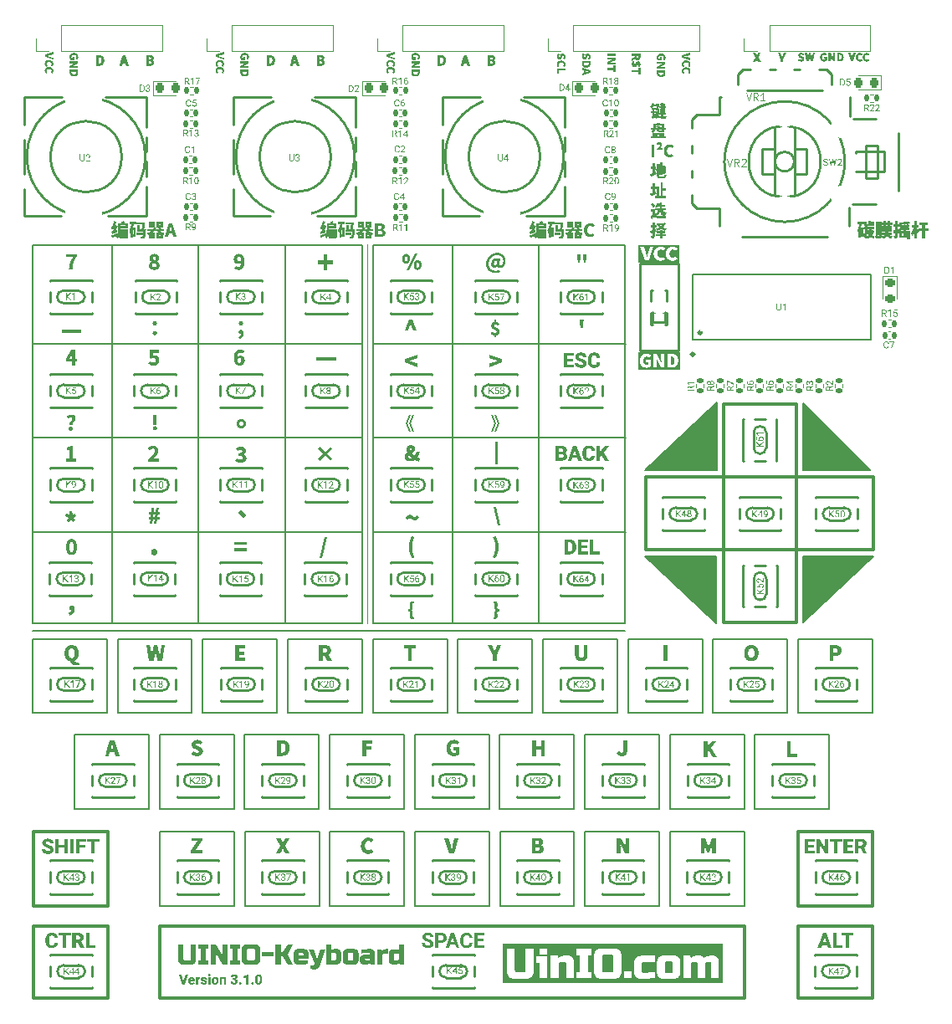
<source format=gto>
%TF.GenerationSoftware,KiCad,Pcbnew,7.0.6*%
%TF.CreationDate,2023-07-09T23:56:16+08:00*%
%TF.ProjectId,UINIO-Keyboard,55494e49-4f2d-44b6-9579-626f6172642e,Version 3.1.0*%
%TF.SameCoordinates,Original*%
%TF.FileFunction,Legend,Top*%
%TF.FilePolarity,Positive*%
%FSLAX46Y46*%
G04 Gerber Fmt 4.6, Leading zero omitted, Abs format (unit mm)*
G04 Created by KiCad (PCBNEW 7.0.6) date 2023-07-09 23:56:16*
%MOMM*%
%LPD*%
G01*
G04 APERTURE LIST*
G04 Aperture macros list*
%AMRoundRect*
0 Rectangle with rounded corners*
0 $1 Rounding radius*
0 $2 $3 $4 $5 $6 $7 $8 $9 X,Y pos of 4 corners*
0 Add a 4 corners polygon primitive as box body*
4,1,4,$2,$3,$4,$5,$6,$7,$8,$9,$2,$3,0*
0 Add four circle primitives for the rounded corners*
1,1,$1+$1,$2,$3*
1,1,$1+$1,$4,$5*
1,1,$1+$1,$6,$7*
1,1,$1+$1,$8,$9*
0 Add four rect primitives between the rounded corners*
20,1,$1+$1,$2,$3,$4,$5,0*
20,1,$1+$1,$4,$5,$6,$7,0*
20,1,$1+$1,$6,$7,$8,$9,0*
20,1,$1+$1,$8,$9,$2,$3,0*%
G04 Aperture macros list end*
%ADD10C,0.200000*%
%ADD11C,0.150000*%
%ADD12C,0.300000*%
%ADD13C,0.100000*%
%ADD14C,0.250000*%
%ADD15C,0.180000*%
%ADD16C,0.375000*%
%ADD17C,0.325000*%
%ADD18C,0.275000*%
%ADD19C,0.400000*%
%ADD20C,0.500000*%
%ADD21C,0.160000*%
%ADD22C,0.340000*%
%ADD23C,0.260000*%
%ADD24C,0.254000*%
%ADD25C,0.120000*%
%ADD26C,0.152000*%
%ADD27R,1.200000X0.650000*%
%ADD28RoundRect,0.135000X-0.135000X-0.185000X0.135000X-0.185000X0.135000X0.185000X-0.135000X0.185000X0*%
%ADD29RoundRect,0.140000X-0.140000X-0.170000X0.140000X-0.170000X0.140000X0.170000X-0.140000X0.170000X0*%
%ADD30C,2.000000*%
%ADD31R,3.800000X3.000000*%
%ADD32R,1.700000X1.700000*%
%ADD33O,1.700000X1.700000*%
%ADD34RoundRect,0.135000X-0.185000X0.135000X-0.185000X-0.135000X0.185000X-0.135000X0.185000X0.135000X0*%
%ADD35RoundRect,0.218750X0.218750X0.256250X-0.218750X0.256250X-0.218750X-0.256250X0.218750X-0.256250X0*%
%ADD36C,1.800000*%
%ADD37C,2.500000*%
%ADD38C,2.200000*%
%ADD39RoundRect,0.218750X-0.218750X-0.256250X0.218750X-0.256250X0.218750X0.256250X-0.218750X0.256250X0*%
%ADD40C,1.524000*%
%ADD41R,0.650000X1.200000*%
%ADD42RoundRect,0.218750X-0.256250X0.218750X-0.256250X-0.218750X0.256250X-0.218750X0.256250X0.218750X0*%
%ADD43O,0.574000X2.388000*%
%ADD44RoundRect,0.135000X0.135000X0.185000X-0.135000X0.185000X-0.135000X-0.185000X0.135000X-0.185000X0*%
G04 APERTURE END LIST*
D10*
X177990121Y-122600000D02*
X185520121Y-122600000D01*
X185520121Y-130100000D01*
X177990121Y-130100000D01*
X177990121Y-122600000D01*
X109150121Y-122600000D02*
X116680121Y-122600000D01*
X116680121Y-130100000D01*
X109150121Y-130100000D01*
X109150121Y-122600000D01*
X130719097Y-112890000D02*
X138249097Y-112890000D01*
X138249097Y-120390000D01*
X130719097Y-120390000D01*
X130719097Y-112890000D01*
D11*
X189649292Y-95870000D02*
X182870000Y-95870000D01*
X182870000Y-89020415D01*
X189649292Y-95870000D01*
G36*
X189649292Y-95870000D02*
G01*
X182870000Y-95870000D01*
X182870000Y-89020415D01*
X189649292Y-95870000D01*
G37*
D12*
X104950000Y-141960000D02*
X112480000Y-141960000D01*
X112480000Y-149260000D01*
X104950000Y-149260000D01*
X104950000Y-141960000D01*
D10*
X139330184Y-112890000D02*
X146860184Y-112890000D01*
X146860184Y-120390000D01*
X139330184Y-120390000D01*
X139330184Y-112890000D01*
X139419791Y-83044166D02*
X164920000Y-83044166D01*
X122108010Y-112890000D02*
X129638010Y-112890000D01*
X129638010Y-120390000D01*
X122108010Y-120390000D01*
X122108010Y-112890000D01*
X147941271Y-112890000D02*
X155471271Y-112890000D01*
X155471271Y-120390000D01*
X147941271Y-120390000D01*
X147941271Y-112890000D01*
X134980209Y-132400000D02*
X142510209Y-132400000D01*
X142510209Y-139900000D01*
X134980209Y-139900000D01*
X134980209Y-132400000D01*
X104874097Y-73050000D02*
X138249097Y-73050000D01*
X138249097Y-111300000D01*
X104874097Y-111300000D01*
X104874097Y-73050000D01*
X182385627Y-112890000D02*
X189915627Y-112890000D01*
X189915627Y-120390000D01*
X182385627Y-120390000D01*
X182385627Y-112890000D01*
D11*
X174105869Y-111300000D02*
X166897090Y-104560000D01*
X174105869Y-104560000D01*
X174105869Y-111300000D01*
G36*
X174105869Y-111300000D02*
G01*
X166897090Y-104560000D01*
X174105869Y-104560000D01*
X174105869Y-111300000D01*
G37*
D10*
X104970000Y-83054166D02*
X138250000Y-83054166D01*
X121670000Y-73050000D02*
X121670000Y-111300000D01*
D12*
X182385627Y-141960000D02*
X189915627Y-141960000D01*
X189915627Y-149260000D01*
X182385627Y-149260000D01*
X182385627Y-141960000D01*
X174810000Y-89130000D02*
X182180000Y-89130000D01*
X182180000Y-111230000D01*
X174810000Y-111230000D01*
X174810000Y-89130000D01*
D10*
X160794582Y-132400000D02*
X168324582Y-132400000D01*
X168324582Y-139900000D01*
X160794582Y-139900000D01*
X160794582Y-132400000D01*
X117770627Y-132400000D02*
X125300627Y-132400000D01*
X125300627Y-139900000D01*
X117770627Y-139900000D01*
X117770627Y-132400000D01*
X143570121Y-122600000D02*
X151100121Y-122600000D01*
X151100121Y-130100000D01*
X143570121Y-130100000D01*
X143570121Y-122600000D01*
X169399377Y-132400000D02*
X176929377Y-132400000D01*
X176929377Y-139900000D01*
X169399377Y-139900000D01*
X169399377Y-132400000D01*
X104970000Y-102070830D02*
X138250000Y-102070830D01*
X165163445Y-112890000D02*
X172693445Y-112890000D01*
X172693445Y-120390000D01*
X165163445Y-120390000D01*
X165163445Y-112890000D01*
X126360121Y-122600000D02*
X133890121Y-122600000D01*
X133890121Y-130100000D01*
X126360121Y-130100000D01*
X126360121Y-122600000D01*
D11*
X174140000Y-95870000D02*
X166897090Y-95870000D01*
X174140000Y-88998461D01*
X174140000Y-95870000D01*
G36*
X174140000Y-95870000D02*
G01*
X166897090Y-95870000D01*
X174140000Y-88998461D01*
X174140000Y-95870000D01*
G37*
D10*
X139330184Y-73050000D02*
X164835184Y-73050000D01*
X164835184Y-111300000D01*
X139330184Y-111300000D01*
X139330184Y-73050000D01*
X130470000Y-73050000D02*
X130470000Y-111300000D01*
D11*
X182870000Y-111280000D02*
X182870000Y-104560000D01*
X190025756Y-104560000D01*
X182870000Y-111280000D01*
G36*
X182870000Y-111280000D02*
G01*
X182870000Y-104560000D01*
X190025756Y-104560000D01*
X182870000Y-111280000D01*
G37*
D10*
X104885836Y-112890000D02*
X112415836Y-112890000D01*
X112415836Y-120390000D01*
X104885836Y-120390000D01*
X104885836Y-112890000D01*
X126375418Y-132400000D02*
X133905418Y-132400000D01*
X133905418Y-139900000D01*
X126375418Y-139900000D01*
X126375418Y-132400000D01*
X152175121Y-122600000D02*
X159705121Y-122600000D01*
X159705121Y-130100000D01*
X152175121Y-130100000D01*
X152175121Y-122600000D01*
X143585000Y-132400000D02*
X151115000Y-132400000D01*
X151115000Y-139900000D01*
X143585000Y-139900000D01*
X143585000Y-132400000D01*
X169385121Y-122600000D02*
X176915121Y-122600000D01*
X176915121Y-130100000D01*
X169385121Y-130100000D01*
X169385121Y-122600000D01*
X160780121Y-122600000D02*
X168310121Y-122600000D01*
X168310121Y-130100000D01*
X160780121Y-130100000D01*
X160780121Y-122600000D01*
X112940000Y-73050000D02*
X112940000Y-111300000D01*
X152189791Y-132400000D02*
X159719791Y-132400000D01*
X159719791Y-139900000D01*
X152189791Y-139900000D01*
X152189791Y-132400000D01*
D12*
X166980000Y-96540000D02*
X189980000Y-96540000D01*
X189980000Y-103910000D01*
X166980000Y-103910000D01*
X166980000Y-96540000D01*
D10*
X104880000Y-112090000D02*
X164840000Y-112090000D01*
X113496923Y-112890000D02*
X121026923Y-112890000D01*
X121026923Y-120390000D01*
X113496923Y-120390000D01*
X113496923Y-112890000D01*
X173774532Y-112890000D02*
X181304532Y-112890000D01*
X181304532Y-120390000D01*
X173774532Y-120390000D01*
X173774532Y-112890000D01*
X156552358Y-112890000D02*
X164082358Y-112890000D01*
X164082358Y-120390000D01*
X156552358Y-120390000D01*
X156552358Y-112890000D01*
X147389791Y-73040000D02*
X147389791Y-111290000D01*
X139419791Y-92552498D02*
X164920000Y-92552498D01*
D12*
X104950000Y-132400000D02*
X112480000Y-132400000D01*
X112480000Y-139900000D01*
X104950000Y-139900000D01*
X104950000Y-132400000D01*
X117780000Y-141960000D02*
X176930000Y-141960000D01*
X176930000Y-149260000D01*
X117780000Y-149260000D01*
X117780000Y-141960000D01*
D10*
X117755121Y-122600000D02*
X125285121Y-122600000D01*
X125285121Y-130100000D01*
X117755121Y-130100000D01*
X117755121Y-122600000D01*
X156119791Y-73040000D02*
X156119791Y-111290000D01*
D12*
X182385627Y-132400000D02*
X189915627Y-132400000D01*
X189915627Y-139900000D01*
X182385627Y-139900000D01*
X182385627Y-132400000D01*
D10*
X134965121Y-122600000D02*
X142495121Y-122600000D01*
X142495121Y-130100000D01*
X134965121Y-130100000D01*
X134965121Y-122600000D01*
X104970000Y-92562498D02*
X138250000Y-92562498D01*
D13*
X138790000Y-111360000D02*
X138790000Y-73010000D01*
D10*
X139419791Y-102060830D02*
X164920000Y-102060830D01*
D14*
G36*
X186162988Y-113550962D02*
G01*
X186194831Y-113552118D01*
X186226279Y-113554077D01*
X186257288Y-113556862D01*
X186287813Y-113560499D01*
X186317812Y-113565014D01*
X186347240Y-113570432D01*
X186376052Y-113576777D01*
X186404206Y-113584076D01*
X186431657Y-113592353D01*
X186458360Y-113601633D01*
X186484273Y-113611942D01*
X186509351Y-113623306D01*
X186533549Y-113635748D01*
X186556824Y-113649295D01*
X186579133Y-113663972D01*
X186600430Y-113679804D01*
X186620672Y-113696815D01*
X186639815Y-113715032D01*
X186657815Y-113734480D01*
X186674628Y-113755183D01*
X186690210Y-113777168D01*
X186704516Y-113800458D01*
X186717504Y-113825081D01*
X186729128Y-113851059D01*
X186739346Y-113878420D01*
X186748112Y-113907188D01*
X186755383Y-113937388D01*
X186761114Y-113969046D01*
X186765263Y-114002187D01*
X186767784Y-114036836D01*
X186768635Y-114073018D01*
X186767781Y-114107951D01*
X186765249Y-114141657D01*
X186761086Y-114174144D01*
X186755339Y-114205420D01*
X186748053Y-114235493D01*
X186739276Y-114264370D01*
X186729052Y-114292059D01*
X186717430Y-114318568D01*
X186704454Y-114343904D01*
X186690172Y-114368075D01*
X186674629Y-114391088D01*
X186657873Y-114412953D01*
X186639949Y-114433676D01*
X186620904Y-114453264D01*
X186600785Y-114471726D01*
X186579637Y-114489070D01*
X186557506Y-114505303D01*
X186534440Y-114520432D01*
X186510485Y-114534467D01*
X186485686Y-114547413D01*
X186460091Y-114559279D01*
X186433746Y-114570073D01*
X186406696Y-114579803D01*
X186378989Y-114588475D01*
X186350671Y-114596098D01*
X186321788Y-114602680D01*
X186292386Y-114608228D01*
X186262512Y-114612750D01*
X186232212Y-114616254D01*
X186201533Y-114618747D01*
X186170520Y-114620237D01*
X186139221Y-114620732D01*
X185968495Y-114620732D01*
X185968495Y-115145000D01*
X185568792Y-115145000D01*
X185568792Y-113872616D01*
X185968495Y-113872616D01*
X185968495Y-114300896D01*
X186120536Y-114300896D01*
X186136913Y-114300665D01*
X186152727Y-114299971D01*
X186167982Y-114298818D01*
X186182682Y-114297205D01*
X186210422Y-114292613D01*
X186235970Y-114286207D01*
X186259347Y-114278003D01*
X186280577Y-114268014D01*
X186299680Y-114256253D01*
X186316679Y-114242736D01*
X186331595Y-114227475D01*
X186344451Y-114210486D01*
X186355269Y-114191781D01*
X186364071Y-114171375D01*
X186370879Y-114149282D01*
X186375714Y-114125515D01*
X186378599Y-114100089D01*
X186379556Y-114073018D01*
X186378480Y-114045953D01*
X186375258Y-114021175D01*
X186369898Y-113998609D01*
X186362411Y-113978181D01*
X186352805Y-113959815D01*
X186341090Y-113943438D01*
X186327274Y-113928975D01*
X186311366Y-113916351D01*
X186293377Y-113905492D01*
X186273314Y-113896322D01*
X186251187Y-113888768D01*
X186227005Y-113882754D01*
X186200778Y-113878207D01*
X186172514Y-113875051D01*
X186157621Y-113873972D01*
X186142222Y-113873213D01*
X186126319Y-113872764D01*
X186109912Y-113872616D01*
X185968495Y-113872616D01*
X185568792Y-113872616D01*
X185568792Y-113550582D01*
X186130795Y-113550582D01*
X186162988Y-113550962D01*
G37*
D12*
G36*
X117149646Y-100076622D02*
G01*
X117365434Y-100076622D01*
X117413794Y-99680582D01*
X117651565Y-99680582D01*
X117605403Y-100076622D01*
X117792981Y-100076622D01*
X117792981Y-100337107D01*
X117572797Y-100337107D01*
X117542388Y-100569016D01*
X117744621Y-100569016D01*
X117744621Y-100829501D01*
X117511980Y-100829501D01*
X117459590Y-101275000D01*
X117219621Y-101275000D01*
X117272378Y-100829501D01*
X117058421Y-100829501D01*
X117003833Y-101275000D01*
X116766062Y-101275000D01*
X116818819Y-100829501D01*
X116643697Y-100829501D01*
X116643697Y-100569016D01*
X116848861Y-100569016D01*
X117086631Y-100569016D01*
X117302420Y-100569016D01*
X117330996Y-100337107D01*
X117115208Y-100337107D01*
X117086631Y-100569016D01*
X116848861Y-100569016D01*
X116877437Y-100337107D01*
X116692057Y-100337107D01*
X116692057Y-100076622D01*
X116911875Y-100076622D01*
X116960235Y-99680582D01*
X117195808Y-99680582D01*
X117149646Y-100076622D01*
G37*
D14*
G36*
X120153572Y-147597913D02*
G01*
X120352875Y-146869581D01*
X120622274Y-146869581D01*
X120285464Y-147870000D01*
X120021681Y-147870000D01*
X119688046Y-146869581D01*
X119955247Y-146869581D01*
X120153572Y-147597913D01*
G37*
G36*
X121004043Y-147120065D02*
G01*
X121022840Y-147121204D01*
X121041122Y-147123103D01*
X121058889Y-147125761D01*
X121076141Y-147129179D01*
X121092877Y-147133355D01*
X121109098Y-147138292D01*
X121124804Y-147143988D01*
X121139995Y-147150443D01*
X121154670Y-147157658D01*
X121168831Y-147165632D01*
X121182476Y-147174365D01*
X121195606Y-147183858D01*
X121208221Y-147194111D01*
X121220320Y-147205123D01*
X121231905Y-147216894D01*
X121242907Y-147229313D01*
X121253200Y-147242330D01*
X121262782Y-147255943D01*
X121271655Y-147270154D01*
X121279818Y-147284963D01*
X121287271Y-147300368D01*
X121294015Y-147316371D01*
X121300048Y-147332971D01*
X121305372Y-147350168D01*
X121309986Y-147367962D01*
X121313890Y-147386354D01*
X121317084Y-147405343D01*
X121318415Y-147415061D01*
X121319569Y-147424929D01*
X121320545Y-147434946D01*
X121321343Y-147445112D01*
X121321964Y-147455428D01*
X121322408Y-147465893D01*
X121322674Y-147476507D01*
X121322763Y-147487271D01*
X121322763Y-147577152D01*
X120862365Y-147577152D01*
X120864958Y-147588282D01*
X120868067Y-147598957D01*
X120871690Y-147609176D01*
X120875829Y-147618941D01*
X120880483Y-147628250D01*
X120885652Y-147637104D01*
X120891337Y-147645504D01*
X120897536Y-147653448D01*
X120904251Y-147660937D01*
X120911481Y-147667971D01*
X120916587Y-147672407D01*
X120924681Y-147678605D01*
X120933208Y-147684194D01*
X120942169Y-147689172D01*
X120951563Y-147693542D01*
X120961392Y-147697301D01*
X120971653Y-147700451D01*
X120982349Y-147702991D01*
X120993478Y-147704922D01*
X121005040Y-147706243D01*
X121017037Y-147706954D01*
X121025275Y-147707090D01*
X121038826Y-147706798D01*
X121052001Y-147705922D01*
X121064800Y-147704462D01*
X121077223Y-147702418D01*
X121089270Y-147699791D01*
X121100941Y-147696579D01*
X121112236Y-147692784D01*
X121123155Y-147688405D01*
X121133699Y-147683442D01*
X121143866Y-147677895D01*
X121153658Y-147671764D01*
X121163074Y-147665049D01*
X121172114Y-147657751D01*
X121180778Y-147649868D01*
X121189066Y-147641402D01*
X121196978Y-147632351D01*
X121302735Y-147756182D01*
X121294312Y-147767098D01*
X121285253Y-147777589D01*
X121275558Y-147787655D01*
X121265228Y-147797295D01*
X121254263Y-147806511D01*
X121242663Y-147815302D01*
X121234576Y-147820926D01*
X121226207Y-147826361D01*
X121217555Y-147831608D01*
X121208621Y-147836665D01*
X121199405Y-147841534D01*
X121189906Y-147846213D01*
X121180125Y-147850704D01*
X121170156Y-147854934D01*
X121160093Y-147858890D01*
X121149937Y-147862574D01*
X121139688Y-147865985D01*
X121129345Y-147869123D01*
X121118908Y-147871988D01*
X121108378Y-147874580D01*
X121097754Y-147876899D01*
X121087037Y-147878946D01*
X121076226Y-147880719D01*
X121065322Y-147882220D01*
X121054325Y-147883448D01*
X121043234Y-147884403D01*
X121032049Y-147885085D01*
X121020771Y-147885495D01*
X121009399Y-147885631D01*
X120998777Y-147885532D01*
X120988283Y-147885235D01*
X120977916Y-147884740D01*
X120967676Y-147884047D01*
X120957563Y-147883156D01*
X120947578Y-147882068D01*
X120937721Y-147880781D01*
X120927990Y-147879296D01*
X120908912Y-147875733D01*
X120890342Y-147871377D01*
X120872283Y-147866230D01*
X120854733Y-147860291D01*
X120837692Y-147853560D01*
X120821161Y-147846037D01*
X120805139Y-147837722D01*
X120789627Y-147828616D01*
X120774624Y-147818717D01*
X120760130Y-147808027D01*
X120746147Y-147796544D01*
X120732672Y-147784270D01*
X120719866Y-147771362D01*
X120707885Y-147757976D01*
X120696731Y-147744113D01*
X120686403Y-147729774D01*
X120676902Y-147714957D01*
X120668226Y-147699663D01*
X120660377Y-147683892D01*
X120653354Y-147667644D01*
X120647158Y-147650919D01*
X120641787Y-147633717D01*
X120637243Y-147616038D01*
X120633525Y-147597882D01*
X120630633Y-147579249D01*
X120628568Y-147560139D01*
X120627328Y-147540552D01*
X120627018Y-147530580D01*
X120626915Y-147520488D01*
X120626915Y-147501193D01*
X120627080Y-147487132D01*
X120627575Y-147473280D01*
X120628401Y-147459639D01*
X120629556Y-147446208D01*
X120631041Y-147432986D01*
X120631135Y-147432316D01*
X120862365Y-147432316D01*
X121096106Y-147432316D01*
X121096106Y-147414487D01*
X121096064Y-147404312D01*
X121095167Y-147391434D01*
X121093309Y-147379342D01*
X121090488Y-147368036D01*
X121086707Y-147357517D01*
X121081963Y-147347783D01*
X121076258Y-147338836D01*
X121069590Y-147330675D01*
X121067773Y-147328757D01*
X121059988Y-147321602D01*
X121051409Y-147315400D01*
X121042036Y-147310153D01*
X121031870Y-147305860D01*
X121020909Y-147302520D01*
X121009155Y-147300135D01*
X120996607Y-147298704D01*
X120986675Y-147298257D01*
X120983265Y-147298227D01*
X120970886Y-147298751D01*
X120959150Y-147300322D01*
X120948057Y-147302941D01*
X120937607Y-147306608D01*
X120927800Y-147311322D01*
X120918636Y-147317083D01*
X120910116Y-147323893D01*
X120902238Y-147331749D01*
X120895003Y-147340654D01*
X120888411Y-147350606D01*
X120882463Y-147361605D01*
X120877157Y-147373652D01*
X120872495Y-147386747D01*
X120868475Y-147400889D01*
X120865099Y-147416079D01*
X120862365Y-147432316D01*
X120631135Y-147432316D01*
X120632857Y-147419974D01*
X120635003Y-147407173D01*
X120637479Y-147394581D01*
X120640284Y-147382199D01*
X120643421Y-147370027D01*
X120646887Y-147358065D01*
X120650683Y-147346312D01*
X120654809Y-147334770D01*
X120659266Y-147323437D01*
X120664052Y-147312315D01*
X120669169Y-147301402D01*
X120674602Y-147290717D01*
X120680336Y-147280340D01*
X120686371Y-147270270D01*
X120692708Y-147260507D01*
X120699346Y-147251051D01*
X120706286Y-147241902D01*
X120713528Y-147233061D01*
X120721071Y-147224527D01*
X120728915Y-147216300D01*
X120737061Y-147208380D01*
X120745508Y-147200767D01*
X120754257Y-147193462D01*
X120763308Y-147186464D01*
X120772659Y-147179773D01*
X120782313Y-147173389D01*
X120792267Y-147167313D01*
X120802522Y-147161545D01*
X120813013Y-147156150D01*
X120823740Y-147151127D01*
X120834705Y-147146476D01*
X120845905Y-147142197D01*
X120857343Y-147138290D01*
X120869017Y-147134755D01*
X120880928Y-147131592D01*
X120893075Y-147128802D01*
X120905459Y-147126383D01*
X120918079Y-147124337D01*
X120930936Y-147122662D01*
X120944030Y-147121360D01*
X120957360Y-147120430D01*
X120970927Y-147119872D01*
X120984731Y-147119685D01*
X121004043Y-147120065D01*
G37*
G36*
X121861563Y-147343168D02*
G01*
X121785115Y-147337550D01*
X121771774Y-147337815D01*
X121759046Y-147338611D01*
X121746930Y-147339937D01*
X121735426Y-147341794D01*
X121724536Y-147344181D01*
X121714258Y-147347098D01*
X121704592Y-147350546D01*
X121695539Y-147354525D01*
X121683107Y-147361487D01*
X121672054Y-147369643D01*
X121662379Y-147378993D01*
X121654082Y-147389536D01*
X121647163Y-147401272D01*
X121645163Y-147405450D01*
X121645163Y-147870000D01*
X121413621Y-147870000D01*
X121413621Y-147119685D01*
X121630753Y-147119685D01*
X121638325Y-147216161D01*
X121645801Y-147204479D01*
X121653636Y-147193550D01*
X121661829Y-147183375D01*
X121670382Y-147173953D01*
X121679293Y-147165285D01*
X121688562Y-147157371D01*
X121698191Y-147150211D01*
X121708178Y-147143804D01*
X121718524Y-147138152D01*
X121729229Y-147133252D01*
X121740292Y-147129107D01*
X121751714Y-147125715D01*
X121763495Y-147123077D01*
X121775635Y-147121193D01*
X121788133Y-147120062D01*
X121800990Y-147119685D01*
X121812353Y-147119888D01*
X121823239Y-147120496D01*
X121833648Y-147121510D01*
X121843580Y-147122929D01*
X121854869Y-147125168D01*
X121865471Y-147127990D01*
X121861563Y-147343168D01*
G37*
G36*
X122331486Y-147664103D02*
G01*
X122330395Y-147653524D01*
X122327124Y-147643770D01*
X122321671Y-147634839D01*
X122314038Y-147626734D01*
X122306010Y-147620608D01*
X122300467Y-147617208D01*
X122289484Y-147611677D01*
X122278732Y-147607200D01*
X122269521Y-147603813D01*
X122259326Y-147600400D01*
X122248149Y-147596961D01*
X122235988Y-147593496D01*
X122222844Y-147590006D01*
X122208716Y-147586489D01*
X122198752Y-147584131D01*
X122188351Y-147581761D01*
X122182986Y-147580572D01*
X122172296Y-147578114D01*
X122161840Y-147575565D01*
X122151619Y-147572924D01*
X122141633Y-147570191D01*
X122131881Y-147567367D01*
X122122364Y-147564452D01*
X122108529Y-147559906D01*
X122095222Y-147555155D01*
X122082443Y-147550198D01*
X122070192Y-147545034D01*
X122058469Y-147539665D01*
X122047274Y-147534089D01*
X122040104Y-147530258D01*
X122029805Y-147524326D01*
X122019974Y-147518162D01*
X122010611Y-147511766D01*
X122001716Y-147505139D01*
X121993289Y-147498280D01*
X121985330Y-147491188D01*
X121977839Y-147483865D01*
X121970816Y-147476311D01*
X121964260Y-147468524D01*
X121958173Y-147460505D01*
X121954375Y-147455031D01*
X121949093Y-147446582D01*
X121944331Y-147437906D01*
X121940089Y-147429003D01*
X121936366Y-147419871D01*
X121933162Y-147410513D01*
X121930478Y-147400926D01*
X121928314Y-147391113D01*
X121926669Y-147381071D01*
X121925543Y-147370802D01*
X121924937Y-147360306D01*
X121924822Y-147353182D01*
X121925152Y-147340592D01*
X121926142Y-147328284D01*
X121927793Y-147316259D01*
X121930103Y-147304516D01*
X121933074Y-147293056D01*
X121936705Y-147281878D01*
X121940997Y-147270982D01*
X121945949Y-147260369D01*
X121951560Y-147250039D01*
X121957832Y-147239990D01*
X121964765Y-147230224D01*
X121972357Y-147220741D01*
X121980610Y-147211540D01*
X121989523Y-147202621D01*
X121999096Y-147193985D01*
X122009330Y-147185631D01*
X122020097Y-147177645D01*
X122031273Y-147170175D01*
X122042858Y-147163220D01*
X122054850Y-147156780D01*
X122067251Y-147150855D01*
X122080061Y-147145445D01*
X122093279Y-147140551D01*
X122106905Y-147136172D01*
X122120939Y-147132308D01*
X122135382Y-147128959D01*
X122150233Y-147126125D01*
X122165492Y-147123807D01*
X122181160Y-147122004D01*
X122197236Y-147120716D01*
X122213721Y-147119943D01*
X122230614Y-147119685D01*
X122248767Y-147119946D01*
X122266468Y-147120727D01*
X122283716Y-147122030D01*
X122300513Y-147123853D01*
X122316857Y-147126197D01*
X122332749Y-147129062D01*
X122348189Y-147132448D01*
X122363176Y-147136355D01*
X122377712Y-147140783D01*
X122391795Y-147145732D01*
X122405426Y-147151201D01*
X122418604Y-147157192D01*
X122431331Y-147163704D01*
X122443605Y-147170736D01*
X122455427Y-147178289D01*
X122466796Y-147186364D01*
X122477621Y-147194862D01*
X122487748Y-147203686D01*
X122497176Y-147212836D01*
X122505906Y-147222313D01*
X122513937Y-147232116D01*
X122521270Y-147242246D01*
X122527905Y-147252701D01*
X122533841Y-147263483D01*
X122539079Y-147274592D01*
X122543618Y-147286026D01*
X122547460Y-147297787D01*
X122550602Y-147309874D01*
X122553047Y-147322288D01*
X122554793Y-147335028D01*
X122555840Y-147348094D01*
X122556189Y-147361486D01*
X122323914Y-147361486D01*
X122323547Y-147350661D01*
X122322445Y-147340534D01*
X122319415Y-147326654D01*
X122314731Y-147314345D01*
X122308395Y-147303607D01*
X122300406Y-147294441D01*
X122290764Y-147286846D01*
X122279469Y-147280823D01*
X122266521Y-147276371D01*
X122256971Y-147274275D01*
X122246686Y-147272879D01*
X122235666Y-147272180D01*
X122229881Y-147272093D01*
X122218789Y-147272582D01*
X122208257Y-147274049D01*
X122198286Y-147276494D01*
X122188875Y-147279916D01*
X122180025Y-147284317D01*
X122171735Y-147289696D01*
X122168576Y-147292121D01*
X122160192Y-147299975D01*
X122153544Y-147308516D01*
X122148629Y-147317744D01*
X122145449Y-147327658D01*
X122144004Y-147338260D01*
X122143907Y-147341946D01*
X122144972Y-147353075D01*
X122148166Y-147363379D01*
X122153490Y-147372858D01*
X122160943Y-147381514D01*
X122168781Y-147388097D01*
X122174193Y-147391772D01*
X122184534Y-147397488D01*
X122194069Y-147401829D01*
X122204726Y-147405964D01*
X122216505Y-147409893D01*
X122226076Y-147412704D01*
X122236278Y-147415400D01*
X122247110Y-147417979D01*
X122258574Y-147420443D01*
X122270669Y-147422791D01*
X122282982Y-147425124D01*
X122295007Y-147427542D01*
X122306744Y-147430047D01*
X122318194Y-147432637D01*
X122329356Y-147435313D01*
X122340230Y-147438075D01*
X122350817Y-147440923D01*
X122361116Y-147443857D01*
X122371127Y-147446876D01*
X122380851Y-147449982D01*
X122387173Y-147452100D01*
X122397482Y-147455776D01*
X122407463Y-147459629D01*
X122417116Y-147463658D01*
X122426443Y-147467865D01*
X122435442Y-147472249D01*
X122444114Y-147476810D01*
X122460477Y-147486462D01*
X122475530Y-147496822D01*
X122489274Y-147507890D01*
X122501710Y-147519667D01*
X122512836Y-147532151D01*
X122522654Y-147545343D01*
X122531162Y-147559242D01*
X122538361Y-147573850D01*
X122544252Y-147589166D01*
X122548833Y-147605190D01*
X122552106Y-147621921D01*
X122554069Y-147639361D01*
X122554724Y-147657508D01*
X122554371Y-147670001D01*
X122553312Y-147682200D01*
X122551547Y-147694105D01*
X122549076Y-147705716D01*
X122545899Y-147717033D01*
X122542016Y-147728056D01*
X122537426Y-147738786D01*
X122532131Y-147749221D01*
X122526130Y-147759363D01*
X122519423Y-147769211D01*
X122512010Y-147778765D01*
X122503891Y-147788025D01*
X122495066Y-147796992D01*
X122485534Y-147805664D01*
X122475297Y-147814043D01*
X122464354Y-147822128D01*
X122452851Y-147829818D01*
X122440933Y-147837011D01*
X122428602Y-147843709D01*
X122415857Y-147849911D01*
X122402697Y-147855616D01*
X122389123Y-147860825D01*
X122375136Y-147865538D01*
X122360734Y-147869755D01*
X122345918Y-147873476D01*
X122330688Y-147876701D01*
X122315044Y-147879430D01*
X122298986Y-147881662D01*
X122282514Y-147883399D01*
X122265628Y-147884639D01*
X122248328Y-147885383D01*
X122230614Y-147885631D01*
X122218756Y-147885497D01*
X122207059Y-147885097D01*
X122195523Y-147884429D01*
X122184146Y-147883494D01*
X122172930Y-147882292D01*
X122161875Y-147880823D01*
X122150979Y-147879086D01*
X122140244Y-147877083D01*
X122129669Y-147874812D01*
X122119254Y-147872274D01*
X122109000Y-147869469D01*
X122098906Y-147866397D01*
X122088972Y-147863058D01*
X122079198Y-147859451D01*
X122069585Y-147855578D01*
X122060132Y-147851437D01*
X122050918Y-147847036D01*
X122041959Y-147842442D01*
X122033256Y-147837655D01*
X122024808Y-147832676D01*
X122012617Y-147824846D01*
X122001001Y-147816582D01*
X121989959Y-147807884D01*
X121979494Y-147798753D01*
X121969603Y-147789188D01*
X121960288Y-147779190D01*
X121951548Y-147768758D01*
X121943384Y-147757892D01*
X121935876Y-147746756D01*
X121929107Y-147735512D01*
X121923077Y-147724161D01*
X121917784Y-147712703D01*
X121913231Y-147701138D01*
X121909415Y-147689465D01*
X121906338Y-147677685D01*
X121904000Y-147665797D01*
X121902400Y-147653802D01*
X121901538Y-147641700D01*
X121901374Y-147633572D01*
X122117773Y-147633572D01*
X122118632Y-147646021D01*
X122120475Y-147657600D01*
X122123303Y-147668308D01*
X122127116Y-147678147D01*
X122131913Y-147687115D01*
X122137694Y-147695213D01*
X122144461Y-147702441D01*
X122152212Y-147708799D01*
X122160745Y-147714352D01*
X122169858Y-147719164D01*
X122179552Y-147723236D01*
X122189825Y-147726568D01*
X122200679Y-147729159D01*
X122212112Y-147731010D01*
X122224126Y-147732121D01*
X122236720Y-147732491D01*
X122248195Y-147732197D01*
X122258931Y-147731315D01*
X122268925Y-147729846D01*
X122280378Y-147727183D01*
X122290673Y-147723602D01*
X122299812Y-147719102D01*
X122307794Y-147713684D01*
X122315846Y-147706136D01*
X122322231Y-147697782D01*
X122326951Y-147688620D01*
X122330005Y-147678650D01*
X122331393Y-147667874D01*
X122331486Y-147664103D01*
G37*
G36*
X122903747Y-147870000D02*
G01*
X122671472Y-147870000D01*
X122671472Y-147119685D01*
X122903747Y-147119685D01*
X122903747Y-147870000D01*
G37*
G36*
X122657794Y-146928688D02*
G01*
X122658352Y-146916632D01*
X122660023Y-146905133D01*
X122662809Y-146894192D01*
X122666709Y-146883808D01*
X122671724Y-146873981D01*
X122677853Y-146864711D01*
X122685096Y-146855999D01*
X122693454Y-146847843D01*
X122702701Y-146840401D01*
X122712612Y-146833952D01*
X122723187Y-146828495D01*
X122734426Y-146824030D01*
X122746329Y-146820557D01*
X122758896Y-146818076D01*
X122768757Y-146816867D01*
X122778991Y-146816216D01*
X122786022Y-146816092D01*
X122796549Y-146816371D01*
X122806699Y-146817208D01*
X122816470Y-146818603D01*
X122828911Y-146821332D01*
X122840681Y-146825053D01*
X122851778Y-146829766D01*
X122862205Y-146835471D01*
X122871959Y-146842169D01*
X122878834Y-146847843D01*
X122887249Y-146856002D01*
X122894542Y-146864726D01*
X122900713Y-146874015D01*
X122905762Y-146883869D01*
X122909689Y-146894287D01*
X122912494Y-146905271D01*
X122914177Y-146916819D01*
X122914738Y-146928932D01*
X122914177Y-146940991D01*
X122912494Y-146952501D01*
X122909689Y-146963462D01*
X122905762Y-146973872D01*
X122900713Y-146983734D01*
X122894542Y-146993046D01*
X122887249Y-147001808D01*
X122878834Y-147010020D01*
X122869583Y-147017405D01*
X122859661Y-147023805D01*
X122849067Y-147029220D01*
X122837801Y-147033651D01*
X122825864Y-147037097D01*
X122813255Y-147039559D01*
X122803357Y-147040759D01*
X122793082Y-147041405D01*
X122786022Y-147041528D01*
X122775538Y-147041251D01*
X122765428Y-147040420D01*
X122755692Y-147039035D01*
X122743291Y-147036328D01*
X122731554Y-147032636D01*
X122720481Y-147027959D01*
X122710072Y-147022297D01*
X122700327Y-147015651D01*
X122693454Y-147010020D01*
X122685096Y-147001804D01*
X122677853Y-146993030D01*
X122671724Y-146983699D01*
X122666709Y-146973811D01*
X122662809Y-146963366D01*
X122660023Y-146952364D01*
X122658352Y-146940804D01*
X122657794Y-146928688D01*
G37*
G36*
X123383539Y-147119786D02*
G01*
X123393758Y-147120087D01*
X123403840Y-147120589D01*
X123413783Y-147121292D01*
X123423589Y-147122196D01*
X123442787Y-147124606D01*
X123461433Y-147127819D01*
X123479528Y-147131836D01*
X123497072Y-147136656D01*
X123514064Y-147142279D01*
X123530504Y-147148706D01*
X123546393Y-147155936D01*
X123561731Y-147163969D01*
X123576517Y-147172806D01*
X123590752Y-147182446D01*
X123604435Y-147192889D01*
X123617567Y-147204136D01*
X123630148Y-147216185D01*
X123636231Y-147222512D01*
X123647884Y-147235625D01*
X123658785Y-147249317D01*
X123668935Y-147263590D01*
X123678333Y-147278443D01*
X123686978Y-147293876D01*
X123694872Y-147309890D01*
X123702015Y-147326483D01*
X123708405Y-147343656D01*
X123714044Y-147361410D01*
X123718930Y-147379743D01*
X123723065Y-147398657D01*
X123724851Y-147408331D01*
X123726448Y-147418150D01*
X123727858Y-147428115D01*
X123729080Y-147438224D01*
X123730113Y-147448478D01*
X123730959Y-147458878D01*
X123731617Y-147469422D01*
X123732087Y-147480112D01*
X123732369Y-147490946D01*
X123732463Y-147501926D01*
X123732463Y-147510230D01*
X123732368Y-147520953D01*
X123732085Y-147531536D01*
X123731613Y-147541980D01*
X123730952Y-147552285D01*
X123730102Y-147562451D01*
X123729063Y-147572477D01*
X123727835Y-147582364D01*
X123726418Y-147592112D01*
X123723018Y-147611190D01*
X123718862Y-147629710D01*
X123713950Y-147647674D01*
X123708283Y-147665080D01*
X123701860Y-147681929D01*
X123694682Y-147698220D01*
X123686747Y-147713955D01*
X123678058Y-147729132D01*
X123668612Y-147743753D01*
X123658411Y-147757816D01*
X123647455Y-147771322D01*
X123635743Y-147784270D01*
X123623416Y-147796544D01*
X123610555Y-147808027D01*
X123597160Y-147818717D01*
X123583230Y-147828616D01*
X123568767Y-147837722D01*
X123553769Y-147846037D01*
X123538236Y-147853560D01*
X123522170Y-147860291D01*
X123505569Y-147866230D01*
X123488434Y-147871377D01*
X123470764Y-147875733D01*
X123452561Y-147879296D01*
X123433823Y-147882068D01*
X123414550Y-147884047D01*
X123404714Y-147884740D01*
X123394744Y-147885235D01*
X123384640Y-147885532D01*
X123374403Y-147885631D01*
X123364557Y-147885539D01*
X123345229Y-147884800D01*
X123326388Y-147883323D01*
X123308033Y-147881108D01*
X123290166Y-147878154D01*
X123272784Y-147874462D01*
X123255889Y-147870031D01*
X123239481Y-147864862D01*
X123223560Y-147858954D01*
X123208125Y-147852308D01*
X123193176Y-147844924D01*
X123178714Y-147836801D01*
X123164739Y-147827939D01*
X123151251Y-147818340D01*
X123138248Y-147808001D01*
X123125733Y-147796924D01*
X123119658Y-147791109D01*
X123107975Y-147779030D01*
X123096985Y-147766425D01*
X123086688Y-147753293D01*
X123077083Y-147739635D01*
X123068171Y-147725450D01*
X123059952Y-147710738D01*
X123052425Y-147695499D01*
X123045591Y-147679734D01*
X123039450Y-147663443D01*
X123034001Y-147646624D01*
X123029245Y-147629279D01*
X123025181Y-147611407D01*
X123021811Y-147593009D01*
X123019133Y-147574084D01*
X123017147Y-147554632D01*
X123016414Y-147544709D01*
X123015854Y-147534654D01*
X123015394Y-147510230D01*
X123246664Y-147510230D01*
X123246790Y-147522749D01*
X123247168Y-147534845D01*
X123247797Y-147546517D01*
X123248679Y-147557766D01*
X123249812Y-147568590D01*
X123251198Y-147578992D01*
X123252835Y-147588969D01*
X123255763Y-147603142D01*
X123259258Y-147616361D01*
X123263319Y-147628627D01*
X123267947Y-147639940D01*
X123273142Y-147650300D01*
X123278904Y-147659706D01*
X123285222Y-147668174D01*
X123292084Y-147675809D01*
X123299493Y-147682611D01*
X123307446Y-147688580D01*
X123315945Y-147693717D01*
X123324989Y-147698020D01*
X123334578Y-147701491D01*
X123344712Y-147704128D01*
X123355392Y-147705933D01*
X123366617Y-147706904D01*
X123374403Y-147707090D01*
X123389380Y-147706355D01*
X123403414Y-147704151D01*
X123416506Y-147700478D01*
X123428655Y-147695335D01*
X123439862Y-147688724D01*
X123450126Y-147680643D01*
X123459447Y-147671092D01*
X123467826Y-147660073D01*
X123475262Y-147647584D01*
X123481755Y-147633626D01*
X123487306Y-147618198D01*
X123491914Y-147601302D01*
X123495580Y-147582936D01*
X123497059Y-147573202D01*
X123498303Y-147563101D01*
X123499311Y-147552632D01*
X123500083Y-147541796D01*
X123500620Y-147530593D01*
X123500921Y-147519023D01*
X123500921Y-147495819D01*
X123500796Y-147483663D01*
X123500422Y-147471892D01*
X123499798Y-147460508D01*
X123498925Y-147449509D01*
X123497802Y-147438896D01*
X123496430Y-147428669D01*
X123494808Y-147418828D01*
X123490816Y-147400304D01*
X123485826Y-147383323D01*
X123479839Y-147367886D01*
X123472853Y-147353993D01*
X123464869Y-147341643D01*
X123455888Y-147330837D01*
X123445908Y-147321575D01*
X123434930Y-147313857D01*
X123422955Y-147307682D01*
X123409981Y-147303051D01*
X123396010Y-147299964D01*
X123381041Y-147298420D01*
X123373182Y-147298227D01*
X123359066Y-147298893D01*
X123345784Y-147300891D01*
X123333337Y-147304220D01*
X123321723Y-147308882D01*
X123310943Y-147314876D01*
X123300996Y-147322201D01*
X123291884Y-147330858D01*
X123283606Y-147340847D01*
X123276161Y-147352168D01*
X123269550Y-147364821D01*
X123263773Y-147378806D01*
X123258830Y-147394123D01*
X123254721Y-147410771D01*
X123251446Y-147428752D01*
X123249004Y-147448064D01*
X123248096Y-147458220D01*
X123247397Y-147468709D01*
X123246664Y-147510230D01*
X123015394Y-147510230D01*
X123015122Y-147495819D01*
X123015290Y-147482085D01*
X123015797Y-147468541D01*
X123016641Y-147455187D01*
X123017824Y-147442025D01*
X123019343Y-147429053D01*
X123021201Y-147416273D01*
X123023396Y-147403683D01*
X123025929Y-147391284D01*
X123028800Y-147379075D01*
X123032009Y-147367058D01*
X123035555Y-147355231D01*
X123039439Y-147343595D01*
X123043661Y-147332150D01*
X123048220Y-147320896D01*
X123053118Y-147309832D01*
X123058353Y-147298960D01*
X123063933Y-147288308D01*
X123069805Y-147277970D01*
X123075970Y-147267945D01*
X123082426Y-147258232D01*
X123089174Y-147248833D01*
X123096214Y-147239746D01*
X123103546Y-147230972D01*
X123111170Y-147222512D01*
X123119086Y-147214364D01*
X123127294Y-147206529D01*
X123135794Y-147199007D01*
X123144586Y-147191798D01*
X123153669Y-147184902D01*
X123163045Y-147178319D01*
X123172713Y-147172049D01*
X123182672Y-147166092D01*
X123192919Y-147160472D01*
X123203387Y-147155215D01*
X123214077Y-147150321D01*
X123224987Y-147145789D01*
X123236119Y-147141620D01*
X123247473Y-147137813D01*
X123259048Y-147134369D01*
X123270844Y-147131287D01*
X123282861Y-147128568D01*
X123295100Y-147126211D01*
X123307560Y-147124217D01*
X123320242Y-147122586D01*
X123333145Y-147121317D01*
X123346269Y-147120411D01*
X123359615Y-147119867D01*
X123373182Y-147119685D01*
X123383539Y-147119786D01*
G37*
G36*
X124042407Y-147119685D02*
G01*
X124049979Y-147207857D01*
X124059824Y-147197180D01*
X124070125Y-147187192D01*
X124080882Y-147177893D01*
X124092095Y-147169282D01*
X124103764Y-147161360D01*
X124115890Y-147154128D01*
X124128471Y-147147584D01*
X124141509Y-147141728D01*
X124155002Y-147136562D01*
X124168952Y-147132085D01*
X124183357Y-147128296D01*
X124198219Y-147125196D01*
X124213536Y-147122785D01*
X124229310Y-147121063D01*
X124245540Y-147120030D01*
X124262226Y-147119685D01*
X124276527Y-147119955D01*
X124290367Y-147120762D01*
X124303745Y-147122107D01*
X124316661Y-147123990D01*
X124329116Y-147126412D01*
X124341108Y-147129371D01*
X124352639Y-147132869D01*
X124363709Y-147136905D01*
X124374316Y-147141478D01*
X124384462Y-147146590D01*
X124394145Y-147152240D01*
X124403367Y-147158428D01*
X124412128Y-147165155D01*
X124420426Y-147172419D01*
X124428263Y-147180221D01*
X124435638Y-147188562D01*
X124442597Y-147197413D01*
X124449125Y-147206808D01*
X124455221Y-147216746D01*
X124460887Y-147227229D01*
X124466121Y-147238255D01*
X124470923Y-147249825D01*
X124475295Y-147261939D01*
X124479235Y-147274596D01*
X124482744Y-147287798D01*
X124485822Y-147301543D01*
X124488469Y-147315833D01*
X124490684Y-147330665D01*
X124492468Y-147346042D01*
X124493821Y-147361963D01*
X124494743Y-147378427D01*
X124495233Y-147395436D01*
X124495233Y-147870000D01*
X124262958Y-147870000D01*
X124262958Y-147406182D01*
X124262759Y-147396001D01*
X124261871Y-147383233D01*
X124260274Y-147371389D01*
X124257967Y-147360469D01*
X124254951Y-147350472D01*
X124251224Y-147341399D01*
X124245567Y-147331356D01*
X124240244Y-147324361D01*
X124232245Y-147316832D01*
X124222445Y-147310579D01*
X124213309Y-147306496D01*
X124203021Y-147303229D01*
X124191579Y-147300779D01*
X124178986Y-147299146D01*
X124168784Y-147298457D01*
X124157934Y-147298227D01*
X124145466Y-147298693D01*
X124133616Y-147300090D01*
X124122385Y-147302419D01*
X124111772Y-147305680D01*
X124101777Y-147309873D01*
X124092400Y-147314997D01*
X124083642Y-147321052D01*
X124075502Y-147328040D01*
X124067980Y-147335959D01*
X124061076Y-147344810D01*
X124056817Y-147351228D01*
X124056817Y-147870000D01*
X123825519Y-147870000D01*
X123825519Y-147119685D01*
X124042407Y-147119685D01*
G37*
G36*
X125174961Y-147260369D02*
G01*
X125284138Y-147260369D01*
X125299843Y-147259896D01*
X125314534Y-147258476D01*
X125328213Y-147256110D01*
X125340878Y-147252798D01*
X125352530Y-147248539D01*
X125363169Y-147243333D01*
X125372795Y-147237182D01*
X125381407Y-147230083D01*
X125389007Y-147222038D01*
X125395593Y-147213047D01*
X125401165Y-147203110D01*
X125405725Y-147192226D01*
X125409271Y-147180395D01*
X125411804Y-147167618D01*
X125413324Y-147153895D01*
X125413831Y-147139225D01*
X125413346Y-147127711D01*
X125411892Y-147116739D01*
X125409469Y-147106309D01*
X125406076Y-147096421D01*
X125401714Y-147087075D01*
X125396383Y-147078271D01*
X125390082Y-147070009D01*
X125382812Y-147062288D01*
X125374721Y-147055305D01*
X125365837Y-147049252D01*
X125356159Y-147044130D01*
X125345687Y-147039940D01*
X125334421Y-147036681D01*
X125322362Y-147034353D01*
X125309508Y-147032956D01*
X125299348Y-147032520D01*
X125295861Y-147032491D01*
X125284512Y-147032891D01*
X125273544Y-147034094D01*
X125262957Y-147036097D01*
X125252752Y-147038902D01*
X125242929Y-147042509D01*
X125233488Y-147046916D01*
X125224428Y-147052126D01*
X125215750Y-147058136D01*
X125207793Y-147064685D01*
X125200897Y-147071631D01*
X125193769Y-147080871D01*
X125188298Y-147090731D01*
X125184485Y-147101212D01*
X125182330Y-147112312D01*
X125181800Y-147121639D01*
X124950258Y-147121639D01*
X124950644Y-147107225D01*
X124951803Y-147093106D01*
X124953735Y-147079284D01*
X124956440Y-147065757D01*
X124959918Y-147052528D01*
X124964168Y-147039594D01*
X124969191Y-147026956D01*
X124974987Y-147014615D01*
X124981556Y-147002570D01*
X124988898Y-146990822D01*
X124994221Y-146983154D01*
X125002763Y-146971985D01*
X125011901Y-146961283D01*
X125021636Y-146951050D01*
X125031968Y-146941285D01*
X125042897Y-146931988D01*
X125054423Y-146923159D01*
X125062438Y-146917533D01*
X125070718Y-146912114D01*
X125079264Y-146906904D01*
X125088075Y-146901902D01*
X125097151Y-146897108D01*
X125106492Y-146892521D01*
X125116099Y-146888143D01*
X125125899Y-146884003D01*
X125135821Y-146880129D01*
X125145866Y-146876523D01*
X125156032Y-146873183D01*
X125166321Y-146870111D01*
X125176732Y-146867306D01*
X125187265Y-146864768D01*
X125197920Y-146862498D01*
X125208697Y-146860494D01*
X125219596Y-146858758D01*
X125230618Y-146857289D01*
X125241762Y-146856086D01*
X125253027Y-146855151D01*
X125264415Y-146854484D01*
X125275925Y-146854083D01*
X125287557Y-146853949D01*
X125297914Y-146854022D01*
X125308131Y-146854240D01*
X125318209Y-146854604D01*
X125328147Y-146855113D01*
X125337946Y-146855768D01*
X125357127Y-146857514D01*
X125375751Y-146859842D01*
X125393817Y-146862752D01*
X125411326Y-146866244D01*
X125428278Y-146870318D01*
X125444673Y-146874973D01*
X125460511Y-146880211D01*
X125475791Y-146886031D01*
X125490514Y-146892433D01*
X125504680Y-146899417D01*
X125518289Y-146906983D01*
X125531341Y-146915130D01*
X125543836Y-146923860D01*
X125549874Y-146928443D01*
X125561438Y-146937974D01*
X125572256Y-146947941D01*
X125582329Y-146958345D01*
X125591655Y-146969186D01*
X125600235Y-146980464D01*
X125608069Y-146992179D01*
X125615156Y-147004331D01*
X125621498Y-147016920D01*
X125627094Y-147029946D01*
X125631943Y-147043409D01*
X125636047Y-147057309D01*
X125639404Y-147071646D01*
X125642015Y-147086420D01*
X125643881Y-147101631D01*
X125645000Y-147117278D01*
X125645373Y-147133363D01*
X125645025Y-147145118D01*
X125643982Y-147156753D01*
X125642243Y-147168268D01*
X125639809Y-147179662D01*
X125636679Y-147190937D01*
X125632853Y-147202091D01*
X125628333Y-147213125D01*
X125623116Y-147224038D01*
X125617204Y-147234832D01*
X125610597Y-147245505D01*
X125605806Y-147252554D01*
X125598113Y-147262856D01*
X125589780Y-147272789D01*
X125580808Y-147282354D01*
X125571196Y-147291548D01*
X125560944Y-147300374D01*
X125550052Y-147308831D01*
X125538521Y-147316918D01*
X125526350Y-147324636D01*
X125517881Y-147329576D01*
X125509127Y-147334352D01*
X125500089Y-147338964D01*
X125490767Y-147343412D01*
X125500615Y-147347227D01*
X125510192Y-147351285D01*
X125519498Y-147355585D01*
X125528533Y-147360127D01*
X125537297Y-147364912D01*
X125545790Y-147369939D01*
X125558022Y-147377934D01*
X125569644Y-147386474D01*
X125580657Y-147395559D01*
X125591059Y-147405190D01*
X125600852Y-147415366D01*
X125610036Y-147426087D01*
X125615819Y-147433538D01*
X125623938Y-147445100D01*
X125631258Y-147457165D01*
X125637780Y-147469732D01*
X125643503Y-147482802D01*
X125648427Y-147496374D01*
X125652553Y-147510448D01*
X125654860Y-147520110D01*
X125656812Y-147529995D01*
X125658409Y-147540104D01*
X125659652Y-147550435D01*
X125660539Y-147560990D01*
X125661071Y-147571768D01*
X125661249Y-147582770D01*
X125660846Y-147599773D01*
X125659638Y-147616346D01*
X125657625Y-147632487D01*
X125654807Y-147648196D01*
X125651183Y-147663475D01*
X125646754Y-147678322D01*
X125641520Y-147692738D01*
X125635481Y-147706723D01*
X125628636Y-147720277D01*
X125620987Y-147733399D01*
X125612532Y-147746090D01*
X125603271Y-147758350D01*
X125593206Y-147770179D01*
X125582335Y-147781576D01*
X125570659Y-147792542D01*
X125558178Y-147803077D01*
X125545042Y-147813074D01*
X125531403Y-147822426D01*
X125517260Y-147831132D01*
X125502613Y-147839194D01*
X125487462Y-147846611D01*
X125471808Y-147853383D01*
X125455650Y-147859510D01*
X125438988Y-147864993D01*
X125421822Y-147869830D01*
X125404153Y-147874022D01*
X125385979Y-147877569D01*
X125367302Y-147880471D01*
X125348122Y-147882729D01*
X125338342Y-147883616D01*
X125328437Y-147884341D01*
X125318406Y-147884905D01*
X125308249Y-147885309D01*
X125297966Y-147885550D01*
X125287557Y-147885631D01*
X125275338Y-147885482D01*
X125263228Y-147885036D01*
X125251227Y-147884292D01*
X125239334Y-147883250D01*
X125227551Y-147881910D01*
X125215876Y-147880273D01*
X125204309Y-147878338D01*
X125192852Y-147876106D01*
X125181503Y-147873575D01*
X125170263Y-147870747D01*
X125159132Y-147867622D01*
X125148110Y-147864199D01*
X125137196Y-147860478D01*
X125126391Y-147856459D01*
X125115695Y-147852143D01*
X125105108Y-147847529D01*
X125094764Y-147842621D01*
X125084736Y-147837485D01*
X125075026Y-147832119D01*
X125065632Y-147826524D01*
X125056555Y-147820701D01*
X125047795Y-147814648D01*
X125039351Y-147808366D01*
X125031224Y-147801856D01*
X125023414Y-147795116D01*
X125015921Y-147788148D01*
X125008744Y-147780950D01*
X125001885Y-147773524D01*
X124995341Y-147765868D01*
X124989115Y-147757984D01*
X124983206Y-147749870D01*
X124977613Y-147741528D01*
X124972378Y-147732969D01*
X124967481Y-147724267D01*
X124962921Y-147715421D01*
X124958699Y-147706433D01*
X124954815Y-147697302D01*
X124951269Y-147688027D01*
X124948060Y-147678609D01*
X124945190Y-147669049D01*
X124942657Y-147659345D01*
X124940461Y-147649498D01*
X124938604Y-147639508D01*
X124937084Y-147629375D01*
X124935902Y-147619098D01*
X124935057Y-147608679D01*
X124934551Y-147598116D01*
X124934382Y-147587411D01*
X125167390Y-147587411D01*
X125167966Y-147599359D01*
X125169695Y-147610904D01*
X125172576Y-147622043D01*
X125176610Y-147632779D01*
X125181796Y-147643109D01*
X125188135Y-147653036D01*
X125195626Y-147662557D01*
X125204270Y-147671674D01*
X125213822Y-147679975D01*
X125223917Y-147687168D01*
X125234553Y-147693255D01*
X125245730Y-147698236D01*
X125257450Y-147702109D01*
X125269712Y-147704876D01*
X125282516Y-147706536D01*
X125292474Y-147707055D01*
X125295861Y-147707090D01*
X125307093Y-147706774D01*
X125317892Y-147705827D01*
X125328257Y-147704249D01*
X125338188Y-147702041D01*
X125347685Y-147699201D01*
X125359674Y-147694432D01*
X125370892Y-147688542D01*
X125381339Y-147681529D01*
X125391016Y-147673395D01*
X125393314Y-147671186D01*
X125401844Y-147661897D01*
X125409236Y-147651982D01*
X125415491Y-147641442D01*
X125420608Y-147630275D01*
X125424589Y-147618483D01*
X125427432Y-147606065D01*
X125428818Y-147596340D01*
X125429564Y-147586264D01*
X125429706Y-147579351D01*
X125429559Y-147569549D01*
X125428782Y-147555531D01*
X125427340Y-147542332D01*
X125425233Y-147529954D01*
X125422460Y-147518396D01*
X125419022Y-147507657D01*
X125414918Y-147497739D01*
X125410149Y-147488641D01*
X125404714Y-147480363D01*
X125396433Y-147470600D01*
X125391849Y-147466266D01*
X125381991Y-147458424D01*
X125371226Y-147451627D01*
X125359551Y-147445876D01*
X125350200Y-147442248D01*
X125340337Y-147439209D01*
X125329964Y-147436759D01*
X125319080Y-147434896D01*
X125307684Y-147433622D01*
X125295778Y-147432936D01*
X125287557Y-147432805D01*
X125174961Y-147432805D01*
X125174961Y-147260369D01*
G37*
G36*
X125920146Y-147637725D02*
G01*
X125930287Y-147638012D01*
X125940101Y-147638875D01*
X125952680Y-147640921D01*
X125964678Y-147643989D01*
X125976097Y-147648080D01*
X125986935Y-147653194D01*
X125997193Y-147659331D01*
X126006871Y-147666490D01*
X126011493Y-147670453D01*
X126020022Y-147678864D01*
X126027414Y-147687855D01*
X126033669Y-147697427D01*
X126038787Y-147707578D01*
X126042767Y-147718309D01*
X126045611Y-147729621D01*
X126047316Y-147741512D01*
X126047885Y-147753984D01*
X126047316Y-147766402D01*
X126045611Y-147778256D01*
X126042767Y-147789544D01*
X126038787Y-147800268D01*
X126033669Y-147810427D01*
X126027414Y-147820021D01*
X126020022Y-147829051D01*
X126011493Y-147837515D01*
X126002105Y-147845129D01*
X125992137Y-147851727D01*
X125981588Y-147857310D01*
X125970460Y-147861878D01*
X125958752Y-147865431D01*
X125946463Y-147867969D01*
X125933595Y-147869492D01*
X125923563Y-147869968D01*
X125920146Y-147870000D01*
X125909876Y-147869710D01*
X125899950Y-147868840D01*
X125887250Y-147866780D01*
X125875160Y-147863688D01*
X125863680Y-147859567D01*
X125852811Y-147854415D01*
X125842553Y-147848232D01*
X125832906Y-147841020D01*
X125828311Y-147837027D01*
X125819896Y-147828516D01*
X125812603Y-147819472D01*
X125806432Y-147809893D01*
X125801383Y-147799780D01*
X125797456Y-147789132D01*
X125794651Y-147777950D01*
X125792968Y-147766234D01*
X125792407Y-147753984D01*
X125792968Y-147741677D01*
X125794651Y-147729911D01*
X125797456Y-147718687D01*
X125801383Y-147708005D01*
X125806432Y-147697866D01*
X125812603Y-147688268D01*
X125819896Y-147679211D01*
X125828311Y-147670697D01*
X125837653Y-147662969D01*
X125847606Y-147656272D01*
X125858169Y-147650605D01*
X125869344Y-147645968D01*
X125881128Y-147642361D01*
X125893524Y-147639785D01*
X125903221Y-147638530D01*
X125913261Y-147637853D01*
X125920146Y-147637725D01*
G37*
G36*
X126709295Y-147870000D02*
G01*
X126477264Y-147870000D01*
X126477264Y-147134096D01*
X126249141Y-147201751D01*
X126249141Y-147025896D01*
X126688046Y-146869581D01*
X126709295Y-146869581D01*
X126709295Y-147870000D01*
G37*
G36*
X127153084Y-147637725D02*
G01*
X127163225Y-147638012D01*
X127173039Y-147638875D01*
X127185618Y-147640921D01*
X127197616Y-147643989D01*
X127209035Y-147648080D01*
X127219873Y-147653194D01*
X127230131Y-147659331D01*
X127239809Y-147666490D01*
X127244431Y-147670453D01*
X127252960Y-147678864D01*
X127260352Y-147687855D01*
X127266607Y-147697427D01*
X127271725Y-147707578D01*
X127275705Y-147718309D01*
X127278548Y-147729621D01*
X127280254Y-147741512D01*
X127280823Y-147753984D01*
X127280254Y-147766402D01*
X127278548Y-147778256D01*
X127275705Y-147789544D01*
X127271725Y-147800268D01*
X127266607Y-147810427D01*
X127260352Y-147820021D01*
X127252960Y-147829051D01*
X127244431Y-147837515D01*
X127235043Y-147845129D01*
X127225075Y-147851727D01*
X127214526Y-147857310D01*
X127203398Y-147861878D01*
X127191690Y-147865431D01*
X127179401Y-147867969D01*
X127166533Y-147869492D01*
X127156500Y-147869968D01*
X127153084Y-147870000D01*
X127142814Y-147869710D01*
X127132888Y-147868840D01*
X127120187Y-147866780D01*
X127108097Y-147863688D01*
X127096618Y-147859567D01*
X127085749Y-147854415D01*
X127075491Y-147848232D01*
X127065843Y-147841020D01*
X127061249Y-147837027D01*
X127052834Y-147828516D01*
X127045541Y-147819472D01*
X127039370Y-147809893D01*
X127034321Y-147799780D01*
X127030394Y-147789132D01*
X127027589Y-147777950D01*
X127025906Y-147766234D01*
X127025345Y-147753984D01*
X127025906Y-147741677D01*
X127027589Y-147729911D01*
X127030394Y-147718687D01*
X127034321Y-147708005D01*
X127039370Y-147697866D01*
X127045541Y-147688268D01*
X127052834Y-147679211D01*
X127061249Y-147670697D01*
X127070591Y-147662969D01*
X127080544Y-147656272D01*
X127091107Y-147650605D01*
X127102281Y-147645968D01*
X127114066Y-147642361D01*
X127126461Y-147639785D01*
X127136159Y-147638530D01*
X127146199Y-147637853D01*
X127153084Y-147637725D01*
G37*
G36*
X127785004Y-146854058D02*
G01*
X127795180Y-146854383D01*
X127805210Y-146854926D01*
X127815093Y-146855686D01*
X127824829Y-146856662D01*
X127843863Y-146859267D01*
X127862311Y-146862740D01*
X127880173Y-146867081D01*
X127897450Y-146872290D01*
X127914140Y-146878368D01*
X127930245Y-146885313D01*
X127945764Y-146893127D01*
X127960697Y-146901809D01*
X127975044Y-146911359D01*
X127988806Y-146921778D01*
X128001982Y-146933065D01*
X128014572Y-146945220D01*
X128026576Y-146958243D01*
X128032358Y-146965080D01*
X128043420Y-146979299D01*
X128053768Y-146994236D01*
X128063402Y-147009891D01*
X128072322Y-147026263D01*
X128080529Y-147043352D01*
X128088023Y-147061159D01*
X128091502Y-147070331D01*
X128094802Y-147079683D01*
X128097925Y-147089214D01*
X128100868Y-147098925D01*
X128103634Y-147108815D01*
X128106221Y-147118884D01*
X128108629Y-147129133D01*
X128110859Y-147139561D01*
X128112911Y-147150168D01*
X128114784Y-147160955D01*
X128116479Y-147171921D01*
X128117996Y-147183066D01*
X128119334Y-147194391D01*
X128120494Y-147205896D01*
X128121475Y-147217579D01*
X128122278Y-147229442D01*
X128122902Y-147241484D01*
X128123348Y-147253706D01*
X128123616Y-147266107D01*
X128123705Y-147278688D01*
X128123705Y-147461625D01*
X128123616Y-147474235D01*
X128123349Y-147486664D01*
X128122904Y-147498912D01*
X128122282Y-147510978D01*
X128121481Y-147522863D01*
X128120502Y-147534566D01*
X128119346Y-147546089D01*
X128118011Y-147557430D01*
X128116499Y-147568590D01*
X128114808Y-147579568D01*
X128112940Y-147590365D01*
X128110894Y-147600981D01*
X128108670Y-147611416D01*
X128106267Y-147621669D01*
X128103687Y-147631742D01*
X128100929Y-147641632D01*
X128097993Y-147651342D01*
X128094880Y-147660870D01*
X128091588Y-147670217D01*
X128088118Y-147679383D01*
X128080645Y-147697171D01*
X128072460Y-147714234D01*
X128063563Y-147730571D01*
X128053955Y-147746184D01*
X128043634Y-147761071D01*
X128032602Y-147775233D01*
X128020925Y-147788602D01*
X128008667Y-147801108D01*
X127995829Y-147812751D01*
X127982411Y-147823532D01*
X127968412Y-147833451D01*
X127953834Y-147842507D01*
X127938676Y-147850700D01*
X127922937Y-147858032D01*
X127906619Y-147864500D01*
X127889720Y-147870106D01*
X127872242Y-147874850D01*
X127854183Y-147878731D01*
X127835544Y-147881750D01*
X127816325Y-147883906D01*
X127806498Y-147884661D01*
X127796526Y-147885200D01*
X127786409Y-147885523D01*
X127776147Y-147885631D01*
X127765780Y-147885523D01*
X127755560Y-147885198D01*
X127745489Y-147884656D01*
X127735565Y-147883898D01*
X127725789Y-147882924D01*
X127706681Y-147880325D01*
X127688164Y-147876860D01*
X127670239Y-147872528D01*
X127652905Y-147867330D01*
X127636163Y-147861266D01*
X127620013Y-147854336D01*
X127604454Y-147846539D01*
X127589486Y-147837876D01*
X127575110Y-147828347D01*
X127561326Y-147817951D01*
X127548133Y-147806690D01*
X127535532Y-147794561D01*
X127523522Y-147781567D01*
X127517739Y-147774745D01*
X127506677Y-147760499D01*
X127496329Y-147745543D01*
X127486695Y-147729877D01*
X127477774Y-147713501D01*
X127469567Y-147696415D01*
X127462074Y-147678620D01*
X127458595Y-147669456D01*
X127455294Y-147660115D01*
X127452172Y-147650596D01*
X127449228Y-147640900D01*
X127446463Y-147631026D01*
X127443876Y-147620975D01*
X127441467Y-147610746D01*
X127439237Y-147600340D01*
X127437186Y-147589757D01*
X127435312Y-147578996D01*
X127433617Y-147568057D01*
X127432101Y-147556941D01*
X127430763Y-147545648D01*
X127429603Y-147534177D01*
X127428622Y-147522529D01*
X127427819Y-147510703D01*
X127427195Y-147498700D01*
X127426875Y-147489958D01*
X127658667Y-147489958D01*
X127658776Y-147503826D01*
X127659106Y-147517221D01*
X127659654Y-147530143D01*
X127660422Y-147542592D01*
X127661410Y-147554567D01*
X127662616Y-147566070D01*
X127664043Y-147577099D01*
X127665689Y-147587655D01*
X127667554Y-147597737D01*
X127669638Y-147607347D01*
X127673177Y-147620874D01*
X127677209Y-147633336D01*
X127681735Y-147644733D01*
X127686755Y-147655066D01*
X127692313Y-147664363D01*
X127698455Y-147672746D01*
X127705182Y-147680214D01*
X127712492Y-147686768D01*
X127723147Y-147694084D01*
X127734840Y-147699774D01*
X127744291Y-147702974D01*
X127754326Y-147705261D01*
X127764945Y-147706632D01*
X127776147Y-147707090D01*
X127786957Y-147706643D01*
X127797222Y-147705303D01*
X127806941Y-147703071D01*
X127819052Y-147698705D01*
X127830194Y-147692752D01*
X127840366Y-147685211D01*
X127849569Y-147676082D01*
X127855835Y-147668194D01*
X127861556Y-147659413D01*
X127863342Y-147656287D01*
X127868368Y-147646255D01*
X127872913Y-147635210D01*
X127876978Y-147623151D01*
X127880561Y-147610079D01*
X127883664Y-147595994D01*
X127885465Y-147586041D01*
X127887053Y-147575638D01*
X127888427Y-147564785D01*
X127889587Y-147553481D01*
X127890533Y-147541727D01*
X127891266Y-147529522D01*
X127891785Y-147516867D01*
X127892090Y-147503762D01*
X127892163Y-147497041D01*
X127892163Y-147248157D01*
X127892052Y-147234816D01*
X127891720Y-147221905D01*
X127891167Y-147209423D01*
X127890392Y-147197370D01*
X127889396Y-147185746D01*
X127888179Y-147174552D01*
X127886740Y-147163788D01*
X127885080Y-147153452D01*
X127883198Y-147143546D01*
X127879961Y-147129492D01*
X127876226Y-147116403D01*
X127871993Y-147104281D01*
X127867261Y-147093125D01*
X127863831Y-147086224D01*
X127858274Y-147076621D01*
X127852138Y-147067963D01*
X127845423Y-147060250D01*
X127838128Y-147053480D01*
X127830253Y-147047656D01*
X127818852Y-147041359D01*
X127809625Y-147037738D01*
X127799818Y-147035062D01*
X127789432Y-147033330D01*
X127778466Y-147032543D01*
X127774682Y-147032491D01*
X127763750Y-147032929D01*
X127753393Y-147034242D01*
X127743611Y-147036432D01*
X127731464Y-147040714D01*
X127720339Y-147046553D01*
X127710238Y-147053949D01*
X127701159Y-147062902D01*
X127695021Y-147070638D01*
X127689458Y-147079251D01*
X127687732Y-147082316D01*
X127682869Y-147092107D01*
X127678449Y-147102796D01*
X127674472Y-147114381D01*
X127670936Y-147126864D01*
X127667843Y-147140244D01*
X127665192Y-147154522D01*
X127663670Y-147164538D01*
X127662345Y-147174954D01*
X127661216Y-147185768D01*
X127660284Y-147196982D01*
X127659548Y-147208594D01*
X127659009Y-147220605D01*
X127658667Y-147233014D01*
X127658667Y-147489958D01*
X127426875Y-147489958D01*
X127426749Y-147486519D01*
X127426481Y-147474161D01*
X127426392Y-147461625D01*
X127426392Y-147277955D01*
X127426480Y-147265345D01*
X127426747Y-147252916D01*
X127427190Y-147240669D01*
X127427811Y-147228603D01*
X127428610Y-147216718D01*
X127429586Y-147205014D01*
X127430739Y-147193492D01*
X127432070Y-147182151D01*
X127433579Y-147170991D01*
X127435265Y-147160012D01*
X127437128Y-147149215D01*
X127439169Y-147138599D01*
X127441387Y-147128164D01*
X127443783Y-147117911D01*
X127446356Y-147107839D01*
X127449106Y-147097948D01*
X127452034Y-147088238D01*
X127455140Y-147078710D01*
X127458423Y-147069363D01*
X127461883Y-147060197D01*
X127469336Y-147042409D01*
X127477500Y-147025347D01*
X127486372Y-147009009D01*
X127495955Y-146993397D01*
X127506248Y-146978509D01*
X127517250Y-146964347D01*
X127528932Y-146950979D01*
X127541201Y-146938473D01*
X127554058Y-146926829D01*
X127567503Y-146916048D01*
X127581536Y-146906129D01*
X127596156Y-146897073D01*
X127611364Y-146888880D01*
X127627159Y-146881549D01*
X127643543Y-146875080D01*
X127660514Y-146869474D01*
X127678072Y-146864730D01*
X127696219Y-146860849D01*
X127714953Y-146857830D01*
X127734275Y-146855674D01*
X127744156Y-146854920D01*
X127754185Y-146854380D01*
X127764360Y-146854057D01*
X127774682Y-146853949D01*
X127785004Y-146854058D01*
G37*
D15*
G36*
X111647377Y-53837519D02*
G01*
X111676452Y-53838919D01*
X111704872Y-53841265D01*
X111732617Y-53844565D01*
X111759667Y-53848829D01*
X111786002Y-53854067D01*
X111811602Y-53860290D01*
X111836445Y-53867505D01*
X111860513Y-53875723D01*
X111883785Y-53884954D01*
X111906240Y-53895206D01*
X111927858Y-53906491D01*
X111948619Y-53918816D01*
X111968502Y-53932193D01*
X111987489Y-53946630D01*
X112005557Y-53962137D01*
X112022687Y-53978725D01*
X112038859Y-53996401D01*
X112054052Y-54015177D01*
X112068247Y-54035061D01*
X112081422Y-54056063D01*
X112093558Y-54078193D01*
X112104634Y-54101461D01*
X112114630Y-54125876D01*
X112123527Y-54151447D01*
X112131302Y-54178185D01*
X112137937Y-54206098D01*
X112143411Y-54235198D01*
X112147704Y-54265492D01*
X112150796Y-54296991D01*
X112152666Y-54329705D01*
X112153293Y-54363642D01*
X112152667Y-54397629D01*
X112150802Y-54430443D01*
X112147722Y-54462090D01*
X112143449Y-54492577D01*
X112138006Y-54521908D01*
X112131417Y-54550092D01*
X112123702Y-54577133D01*
X112114886Y-54603038D01*
X112104991Y-54627814D01*
X112094039Y-54651465D01*
X112082054Y-54673999D01*
X112069058Y-54695422D01*
X112055074Y-54715740D01*
X112040124Y-54734958D01*
X112024232Y-54753084D01*
X112007419Y-54770123D01*
X111989709Y-54786082D01*
X111971125Y-54800966D01*
X111951689Y-54814782D01*
X111931423Y-54827537D01*
X111910352Y-54839235D01*
X111888496Y-54849884D01*
X111865880Y-54859489D01*
X111842525Y-54868057D01*
X111818454Y-54875594D01*
X111793691Y-54882106D01*
X111768258Y-54887599D01*
X111742177Y-54892080D01*
X111715472Y-54895554D01*
X111688165Y-54898028D01*
X111660278Y-54899508D01*
X111631835Y-54900000D01*
X111310167Y-54900000D01*
X111310167Y-54052965D01*
X111576636Y-54052965D01*
X111576636Y-54682868D01*
X111602281Y-54682868D01*
X111617673Y-54682649D01*
X111632746Y-54681979D01*
X111647489Y-54680842D01*
X111661891Y-54679219D01*
X111675941Y-54677092D01*
X111689628Y-54674442D01*
X111702940Y-54671254D01*
X111715866Y-54667507D01*
X111728395Y-54663185D01*
X111740517Y-54658269D01*
X111752219Y-54652742D01*
X111763492Y-54646585D01*
X111774323Y-54639780D01*
X111784701Y-54632311D01*
X111794616Y-54624158D01*
X111804057Y-54615304D01*
X111813011Y-54605731D01*
X111821468Y-54595421D01*
X111829418Y-54584355D01*
X111836848Y-54572517D01*
X111843747Y-54559888D01*
X111850105Y-54546450D01*
X111855911Y-54532186D01*
X111861152Y-54517076D01*
X111865819Y-54501104D01*
X111869899Y-54484252D01*
X111873383Y-54466501D01*
X111876258Y-54447834D01*
X111878513Y-54428232D01*
X111880138Y-54407678D01*
X111881121Y-54386154D01*
X111881451Y-54363642D01*
X111881121Y-54341197D01*
X111880138Y-54319782D01*
X111878513Y-54299376D01*
X111876258Y-54279958D01*
X111873383Y-54261507D01*
X111869899Y-54244003D01*
X111865819Y-54227424D01*
X111861152Y-54211750D01*
X111855911Y-54196960D01*
X111850105Y-54183033D01*
X111843747Y-54169949D01*
X111836848Y-54157687D01*
X111829418Y-54146225D01*
X111821468Y-54135544D01*
X111813011Y-54125622D01*
X111804057Y-54116438D01*
X111794616Y-54107972D01*
X111784701Y-54100203D01*
X111774323Y-54093110D01*
X111763492Y-54086672D01*
X111752219Y-54080869D01*
X111740517Y-54075680D01*
X111728395Y-54071083D01*
X111715866Y-54067059D01*
X111702940Y-54063586D01*
X111689628Y-54060643D01*
X111675941Y-54058211D01*
X111661891Y-54056267D01*
X111647489Y-54054791D01*
X111632746Y-54053763D01*
X111617673Y-54053161D01*
X111602281Y-54052965D01*
X111576636Y-54052965D01*
X111310167Y-54052965D01*
X111310167Y-53837055D01*
X111617669Y-53837055D01*
X111647377Y-53837519D01*
G37*
D14*
G36*
X155993428Y-133040854D02*
G01*
X156023381Y-133041687D01*
X156052921Y-133043103D01*
X156082011Y-133045127D01*
X156110611Y-133047782D01*
X156138683Y-133051092D01*
X156166188Y-133055080D01*
X156193088Y-133059771D01*
X156219344Y-133065186D01*
X156244917Y-133071351D01*
X156269769Y-133078289D01*
X156293861Y-133086023D01*
X156317154Y-133094577D01*
X156339610Y-133103975D01*
X156361191Y-133114240D01*
X156381857Y-133125396D01*
X156401570Y-133137466D01*
X156420291Y-133150474D01*
X156437981Y-133164444D01*
X156454603Y-133179400D01*
X156470117Y-133195364D01*
X156484485Y-133212361D01*
X156497667Y-133230414D01*
X156509626Y-133249547D01*
X156520323Y-133269783D01*
X156529719Y-133291147D01*
X156537776Y-133313661D01*
X156544454Y-133337349D01*
X156549715Y-133362235D01*
X156553521Y-133388342D01*
X156555833Y-133415694D01*
X156556613Y-133444316D01*
X156555673Y-133471925D01*
X156552894Y-133499675D01*
X156548332Y-133527378D01*
X156542044Y-133554849D01*
X156534088Y-133581901D01*
X156524522Y-133608349D01*
X156513403Y-133634005D01*
X156500788Y-133658685D01*
X156486735Y-133682200D01*
X156471301Y-133704366D01*
X156454543Y-133724996D01*
X156436520Y-133743904D01*
X156417287Y-133760904D01*
X156396904Y-133775809D01*
X156375427Y-133788433D01*
X156363645Y-133793748D01*
X156366387Y-133794518D01*
X156380416Y-133798997D01*
X156394250Y-133803966D01*
X156421262Y-133815378D01*
X156447279Y-133828758D01*
X156472157Y-133844111D01*
X156495753Y-133861442D01*
X156507025Y-133870849D01*
X156517922Y-133880753D01*
X156528427Y-133891153D01*
X156538521Y-133902050D01*
X156548186Y-133913445D01*
X156557405Y-133925338D01*
X156566160Y-133937729D01*
X156574432Y-133950619D01*
X156582204Y-133964009D01*
X156589457Y-133977899D01*
X156596174Y-133992290D01*
X156602336Y-134007182D01*
X156607927Y-134022576D01*
X156612926Y-134038472D01*
X156617318Y-134054871D01*
X156621083Y-134071773D01*
X156624204Y-134089180D01*
X156626663Y-134107090D01*
X156628441Y-134125506D01*
X156629521Y-134144428D01*
X156629885Y-134163855D01*
X156629073Y-134193701D01*
X156626662Y-134222518D01*
X156622693Y-134250310D01*
X156617204Y-134277085D01*
X156610235Y-134302845D01*
X156601826Y-134327598D01*
X156592016Y-134351349D01*
X156580844Y-134374102D01*
X156568351Y-134395864D01*
X156554576Y-134416639D01*
X156539557Y-134436433D01*
X156523336Y-134455252D01*
X156505950Y-134473100D01*
X156487441Y-134489984D01*
X156467847Y-134505907D01*
X156447207Y-134520877D01*
X156425562Y-134534898D01*
X156402950Y-134547975D01*
X156379412Y-134560114D01*
X156354987Y-134571321D01*
X156329714Y-134581600D01*
X156303633Y-134590957D01*
X156276783Y-134599398D01*
X156249204Y-134606927D01*
X156220936Y-134613550D01*
X156192017Y-134619273D01*
X156162488Y-134624101D01*
X156132388Y-134628039D01*
X156101756Y-134631092D01*
X156070632Y-134633266D01*
X156039056Y-134634567D01*
X156007066Y-134635000D01*
X155405130Y-134635000D01*
X155405130Y-133972247D01*
X155804833Y-133972247D01*
X155804833Y-134323956D01*
X155979955Y-134323956D01*
X155996273Y-134323784D01*
X156012050Y-134323267D01*
X156027287Y-134322403D01*
X156041985Y-134321191D01*
X156069771Y-134317713D01*
X156095423Y-134312822D01*
X156118951Y-134306503D01*
X156140369Y-134298744D01*
X156159689Y-134289530D01*
X156176922Y-134278848D01*
X156192082Y-134266685D01*
X156205180Y-134253027D01*
X156216229Y-134237861D01*
X156225242Y-134221174D01*
X156232230Y-134202952D01*
X156237207Y-134183181D01*
X156240183Y-134161849D01*
X156241173Y-134138942D01*
X156240208Y-134117388D01*
X156237297Y-134097489D01*
X156232419Y-134079208D01*
X156225551Y-134062510D01*
X156216672Y-134047357D01*
X156205759Y-134033713D01*
X156192792Y-134021541D01*
X156177746Y-134010806D01*
X156160601Y-134001471D01*
X156141335Y-133993499D01*
X156119925Y-133986853D01*
X156096350Y-133981497D01*
X156070588Y-133977395D01*
X156042616Y-133974511D01*
X156027794Y-133973513D01*
X156012412Y-133972806D01*
X155996467Y-133972386D01*
X155979955Y-133972247D01*
X155804833Y-133972247D01*
X155405130Y-133972247D01*
X155405130Y-133351992D01*
X155804833Y-133351992D01*
X155804833Y-133673660D01*
X155948448Y-133673660D01*
X155976387Y-133672910D01*
X156002251Y-133670682D01*
X156026077Y-133667009D01*
X156047904Y-133661925D01*
X156067769Y-133655462D01*
X156085710Y-133647655D01*
X156101764Y-133638536D01*
X156115968Y-133628139D01*
X156128361Y-133616497D01*
X156138979Y-133603643D01*
X156147860Y-133589610D01*
X156155043Y-133574432D01*
X156160564Y-133558142D01*
X156164461Y-133540774D01*
X156166772Y-133522360D01*
X156167534Y-133502934D01*
X156166768Y-133483307D01*
X156164446Y-133465208D01*
X156160533Y-133448599D01*
X156154992Y-133433445D01*
X156147787Y-133419710D01*
X156138882Y-133407358D01*
X156128242Y-133396353D01*
X156115831Y-133386659D01*
X156101612Y-133378240D01*
X156085549Y-133371061D01*
X156067607Y-133365084D01*
X156047750Y-133360275D01*
X156025941Y-133356597D01*
X156002145Y-133354015D01*
X155976326Y-133352492D01*
X155948448Y-133351992D01*
X155804833Y-133351992D01*
X155405130Y-133351992D01*
X155405130Y-133040582D01*
X155963103Y-133040582D01*
X155993428Y-133040854D01*
G37*
D11*
G36*
X135276990Y-70649986D02*
G01*
X135282154Y-70661759D01*
X135287318Y-70673835D01*
X135292467Y-70686164D01*
X135297586Y-70698694D01*
X135302661Y-70711375D01*
X135307676Y-70724154D01*
X135312617Y-70736982D01*
X135317468Y-70749806D01*
X135322216Y-70762576D01*
X135326844Y-70775240D01*
X135331338Y-70787748D01*
X135335683Y-70800047D01*
X135339865Y-70812088D01*
X135345798Y-70829551D01*
X135647755Y-70829551D01*
X135647755Y-71353134D01*
X134908896Y-71353134D01*
X134908874Y-71358514D01*
X134908643Y-71372141D01*
X134908193Y-71385986D01*
X134907569Y-71400005D01*
X134906814Y-71414155D01*
X134905972Y-71428393D01*
X134905086Y-71442674D01*
X135682365Y-71442674D01*
X135682365Y-72189471D01*
X135682342Y-72196663D01*
X135682148Y-72210627D01*
X135681719Y-72224034D01*
X135680544Y-72243111D01*
X135678602Y-72260966D01*
X135675752Y-72277617D01*
X135671849Y-72293084D01*
X135666752Y-72307385D01*
X135660318Y-72320540D01*
X135652403Y-72332566D01*
X135642866Y-72343482D01*
X135631562Y-72353309D01*
X135623304Y-72358884D01*
X135610738Y-72366106D01*
X135597925Y-72372057D01*
X135584828Y-72376848D01*
X135571408Y-72380592D01*
X135557629Y-72383398D01*
X135543451Y-72385380D01*
X135528839Y-72386647D01*
X135513753Y-72387313D01*
X135498157Y-72387487D01*
X135482012Y-72387283D01*
X135481229Y-72378660D01*
X135479590Y-72365154D01*
X135477428Y-72351076D01*
X135474780Y-72336554D01*
X135471685Y-72321717D01*
X135468179Y-72306694D01*
X135464301Y-72291613D01*
X135460088Y-72276603D01*
X135455577Y-72261793D01*
X135450807Y-72247312D01*
X135445815Y-72233288D01*
X135445815Y-72346323D01*
X135291185Y-72346323D01*
X135291185Y-71995468D01*
X135445815Y-71995468D01*
X135445815Y-72198678D01*
X135476614Y-72198678D01*
X135486784Y-72194769D01*
X135489315Y-72181850D01*
X135489315Y-71995468D01*
X135445815Y-71995468D01*
X135291185Y-71995468D01*
X135249273Y-71995468D01*
X135249273Y-72352991D01*
X135094326Y-72352991D01*
X135094326Y-71995468D01*
X135047016Y-71995468D01*
X135047016Y-72386965D01*
X134850473Y-72386965D01*
X134850473Y-71899261D01*
X134847026Y-71915681D01*
X134843467Y-71932072D01*
X134839796Y-71948430D01*
X134836009Y-71964749D01*
X134832103Y-71981023D01*
X134828076Y-71997247D01*
X134823926Y-72013415D01*
X134819650Y-72029522D01*
X134815244Y-72045562D01*
X134810708Y-72061529D01*
X134806037Y-72077418D01*
X134801229Y-72093224D01*
X134796283Y-72108940D01*
X134791194Y-72124561D01*
X134785961Y-72140082D01*
X134780580Y-72155496D01*
X134775050Y-72170799D01*
X134769368Y-72185985D01*
X134763530Y-72201048D01*
X134757535Y-72215983D01*
X134751380Y-72230784D01*
X134745061Y-72245445D01*
X134738578Y-72259961D01*
X134731926Y-72274327D01*
X134725104Y-72288536D01*
X134718108Y-72302583D01*
X134710936Y-72316463D01*
X134703586Y-72330170D01*
X134696054Y-72343698D01*
X134688339Y-72357042D01*
X134680438Y-72370196D01*
X134672347Y-72383155D01*
X134668380Y-72378826D01*
X134659387Y-72369606D01*
X134649127Y-72359752D01*
X134637773Y-72349403D01*
X134625498Y-72338696D01*
X134612473Y-72327770D01*
X134598872Y-72316763D01*
X134584867Y-72305813D01*
X134570631Y-72295058D01*
X134556336Y-72284636D01*
X134542154Y-72274686D01*
X134528259Y-72265345D01*
X134514823Y-72256752D01*
X134502018Y-72249044D01*
X134490017Y-72242361D01*
X134473900Y-72234558D01*
X134479280Y-72225804D01*
X134487208Y-72212452D01*
X134494960Y-72198857D01*
X134502532Y-72185045D01*
X134509920Y-72171040D01*
X134517118Y-72156867D01*
X134524123Y-72142553D01*
X134530928Y-72128121D01*
X134537530Y-72113597D01*
X134543923Y-72099006D01*
X134550104Y-72084373D01*
X134534062Y-72092351D01*
X134517972Y-72100328D01*
X134501840Y-72108303D01*
X134485674Y-72116271D01*
X134469480Y-72124232D01*
X134453266Y-72132182D01*
X134437039Y-72140119D01*
X134420805Y-72148040D01*
X134404573Y-72155943D01*
X134388348Y-72163825D01*
X134372139Y-72171684D01*
X134355951Y-72179518D01*
X134339793Y-72187323D01*
X134323672Y-72195098D01*
X134307594Y-72202840D01*
X134291566Y-72210546D01*
X134275597Y-72218214D01*
X134259692Y-72225841D01*
X134243858Y-72233425D01*
X134228104Y-72240963D01*
X134212436Y-72248454D01*
X134196861Y-72255893D01*
X134181386Y-72263280D01*
X134166019Y-72270611D01*
X134150766Y-72277883D01*
X134135634Y-72285096D01*
X134120631Y-72292245D01*
X134105764Y-72299328D01*
X134091039Y-72306343D01*
X134076465Y-72313288D01*
X134062047Y-72320159D01*
X134047794Y-72326955D01*
X133987783Y-72084373D01*
X134000794Y-72079759D01*
X134014215Y-72074914D01*
X134028031Y-72069844D01*
X134042228Y-72064557D01*
X134056790Y-72059062D01*
X134071701Y-72053366D01*
X134086946Y-72047478D01*
X134102511Y-72041404D01*
X134118379Y-72035153D01*
X134134535Y-72028733D01*
X134150965Y-72022151D01*
X134167653Y-72015416D01*
X134184583Y-72008534D01*
X134201740Y-72001515D01*
X134219110Y-71994366D01*
X134236676Y-71987094D01*
X134254423Y-71979708D01*
X134272337Y-71972215D01*
X134290401Y-71964624D01*
X134308601Y-71956942D01*
X134326921Y-71949177D01*
X134345347Y-71941336D01*
X134363861Y-71933428D01*
X134382450Y-71925461D01*
X134401099Y-71917442D01*
X134419790Y-71909380D01*
X134438511Y-71901281D01*
X134457245Y-71893155D01*
X134475976Y-71885008D01*
X134494690Y-71876849D01*
X134513372Y-71868685D01*
X134532005Y-71860524D01*
X134572012Y-72025315D01*
X134580318Y-72000715D01*
X134588156Y-71975867D01*
X134595542Y-71950796D01*
X134602487Y-71925525D01*
X134609005Y-71900080D01*
X134615111Y-71874483D01*
X134620816Y-71848760D01*
X134626134Y-71822933D01*
X134631078Y-71797029D01*
X134635663Y-71771069D01*
X134639901Y-71745080D01*
X134643805Y-71719084D01*
X134647389Y-71693106D01*
X134650666Y-71667170D01*
X134652645Y-71650011D01*
X135047016Y-71650011D01*
X135047016Y-71798926D01*
X135094326Y-71798926D01*
X135094326Y-71650011D01*
X135249273Y-71650011D01*
X135249273Y-71798926D01*
X135291185Y-71798926D01*
X135291185Y-71650011D01*
X135445815Y-71650011D01*
X135445815Y-71798926D01*
X135489315Y-71798926D01*
X135489315Y-71650011D01*
X135445815Y-71650011D01*
X135291185Y-71650011D01*
X135249273Y-71650011D01*
X135094326Y-71650011D01*
X135047016Y-71650011D01*
X134652645Y-71650011D01*
X134653649Y-71641301D01*
X134656352Y-71615521D01*
X134658788Y-71589856D01*
X134660971Y-71564330D01*
X134662913Y-71538966D01*
X134664628Y-71513789D01*
X134666130Y-71488823D01*
X134667431Y-71464092D01*
X134668544Y-71439620D01*
X134669485Y-71415432D01*
X134670264Y-71391551D01*
X134670897Y-71368001D01*
X134671395Y-71344807D01*
X134671774Y-71321993D01*
X134672044Y-71299583D01*
X134672221Y-71277601D01*
X134672318Y-71256072D01*
X134672347Y-71235018D01*
X134672347Y-71040381D01*
X134910484Y-71040381D01*
X134910484Y-71141986D01*
X135405808Y-71141986D01*
X135405808Y-71040381D01*
X134910484Y-71040381D01*
X134672347Y-71040381D01*
X134672347Y-70829551D01*
X135056224Y-70829551D01*
X135054850Y-70825581D01*
X135050678Y-70813562D01*
X135046444Y-70801427D01*
X135042163Y-70789242D01*
X135037850Y-70777070D01*
X135033521Y-70764976D01*
X135027753Y-70749084D01*
X135022021Y-70733597D01*
X135016364Y-70718668D01*
X135010819Y-70704450D01*
X135269277Y-70633009D01*
X135276990Y-70649986D01*
G37*
G36*
X134504699Y-70722866D02*
G01*
X134499311Y-70738349D01*
X134493748Y-70753896D01*
X134488015Y-70769499D01*
X134482117Y-70785153D01*
X134476061Y-70800848D01*
X134469850Y-70816580D01*
X134463490Y-70832339D01*
X134456987Y-70848120D01*
X134450346Y-70863916D01*
X134443572Y-70879719D01*
X134436671Y-70895522D01*
X134429647Y-70911319D01*
X134422506Y-70927102D01*
X134415253Y-70942864D01*
X134407895Y-70958599D01*
X134400435Y-70974298D01*
X134392879Y-70989956D01*
X134385233Y-71005565D01*
X134377501Y-71021118D01*
X134369690Y-71036608D01*
X134361803Y-71052028D01*
X134353848Y-71067370D01*
X134345828Y-71082629D01*
X134337750Y-71097797D01*
X134329618Y-71112867D01*
X134321438Y-71127831D01*
X134313215Y-71142683D01*
X134304955Y-71157416D01*
X134296662Y-71172023D01*
X134288342Y-71186496D01*
X134280000Y-71200829D01*
X134271642Y-71215015D01*
X134360864Y-71209617D01*
X134366694Y-71197899D01*
X134372508Y-71185976D01*
X134378300Y-71173867D01*
X134384063Y-71161588D01*
X134389788Y-71149158D01*
X134395468Y-71136597D01*
X134401097Y-71123920D01*
X134406666Y-71111148D01*
X134412168Y-71098297D01*
X134417595Y-71085386D01*
X134422941Y-71072433D01*
X134428197Y-71059457D01*
X134433357Y-71046475D01*
X134438412Y-71033506D01*
X134443356Y-71020567D01*
X134448181Y-71007677D01*
X134648533Y-71138176D01*
X134641653Y-71152744D01*
X134634647Y-71167390D01*
X134627519Y-71182107D01*
X134620271Y-71196887D01*
X134612907Y-71211724D01*
X134605430Y-71226609D01*
X134597841Y-71241535D01*
X134590145Y-71256495D01*
X134582345Y-71271482D01*
X134574442Y-71286488D01*
X134566441Y-71301506D01*
X134558345Y-71316527D01*
X134550155Y-71331546D01*
X134541876Y-71346555D01*
X134533510Y-71361546D01*
X134525060Y-71376511D01*
X134516529Y-71391444D01*
X134507920Y-71406337D01*
X134499236Y-71421183D01*
X134490479Y-71435974D01*
X134481654Y-71450703D01*
X134472763Y-71465363D01*
X134463809Y-71479945D01*
X134454794Y-71494444D01*
X134445723Y-71508850D01*
X134436597Y-71523158D01*
X134427419Y-71537359D01*
X134418194Y-71551447D01*
X134408923Y-71565413D01*
X134399610Y-71579251D01*
X134390257Y-71592953D01*
X134380868Y-71606512D01*
X134561217Y-71568410D01*
X134561065Y-71574628D01*
X134560918Y-71587540D01*
X134560970Y-71600996D01*
X134561212Y-71614886D01*
X134561632Y-71629103D01*
X134562220Y-71643537D01*
X134562964Y-71658079D01*
X134563855Y-71672621D01*
X134564882Y-71687054D01*
X134566033Y-71701268D01*
X134567299Y-71715155D01*
X134568668Y-71728607D01*
X134570892Y-71747729D01*
X134573289Y-71765259D01*
X134575822Y-71780828D01*
X134540703Y-71789620D01*
X134507345Y-71798024D01*
X134475699Y-71806055D01*
X134445713Y-71813724D01*
X134417336Y-71821044D01*
X134390516Y-71828028D01*
X134365202Y-71834690D01*
X134341342Y-71841042D01*
X134318886Y-71847096D01*
X134297781Y-71852866D01*
X134277977Y-71858365D01*
X134259422Y-71863605D01*
X134242065Y-71868599D01*
X134225855Y-71873360D01*
X134210740Y-71877901D01*
X134196669Y-71882234D01*
X134183590Y-71886374D01*
X134171453Y-71890331D01*
X134149796Y-71897754D01*
X134131289Y-71904604D01*
X134115519Y-71910984D01*
X134102077Y-71916999D01*
X134085379Y-71925558D01*
X134071607Y-71933870D01*
X134067803Y-71919722D01*
X134062771Y-71902664D01*
X134058832Y-71889959D01*
X134054493Y-71876385D01*
X134049812Y-71862111D01*
X134044848Y-71847309D01*
X134039657Y-71832146D01*
X134034300Y-71816794D01*
X134028833Y-71801422D01*
X134023315Y-71786200D01*
X134017803Y-71771297D01*
X134012357Y-71756884D01*
X134007035Y-71743130D01*
X134001893Y-71730204D01*
X133996991Y-71718277D01*
X134001396Y-71717150D01*
X134014279Y-71712741D01*
X134026771Y-71706791D01*
X134039005Y-71699301D01*
X134051115Y-71690270D01*
X134063233Y-71679699D01*
X134075494Y-71667588D01*
X134088030Y-71653936D01*
X134096607Y-71643979D01*
X134105405Y-71633337D01*
X134114464Y-71622010D01*
X134123823Y-71609999D01*
X134133523Y-71597304D01*
X134135624Y-71594837D01*
X134144937Y-71583300D01*
X134152822Y-71572949D01*
X134161418Y-71561205D01*
X134170672Y-71548121D01*
X134180532Y-71533754D01*
X134190942Y-71518157D01*
X134198163Y-71507104D01*
X134205589Y-71495545D01*
X134213205Y-71483497D01*
X134220995Y-71470975D01*
X134228943Y-71457997D01*
X134237033Y-71444579D01*
X134226677Y-71445769D01*
X134207199Y-71448151D01*
X134189293Y-71450532D01*
X134172872Y-71452913D01*
X134157847Y-71455295D01*
X134144131Y-71457676D01*
X134131635Y-71460058D01*
X134114988Y-71463630D01*
X134100593Y-71467202D01*
X134084390Y-71471964D01*
X134070961Y-71476727D01*
X134057002Y-71482681D01*
X134055737Y-71477942D01*
X134051105Y-71461349D01*
X134047388Y-71448557D01*
X134043229Y-71434612D01*
X134038684Y-71419712D01*
X134033806Y-71404056D01*
X134028648Y-71387844D01*
X134023266Y-71371272D01*
X134017712Y-71354541D01*
X134012041Y-71337848D01*
X134006307Y-71321393D01*
X134000563Y-71305373D01*
X133994864Y-71289988D01*
X133989264Y-71275435D01*
X133983817Y-71261915D01*
X133978575Y-71249624D01*
X133985653Y-71247226D01*
X133999136Y-71240570D01*
X134011900Y-71231502D01*
X134024162Y-71220099D01*
X134033158Y-71210061D01*
X134042085Y-71198787D01*
X134051032Y-71186310D01*
X134060091Y-71172662D01*
X134069354Y-71157876D01*
X134078910Y-71141986D01*
X134082343Y-71135726D01*
X134090271Y-71120393D01*
X134099473Y-71101536D01*
X134109776Y-71079424D01*
X134115286Y-71067231D01*
X134121006Y-71054326D01*
X134126914Y-71040742D01*
X134132990Y-71026514D01*
X134139211Y-71011673D01*
X134145556Y-70996255D01*
X134152002Y-70980294D01*
X134158530Y-70963821D01*
X134165116Y-70946873D01*
X134171739Y-70929481D01*
X134178378Y-70911681D01*
X134185011Y-70893505D01*
X134191616Y-70874988D01*
X134198172Y-70856162D01*
X134204657Y-70837063D01*
X134211049Y-70817723D01*
X134217327Y-70798176D01*
X134223470Y-70778457D01*
X134229455Y-70758598D01*
X134235260Y-70738633D01*
X134240866Y-70718596D01*
X134246248Y-70698522D01*
X134251387Y-70678443D01*
X134256261Y-70658393D01*
X134260847Y-70638406D01*
X134504699Y-70722866D01*
G37*
G36*
X137387741Y-70742869D02*
G01*
X137386514Y-70762800D01*
X137385214Y-70782993D01*
X137383843Y-70803437D01*
X137382404Y-70824118D01*
X137380899Y-70845024D01*
X137379329Y-70866142D01*
X137377696Y-70887460D01*
X137376003Y-70908964D01*
X137374252Y-70930644D01*
X137372443Y-70952485D01*
X137370580Y-70974475D01*
X137368664Y-70996602D01*
X137366698Y-71018853D01*
X137364683Y-71041215D01*
X137362621Y-71063676D01*
X137360514Y-71086223D01*
X137358365Y-71108843D01*
X137356175Y-71131524D01*
X137353946Y-71154254D01*
X137351680Y-71177019D01*
X137349379Y-71199807D01*
X137347045Y-71222606D01*
X137344681Y-71245402D01*
X137342287Y-71268184D01*
X137339866Y-71290938D01*
X137337421Y-71313652D01*
X137334952Y-71336313D01*
X137332463Y-71358910D01*
X137329954Y-71381428D01*
X137327428Y-71403856D01*
X137324887Y-71426180D01*
X137322333Y-71448389D01*
X137509667Y-71448389D01*
X137509164Y-71457199D01*
X137508278Y-71471914D01*
X137507326Y-71486848D01*
X137506210Y-71503225D01*
X137504979Y-71519785D01*
X137503681Y-71535266D01*
X137502365Y-71548406D01*
X137499109Y-71592375D01*
X137495829Y-71634817D01*
X137492520Y-71675753D01*
X137489179Y-71715208D01*
X137485801Y-71753202D01*
X137482382Y-71789758D01*
X137478918Y-71824900D01*
X137475406Y-71858649D01*
X137471840Y-71891028D01*
X137468217Y-71922059D01*
X137464533Y-71951764D01*
X137460784Y-71980167D01*
X137456965Y-72007289D01*
X137453073Y-72033153D01*
X137449104Y-72057782D01*
X137445053Y-72081198D01*
X137440917Y-72103423D01*
X137436690Y-72124479D01*
X137432371Y-72144390D01*
X137427953Y-72163178D01*
X137423434Y-72180864D01*
X137418808Y-72197472D01*
X137414073Y-72213024D01*
X137409223Y-72227543D01*
X137404256Y-72241050D01*
X137399166Y-72253569D01*
X137388603Y-72275729D01*
X137377503Y-72294205D01*
X137365833Y-72309174D01*
X137356959Y-72319349D01*
X137343601Y-72333090D01*
X137330122Y-72345118D01*
X137316451Y-72355559D01*
X137302516Y-72364540D01*
X137288243Y-72372189D01*
X137273561Y-72378634D01*
X137258398Y-72384000D01*
X137242681Y-72388416D01*
X137226338Y-72392008D01*
X137209298Y-72394903D01*
X137204277Y-72395543D01*
X137188291Y-72397287D01*
X137170994Y-72398771D01*
X137152485Y-72400002D01*
X137139520Y-72400685D01*
X137126088Y-72401261D01*
X137112217Y-72401730D01*
X137097937Y-72402095D01*
X137083277Y-72402357D01*
X137068266Y-72402520D01*
X137052931Y-72402583D01*
X137037303Y-72402550D01*
X137021409Y-72402422D01*
X137005279Y-72402201D01*
X136988942Y-72401889D01*
X136988011Y-72388286D01*
X136986541Y-72374094D01*
X136984551Y-72359406D01*
X136982061Y-72344319D01*
X136979088Y-72328927D01*
X136975653Y-72313324D01*
X136971773Y-72297606D01*
X136967470Y-72281868D01*
X136962760Y-72266204D01*
X136957665Y-72250709D01*
X136952201Y-72235478D01*
X136946390Y-72220607D01*
X136940249Y-72206189D01*
X136933798Y-72192321D01*
X136927055Y-72179096D01*
X136920041Y-72166609D01*
X136926485Y-72167331D01*
X136939265Y-72168639D01*
X136958103Y-72170290D01*
X136976434Y-72171600D01*
X136994139Y-72172609D01*
X137011098Y-72173357D01*
X137027194Y-72173883D01*
X137042306Y-72174225D01*
X137056315Y-72174423D01*
X137073071Y-72174532D01*
X137087372Y-72174547D01*
X137094818Y-72174425D01*
X137108473Y-72173215D01*
X137120846Y-72170191D01*
X137132375Y-72164727D01*
X137143500Y-72156195D01*
X137152780Y-72146288D01*
X137162420Y-72132862D01*
X137168739Y-72120809D01*
X137174967Y-72106174D01*
X137181103Y-72088872D01*
X137187142Y-72068817D01*
X137193081Y-72045921D01*
X137196013Y-72033382D01*
X137198918Y-72020100D01*
X137201796Y-72006066D01*
X137204648Y-71991267D01*
X137207472Y-71975694D01*
X137210268Y-71959336D01*
X137213036Y-71942182D01*
X137215776Y-71924221D01*
X137218487Y-71905443D01*
X137221168Y-71885837D01*
X137223819Y-71865391D01*
X137226440Y-71844096D01*
X137229030Y-71821940D01*
X137231590Y-71798913D01*
X137234118Y-71775004D01*
X137236614Y-71750202D01*
X137239078Y-71724497D01*
X137241509Y-71697877D01*
X137243907Y-71670332D01*
X136585062Y-71670332D01*
X136587621Y-71654349D01*
X136590178Y-71637791D01*
X136592730Y-71620689D01*
X136595273Y-71603072D01*
X136597806Y-71584969D01*
X136600325Y-71566409D01*
X136602829Y-71547422D01*
X136605313Y-71528036D01*
X136607777Y-71508280D01*
X136610216Y-71488185D01*
X136612628Y-71467778D01*
X136615011Y-71447090D01*
X136617362Y-71426150D01*
X136619678Y-71404986D01*
X136621957Y-71383627D01*
X136624196Y-71362104D01*
X136626391Y-71340445D01*
X136628542Y-71318679D01*
X136630644Y-71296836D01*
X136632695Y-71274945D01*
X136634693Y-71253034D01*
X136636635Y-71231134D01*
X136638518Y-71209273D01*
X136640339Y-71187480D01*
X136642096Y-71165785D01*
X136643787Y-71144217D01*
X136645408Y-71122805D01*
X136646956Y-71101579D01*
X136648430Y-71080566D01*
X136649826Y-71059798D01*
X136651142Y-71039302D01*
X136652375Y-71019108D01*
X136900037Y-71034348D01*
X136898249Y-71059126D01*
X136896342Y-71084254D01*
X136895346Y-71096936D01*
X136894324Y-71109689D01*
X136893276Y-71122508D01*
X136892204Y-71135388D01*
X136891107Y-71148322D01*
X136889988Y-71161306D01*
X136888847Y-71174334D01*
X136887686Y-71187400D01*
X136886504Y-71200499D01*
X136885304Y-71213626D01*
X136884086Y-71226774D01*
X136882852Y-71239940D01*
X136881601Y-71253116D01*
X136880336Y-71266299D01*
X136879057Y-71279481D01*
X136877765Y-71292659D01*
X136876461Y-71305825D01*
X136875146Y-71318976D01*
X136873821Y-71332104D01*
X136872488Y-71345206D01*
X136871146Y-71358275D01*
X136869798Y-71371307D01*
X136868444Y-71384294D01*
X136867085Y-71397233D01*
X136865721Y-71410117D01*
X136864355Y-71422942D01*
X136862987Y-71435701D01*
X136861618Y-71448389D01*
X137070861Y-71448389D01*
X137072581Y-71433414D01*
X137074287Y-71418381D01*
X137075981Y-71403296D01*
X137077660Y-71388165D01*
X137079326Y-71372995D01*
X137080977Y-71357793D01*
X137082614Y-71342564D01*
X137084236Y-71327316D01*
X137085843Y-71312055D01*
X137087436Y-71296788D01*
X137089013Y-71281520D01*
X137090574Y-71266259D01*
X137092120Y-71251011D01*
X137093649Y-71235782D01*
X137095162Y-71220580D01*
X137096659Y-71205410D01*
X137098139Y-71190279D01*
X137099602Y-71175194D01*
X137101048Y-71160161D01*
X137102476Y-71145186D01*
X137103887Y-71130277D01*
X137105279Y-71115439D01*
X137106654Y-71100679D01*
X137108010Y-71086004D01*
X137109348Y-71071420D01*
X137110666Y-71056934D01*
X137111966Y-71042552D01*
X137113247Y-71028281D01*
X137114507Y-71014127D01*
X137115749Y-71000096D01*
X137116970Y-70986196D01*
X137118171Y-70972433D01*
X136565058Y-70972433D01*
X136565058Y-70735566D01*
X137160083Y-70735566D01*
X137200090Y-70726676D01*
X137387741Y-70742869D01*
G37*
G36*
X136515843Y-70959097D02*
G01*
X136266593Y-70959097D01*
X136262047Y-70980729D01*
X136257342Y-71002397D01*
X136252482Y-71024091D01*
X136247473Y-71045804D01*
X136242319Y-71067526D01*
X136237024Y-71089248D01*
X136231593Y-71110962D01*
X136226031Y-71132659D01*
X136220342Y-71154330D01*
X136214532Y-71175966D01*
X136208605Y-71197558D01*
X136202564Y-71219098D01*
X136196416Y-71240576D01*
X136190165Y-71261984D01*
X136183815Y-71283313D01*
X136177372Y-71304554D01*
X136483139Y-71304554D01*
X136483139Y-72184390D01*
X136170069Y-72184390D01*
X136170069Y-72317747D01*
X135948125Y-72317747D01*
X135948125Y-71786543D01*
X135946221Y-71789191D01*
X135938616Y-71799754D01*
X135931012Y-71810241D01*
X135923388Y-71820614D01*
X135915722Y-71830836D01*
X135906044Y-71843345D01*
X135896221Y-71855488D01*
X135886210Y-71867192D01*
X135884424Y-71852321D01*
X135881849Y-71835290D01*
X135878552Y-71816396D01*
X135874601Y-71795935D01*
X135870061Y-71774203D01*
X135865001Y-71751497D01*
X135859486Y-71728112D01*
X135853585Y-71704346D01*
X135847364Y-71680494D01*
X135840889Y-71656853D01*
X135834229Y-71633719D01*
X135827449Y-71611389D01*
X135820618Y-71590157D01*
X135813801Y-71570322D01*
X135807066Y-71552178D01*
X135800480Y-71536023D01*
X135801880Y-71534118D01*
X136170069Y-71534118D01*
X136170069Y-71954826D01*
X136257386Y-71954826D01*
X136257386Y-71534118D01*
X136170069Y-71534118D01*
X135801880Y-71534118D01*
X135810291Y-71522669D01*
X135819898Y-71508928D01*
X135829303Y-71494808D01*
X135838509Y-71480317D01*
X135847515Y-71465464D01*
X135856324Y-71450258D01*
X135864937Y-71434707D01*
X135873355Y-71418820D01*
X135881581Y-71402606D01*
X135889615Y-71386073D01*
X135897458Y-71369230D01*
X135905114Y-71352085D01*
X135912582Y-71334647D01*
X135919864Y-71316925D01*
X135926962Y-71298927D01*
X135933877Y-71280661D01*
X135940610Y-71262137D01*
X135947164Y-71243363D01*
X135953539Y-71224348D01*
X135959737Y-71205100D01*
X135965760Y-71185628D01*
X135971609Y-71165940D01*
X135977284Y-71146045D01*
X135982789Y-71125952D01*
X135988124Y-71105669D01*
X135993290Y-71085205D01*
X135998290Y-71064568D01*
X136003124Y-71043767D01*
X136007795Y-71022811D01*
X136012302Y-71001708D01*
X136016649Y-70980468D01*
X136020836Y-70959097D01*
X135842393Y-70959097D01*
X135842393Y-70720960D01*
X136515843Y-70720960D01*
X136515843Y-70959097D01*
G37*
G36*
X137167386Y-72045636D02*
G01*
X136543150Y-72045636D01*
X136543150Y-71812579D01*
X137167386Y-71812579D01*
X137167386Y-72045636D01*
G37*
G36*
X138428558Y-71273755D02*
G01*
X138566995Y-71299792D01*
X138565114Y-71303805D01*
X138559408Y-71315776D01*
X138553614Y-71327648D01*
X138547741Y-71339419D01*
X138541800Y-71351090D01*
X138535799Y-71362660D01*
X138529747Y-71374129D01*
X138523655Y-71385498D01*
X138517532Y-71396767D01*
X138511386Y-71407935D01*
X138503174Y-71422670D01*
X138845456Y-71422670D01*
X138835845Y-71416741D01*
X138821142Y-71407955D01*
X138806163Y-71399333D01*
X138790984Y-71390911D01*
X138775678Y-71382728D01*
X138760323Y-71374822D01*
X138744992Y-71367229D01*
X138729762Y-71359988D01*
X138714708Y-71353136D01*
X138699905Y-71346711D01*
X138685428Y-71340751D01*
X138747344Y-71281058D01*
X138559692Y-71281058D01*
X138559692Y-70938776D01*
X138798146Y-70938776D01*
X138798146Y-71060702D01*
X138958492Y-71060702D01*
X138958492Y-70938776D01*
X138798146Y-70938776D01*
X138559692Y-70938776D01*
X138559692Y-70718738D01*
X139211234Y-70718738D01*
X139211234Y-71281058D01*
X138967382Y-71281058D01*
X138981115Y-71288428D01*
X138994595Y-71295879D01*
X139007770Y-71303394D01*
X139020589Y-71310952D01*
X139033000Y-71318535D01*
X139044951Y-71326125D01*
X139056390Y-71333702D01*
X139067266Y-71341247D01*
X139080800Y-71351227D01*
X139093118Y-71361072D01*
X139029298Y-71422670D01*
X139338875Y-71422670D01*
X139338875Y-71650011D01*
X138954681Y-71650011D01*
X138966391Y-71658474D01*
X138978299Y-71666834D01*
X138990399Y-71675087D01*
X139002686Y-71683233D01*
X139015157Y-71691267D01*
X139027805Y-71699187D01*
X139040625Y-71706991D01*
X139053612Y-71714675D01*
X139066762Y-71722238D01*
X139080069Y-71729676D01*
X139093529Y-71736987D01*
X139107135Y-71744168D01*
X139120884Y-71751217D01*
X139134770Y-71758130D01*
X139148787Y-71764906D01*
X139162932Y-71771540D01*
X139177198Y-71778032D01*
X139191582Y-71784378D01*
X139206077Y-71790575D01*
X139220678Y-71796621D01*
X139235382Y-71802512D01*
X139250181Y-71808248D01*
X139265073Y-71813823D01*
X139280051Y-71819237D01*
X139295110Y-71824487D01*
X139310245Y-71829569D01*
X139325452Y-71834480D01*
X139340725Y-71839220D01*
X139356060Y-71843784D01*
X139371450Y-71848170D01*
X139386891Y-71852375D01*
X139402379Y-71856397D01*
X139391657Y-71866177D01*
X139380619Y-71876985D01*
X139369345Y-71888699D01*
X139357911Y-71901201D01*
X139346398Y-71914371D01*
X139334884Y-71928089D01*
X139323446Y-71942236D01*
X139312164Y-71956692D01*
X139301117Y-71971338D01*
X139290383Y-71986054D01*
X139280040Y-72000721D01*
X139270168Y-72015219D01*
X139260844Y-72029429D01*
X139252148Y-72043230D01*
X139244158Y-72056505D01*
X139236953Y-72069132D01*
X139213139Y-72061512D01*
X139213139Y-72390775D01*
X138958492Y-72390775D01*
X138958492Y-72363469D01*
X138803544Y-72363469D01*
X138803544Y-72401889D01*
X138563502Y-72401889D01*
X138563502Y-72038333D01*
X138803544Y-72038333D01*
X138803544Y-72137715D01*
X138958492Y-72137715D01*
X138958492Y-72038333D01*
X138803544Y-72038333D01*
X138563502Y-72038333D01*
X138563502Y-71812579D01*
X138776238Y-71812579D01*
X138765406Y-71803341D01*
X138754701Y-71793964D01*
X138744123Y-71784453D01*
X138733671Y-71774810D01*
X138723345Y-71765038D01*
X138713146Y-71755142D01*
X138703074Y-71745124D01*
X138693128Y-71734987D01*
X138683308Y-71724734D01*
X138673616Y-71714370D01*
X138664049Y-71703896D01*
X138654609Y-71693318D01*
X138645296Y-71682636D01*
X138636109Y-71671856D01*
X138627049Y-71660980D01*
X138618115Y-71650011D01*
X138333938Y-71650011D01*
X138324367Y-71660645D01*
X138314698Y-71671231D01*
X138304924Y-71681766D01*
X138295038Y-71692246D01*
X138285030Y-71702669D01*
X138274893Y-71713030D01*
X138264620Y-71723328D01*
X138254202Y-71733558D01*
X138243632Y-71743717D01*
X138232901Y-71753802D01*
X138222001Y-71763811D01*
X138210926Y-71773738D01*
X138199666Y-71783582D01*
X138188214Y-71793339D01*
X138176562Y-71803006D01*
X138164702Y-71812579D01*
X138430463Y-71812579D01*
X138430463Y-72390775D01*
X138177403Y-72390775D01*
X138177403Y-72363469D01*
X138042776Y-72363469D01*
X138042776Y-72401889D01*
X137802417Y-72401889D01*
X137802417Y-72038333D01*
X138042776Y-72038333D01*
X138042776Y-72137715D01*
X138177403Y-72137715D01*
X138177403Y-72038333D01*
X138042776Y-72038333D01*
X137802417Y-72038333D01*
X137802417Y-72029443D01*
X137755107Y-72050081D01*
X137749890Y-72037936D01*
X137743820Y-72025048D01*
X137736982Y-72011550D01*
X137729463Y-71997577D01*
X137721346Y-71983264D01*
X137712717Y-71968744D01*
X137703661Y-71954153D01*
X137694263Y-71939625D01*
X137684609Y-71925294D01*
X137674782Y-71911295D01*
X137664870Y-71897762D01*
X137654956Y-71884829D01*
X137645125Y-71872631D01*
X137635464Y-71861303D01*
X137626056Y-71850978D01*
X137616988Y-71841791D01*
X137630224Y-71836730D01*
X137643321Y-71831607D01*
X137656279Y-71826423D01*
X137669099Y-71821178D01*
X137681782Y-71815873D01*
X137694326Y-71810506D01*
X137706734Y-71805079D01*
X137719005Y-71799591D01*
X137731139Y-71794043D01*
X137743138Y-71788434D01*
X137755001Y-71782765D01*
X137766729Y-71777036D01*
X137778323Y-71771247D01*
X137789782Y-71765398D01*
X137812300Y-71753521D01*
X137834285Y-71741406D01*
X137855742Y-71729054D01*
X137876673Y-71716466D01*
X137897081Y-71703642D01*
X137916971Y-71690583D01*
X137936345Y-71677292D01*
X137955206Y-71663767D01*
X137973558Y-71650011D01*
X137666203Y-71650011D01*
X137666203Y-71422670D01*
X138208520Y-71422670D01*
X138214589Y-71413922D01*
X138223460Y-71400805D01*
X138232060Y-71387684D01*
X138240397Y-71374546D01*
X138248477Y-71361379D01*
X138256310Y-71348170D01*
X138263902Y-71334907D01*
X138271262Y-71321576D01*
X138278397Y-71308167D01*
X138285316Y-71294665D01*
X138292026Y-71281058D01*
X137802417Y-71281058D01*
X137802417Y-70938776D01*
X138035473Y-70938776D01*
X138035473Y-71060702D01*
X138179308Y-71060702D01*
X138179308Y-70938776D01*
X138035473Y-70938776D01*
X137802417Y-70938776D01*
X137802417Y-70718738D01*
X138428558Y-70718738D01*
X138428558Y-71273755D01*
G37*
G36*
X140067334Y-70857720D02*
G01*
X140093086Y-70858416D01*
X140118445Y-70859601D01*
X140143381Y-70861294D01*
X140167864Y-70863517D01*
X140191862Y-70866289D01*
X140215346Y-70869630D01*
X140238283Y-70873561D01*
X140260645Y-70878102D01*
X140282399Y-70883273D01*
X140303516Y-70889094D01*
X140323965Y-70895585D01*
X140343715Y-70902766D01*
X140362735Y-70910658D01*
X140380995Y-70919281D01*
X140398465Y-70928655D01*
X140415113Y-70938800D01*
X140430909Y-70949737D01*
X140445823Y-70961485D01*
X140459823Y-70974064D01*
X140472879Y-70987496D01*
X140484961Y-71001799D01*
X140496037Y-71016995D01*
X140506078Y-71033103D01*
X140515052Y-71050144D01*
X140522929Y-71068137D01*
X140529678Y-71087103D01*
X140535269Y-71107063D01*
X140539671Y-71128035D01*
X140542853Y-71150041D01*
X140544784Y-71173101D01*
X140545435Y-71197234D01*
X140544652Y-71220655D01*
X140542329Y-71244143D01*
X140538503Y-71267552D01*
X140533211Y-71290732D01*
X140526490Y-71313537D01*
X140518377Y-71335818D01*
X140508910Y-71357428D01*
X140498125Y-71378218D01*
X140486061Y-71398040D01*
X140472754Y-71416748D01*
X140458241Y-71434192D01*
X140442560Y-71450225D01*
X140425748Y-71464698D01*
X140407842Y-71477465D01*
X140388879Y-71488377D01*
X140368896Y-71497286D01*
X140368896Y-71504589D01*
X140381597Y-71508204D01*
X140394092Y-71512205D01*
X140406367Y-71516592D01*
X140418410Y-71521369D01*
X140430208Y-71526536D01*
X140441748Y-71532096D01*
X140464002Y-71544403D01*
X140485069Y-71558304D01*
X140504846Y-71573814D01*
X140523230Y-71590950D01*
X140540117Y-71609727D01*
X140547967Y-71619735D01*
X140555403Y-71630159D01*
X140562415Y-71641000D01*
X140568987Y-71652262D01*
X140575108Y-71663945D01*
X140580764Y-71676052D01*
X140585943Y-71688584D01*
X140590631Y-71701543D01*
X140594817Y-71714932D01*
X140598486Y-71728752D01*
X140601626Y-71743005D01*
X140604224Y-71757693D01*
X140606267Y-71772818D01*
X140607742Y-71788382D01*
X140608637Y-71804387D01*
X140608938Y-71820835D01*
X140608256Y-71846141D01*
X140606231Y-71870567D01*
X140602895Y-71894118D01*
X140598280Y-71916798D01*
X140592417Y-71938613D01*
X140585340Y-71959568D01*
X140577079Y-71979667D01*
X140567666Y-71998916D01*
X140557134Y-72017321D01*
X140545515Y-72034885D01*
X140532839Y-72051614D01*
X140519140Y-72067513D01*
X140504449Y-72082587D01*
X140488798Y-72096842D01*
X140472220Y-72110281D01*
X140454745Y-72122911D01*
X140436406Y-72134737D01*
X140417234Y-72145762D01*
X140397262Y-72155994D01*
X140376522Y-72165435D01*
X140355046Y-72174093D01*
X140332864Y-72181971D01*
X140310011Y-72189075D01*
X140286516Y-72195409D01*
X140262412Y-72200979D01*
X140237732Y-72205791D01*
X140212507Y-72209848D01*
X140186768Y-72213156D01*
X140160549Y-72215720D01*
X140133880Y-72217545D01*
X140106794Y-72218637D01*
X140079322Y-72219000D01*
X139567804Y-72219000D01*
X139567804Y-71644614D01*
X139893893Y-71644614D01*
X139893893Y-71969750D01*
X140055826Y-71969750D01*
X140070277Y-71969587D01*
X140084279Y-71969098D01*
X140097831Y-71968281D01*
X140110933Y-71967138D01*
X140135783Y-71963864D01*
X140158825Y-71959272D01*
X140180053Y-71953355D01*
X140199461Y-71946107D01*
X140217046Y-71937524D01*
X140232801Y-71927599D01*
X140246722Y-71916328D01*
X140258803Y-71903704D01*
X140269040Y-71889722D01*
X140277427Y-71874376D01*
X140283959Y-71857661D01*
X140288631Y-71839571D01*
X140291438Y-71820100D01*
X140292375Y-71799244D01*
X140292145Y-71789162D01*
X140290306Y-71770118D01*
X140286626Y-71752542D01*
X140281103Y-71736406D01*
X140273736Y-71721682D01*
X140264522Y-71708340D01*
X140253460Y-71696353D01*
X140240547Y-71685692D01*
X140225783Y-71676329D01*
X140209164Y-71668236D01*
X140190690Y-71661383D01*
X140170358Y-71655744D01*
X140148166Y-71651289D01*
X140124114Y-71647990D01*
X140111389Y-71646765D01*
X140098198Y-71645818D01*
X140084540Y-71645147D01*
X140070416Y-71644746D01*
X140055826Y-71644614D01*
X139893893Y-71644614D01*
X139567804Y-71644614D01*
X139567804Y-71107060D01*
X139893893Y-71107060D01*
X139893893Y-71406159D01*
X140028520Y-71406159D01*
X140053527Y-71405440D01*
X140076770Y-71403311D01*
X140098269Y-71399811D01*
X140118044Y-71394982D01*
X140136117Y-71388863D01*
X140152509Y-71381495D01*
X140167240Y-71372919D01*
X140180332Y-71363176D01*
X140191805Y-71352304D01*
X140201680Y-71340346D01*
X140209979Y-71327341D01*
X140216722Y-71313331D01*
X140221930Y-71298354D01*
X140225624Y-71282453D01*
X140227825Y-71265667D01*
X140228554Y-71248036D01*
X140227808Y-71230023D01*
X140225559Y-71213354D01*
X140221794Y-71198004D01*
X140216499Y-71183948D01*
X140209659Y-71171161D01*
X140201262Y-71159617D01*
X140191292Y-71149292D01*
X140179736Y-71140161D01*
X140166581Y-71132197D01*
X140151811Y-71125377D01*
X140135414Y-71119676D01*
X140117374Y-71115067D01*
X140097679Y-71111526D01*
X140076314Y-71109028D01*
X140053266Y-71107547D01*
X140028520Y-71107060D01*
X139893893Y-71107060D01*
X139567804Y-71107060D01*
X139567804Y-70857492D01*
X140041220Y-70857492D01*
X140067334Y-70857720D01*
G37*
D12*
G36*
X134508734Y-94337309D02*
G01*
X135029704Y-94857913D01*
X135224610Y-94663007D01*
X134704006Y-94142037D01*
X135224610Y-93621434D01*
X135029704Y-93426161D01*
X134508734Y-93947131D01*
X133988130Y-93426161D01*
X133793225Y-93621434D01*
X134313828Y-94142037D01*
X133793225Y-94663007D01*
X133988130Y-94857913D01*
X134508734Y-94337309D01*
G37*
D14*
G36*
X147072181Y-134635000D02*
G01*
X147541494Y-134635000D01*
X148016668Y-133040582D01*
X147609637Y-133040582D01*
X147430852Y-133766350D01*
X147426766Y-133782292D01*
X147422748Y-133798179D01*
X147418795Y-133814013D01*
X147414900Y-133829797D01*
X147411061Y-133845532D01*
X147407272Y-133861221D01*
X147403528Y-133876866D01*
X147399825Y-133892471D01*
X147396159Y-133908037D01*
X147392525Y-133923566D01*
X147388918Y-133939062D01*
X147385334Y-133954527D01*
X147381768Y-133969962D01*
X147378216Y-133985371D01*
X147374673Y-134000756D01*
X147371134Y-134016119D01*
X147367596Y-134031462D01*
X147364053Y-134046789D01*
X147360501Y-134062101D01*
X147356935Y-134077402D01*
X147353351Y-134092692D01*
X147349744Y-134107976D01*
X147346110Y-134123254D01*
X147342443Y-134138530D01*
X147338741Y-134153806D01*
X147334997Y-134169085D01*
X147331208Y-134184368D01*
X147327368Y-134199659D01*
X147323474Y-134214959D01*
X147319520Y-134230271D01*
X147315503Y-134245598D01*
X147311417Y-134260942D01*
X147319111Y-134260942D01*
X147315224Y-134245598D01*
X147311394Y-134230271D01*
X147307614Y-134214960D01*
X147303881Y-134199661D01*
X147300189Y-134184372D01*
X147296535Y-134169092D01*
X147292914Y-134153818D01*
X147289321Y-134138547D01*
X147285751Y-134123278D01*
X147282200Y-134108009D01*
X147278664Y-134092737D01*
X147275138Y-134077460D01*
X147271617Y-134062175D01*
X147268098Y-134046881D01*
X147264574Y-134031576D01*
X147261042Y-134016256D01*
X147257497Y-134000920D01*
X147253935Y-133985567D01*
X147250350Y-133970192D01*
X147246739Y-133954795D01*
X147243097Y-133939373D01*
X147239420Y-133923923D01*
X147235702Y-133908445D01*
X147231939Y-133892934D01*
X147228127Y-133877390D01*
X147224260Y-133861810D01*
X147220336Y-133846192D01*
X147216348Y-133830533D01*
X147212293Y-133814831D01*
X147208165Y-133799085D01*
X147203961Y-133783292D01*
X147199676Y-133767449D01*
X147018692Y-133040582D01*
X146597007Y-133040582D01*
X147072181Y-134635000D01*
G37*
D15*
G36*
X114653524Y-54900000D02*
G01*
X114373621Y-54900000D01*
X114313538Y-54655757D01*
X114017515Y-54655757D01*
X113957431Y-54900000D01*
X113686078Y-54900000D01*
X113825968Y-54446685D01*
X114069050Y-54446685D01*
X114262002Y-54446685D01*
X114241974Y-54368527D01*
X114239345Y-54358780D01*
X114236725Y-54348915D01*
X114234113Y-54338941D01*
X114231509Y-54328866D01*
X114228913Y-54318699D01*
X114226325Y-54308448D01*
X114223744Y-54298122D01*
X114221172Y-54287728D01*
X114218607Y-54277276D01*
X114216049Y-54266774D01*
X114213498Y-54256230D01*
X114210955Y-54245652D01*
X114208419Y-54235049D01*
X114205889Y-54224430D01*
X114203366Y-54213802D01*
X114200850Y-54203175D01*
X114198340Y-54192556D01*
X114195837Y-54181954D01*
X114193339Y-54171377D01*
X114190848Y-54160835D01*
X114188363Y-54150334D01*
X114185883Y-54139885D01*
X114183409Y-54129494D01*
X114180940Y-54119170D01*
X114178477Y-54108923D01*
X114176019Y-54098760D01*
X114173567Y-54088689D01*
X114171119Y-54078720D01*
X114168676Y-54068860D01*
X114166237Y-54059117D01*
X114164336Y-54051607D01*
X114162586Y-54059399D01*
X114160342Y-54069355D01*
X114158074Y-54079397D01*
X114155782Y-54089520D01*
X114153467Y-54099717D01*
X114151130Y-54109980D01*
X114148773Y-54120304D01*
X114146396Y-54130681D01*
X114144002Y-54141104D01*
X114141590Y-54151567D01*
X114139162Y-54162063D01*
X114136720Y-54172586D01*
X114134265Y-54183128D01*
X114131797Y-54193682D01*
X114129317Y-54204243D01*
X114126828Y-54214803D01*
X114124330Y-54225356D01*
X114121824Y-54235894D01*
X114119312Y-54246412D01*
X114116794Y-54256902D01*
X114114272Y-54267357D01*
X114111748Y-54277771D01*
X114109221Y-54288137D01*
X114106693Y-54298448D01*
X114104166Y-54308698D01*
X114101641Y-54318879D01*
X114099118Y-54328986D01*
X114096599Y-54339011D01*
X114094086Y-54348947D01*
X114091578Y-54358788D01*
X114089078Y-54368527D01*
X114069050Y-54446685D01*
X113825968Y-54446685D01*
X114014096Y-53837055D01*
X114325505Y-53837055D01*
X114653524Y-54900000D01*
G37*
G36*
X170626000Y-53831116D02*
G01*
X170626000Y-54081416D01*
X171476355Y-54334842D01*
X171476355Y-54117759D01*
X171089279Y-54022407D01*
X171080777Y-54020228D01*
X171072304Y-54018085D01*
X171063859Y-54015977D01*
X171055441Y-54013900D01*
X171047049Y-54011852D01*
X171038682Y-54009831D01*
X171030337Y-54007834D01*
X171022015Y-54005860D01*
X171013713Y-54003904D01*
X171005431Y-54001966D01*
X170997166Y-54000042D01*
X170988918Y-53998131D01*
X170980686Y-53996229D01*
X170972468Y-53994335D01*
X170964263Y-53992445D01*
X170956069Y-53990558D01*
X170947886Y-53988671D01*
X170939712Y-53986781D01*
X170931545Y-53984886D01*
X170923385Y-53982985D01*
X170915230Y-53981073D01*
X170907079Y-53979150D01*
X170898930Y-53977211D01*
X170890783Y-53975256D01*
X170882636Y-53973281D01*
X170874487Y-53971285D01*
X170866336Y-53969264D01*
X170858181Y-53967216D01*
X170850021Y-53965139D01*
X170841855Y-53963030D01*
X170833680Y-53960888D01*
X170825497Y-53958709D01*
X170825497Y-53962812D01*
X170833680Y-53960739D01*
X170841855Y-53958696D01*
X170850021Y-53956680D01*
X170858180Y-53954689D01*
X170866334Y-53952720D01*
X170874484Y-53950772D01*
X170882630Y-53948840D01*
X170890774Y-53946924D01*
X170898917Y-53945020D01*
X170907061Y-53943126D01*
X170915206Y-53941240D01*
X170923354Y-53939360D01*
X170931506Y-53937482D01*
X170939663Y-53935605D01*
X170947826Y-53933726D01*
X170955996Y-53931842D01*
X170964175Y-53929951D01*
X170972364Y-53928051D01*
X170980563Y-53926140D01*
X170988775Y-53924214D01*
X170997000Y-53922271D01*
X171005240Y-53920310D01*
X171013495Y-53918327D01*
X171021768Y-53916320D01*
X171030058Y-53914287D01*
X171038367Y-53912225D01*
X171046697Y-53910132D01*
X171055048Y-53908005D01*
X171063422Y-53905842D01*
X171071821Y-53903641D01*
X171080244Y-53901399D01*
X171088693Y-53899113D01*
X171476355Y-53802588D01*
X171476355Y-53577690D01*
X170626000Y-53831116D01*
G37*
G36*
X170613494Y-54751814D02*
G01*
X170613619Y-54762084D01*
X170613994Y-54772269D01*
X170614619Y-54782367D01*
X170615494Y-54792377D01*
X170616620Y-54802297D01*
X170617997Y-54812127D01*
X170619625Y-54821865D01*
X170621505Y-54831510D01*
X170623637Y-54841062D01*
X170626021Y-54850519D01*
X170628658Y-54859879D01*
X170631547Y-54869142D01*
X170634689Y-54878307D01*
X170638085Y-54887372D01*
X170641734Y-54896336D01*
X170645637Y-54905198D01*
X170649794Y-54913958D01*
X170654205Y-54922613D01*
X170658872Y-54931163D01*
X170663793Y-54939606D01*
X170668970Y-54947942D01*
X170674402Y-54956169D01*
X170680090Y-54964286D01*
X170686034Y-54972292D01*
X170692235Y-54980186D01*
X170698693Y-54987966D01*
X170705407Y-54995632D01*
X170712379Y-55003183D01*
X170719608Y-55010616D01*
X170727096Y-55017932D01*
X170734841Y-55025128D01*
X170742845Y-55032205D01*
X170877472Y-54918876D01*
X170868855Y-54910658D01*
X170860608Y-54902264D01*
X170852755Y-54893681D01*
X170845323Y-54884899D01*
X170838338Y-54875904D01*
X170831825Y-54866686D01*
X170825810Y-54857233D01*
X170820319Y-54847533D01*
X170815377Y-54837574D01*
X170811011Y-54827344D01*
X170807246Y-54816832D01*
X170804107Y-54806027D01*
X170801622Y-54794915D01*
X170799814Y-54783486D01*
X170798711Y-54771728D01*
X170798337Y-54759630D01*
X170798606Y-54749001D01*
X170799411Y-54738624D01*
X170800746Y-54728504D01*
X170802610Y-54718648D01*
X170804997Y-54709060D01*
X170807905Y-54699746D01*
X170811328Y-54690712D01*
X170815263Y-54681963D01*
X170819707Y-54673506D01*
X170824655Y-54665345D01*
X170830104Y-54657487D01*
X170836050Y-54649937D01*
X170842488Y-54642700D01*
X170849416Y-54635782D01*
X170856829Y-54629189D01*
X170864722Y-54622927D01*
X170873094Y-54617000D01*
X170881939Y-54611416D01*
X170891253Y-54606178D01*
X170901034Y-54601293D01*
X170911276Y-54596767D01*
X170921977Y-54592605D01*
X170933131Y-54588813D01*
X170944736Y-54585396D01*
X170956788Y-54582360D01*
X170969282Y-54579710D01*
X170982215Y-54577453D01*
X170995583Y-54575594D01*
X171009382Y-54574138D01*
X171023608Y-54573091D01*
X171038258Y-54572459D01*
X171053327Y-54572247D01*
X171068076Y-54572493D01*
X171082426Y-54573225D01*
X171096372Y-54574429D01*
X171109909Y-54576095D01*
X171123034Y-54578211D01*
X171135741Y-54580764D01*
X171148026Y-54583743D01*
X171159884Y-54587136D01*
X171171311Y-54590931D01*
X171182303Y-54595117D01*
X171192854Y-54599681D01*
X171202961Y-54604611D01*
X171212619Y-54609897D01*
X171221824Y-54615525D01*
X171230570Y-54621484D01*
X171238854Y-54627763D01*
X171246670Y-54634349D01*
X171254015Y-54641230D01*
X171260884Y-54648396D01*
X171267272Y-54655833D01*
X171273175Y-54663530D01*
X171278588Y-54671475D01*
X171283508Y-54679657D01*
X171287928Y-54688063D01*
X171291845Y-54696682D01*
X171295255Y-54705502D01*
X171298153Y-54714511D01*
X171300533Y-54723697D01*
X171302393Y-54733048D01*
X171303727Y-54742552D01*
X171304530Y-54752198D01*
X171304799Y-54761974D01*
X171304502Y-54772600D01*
X171303618Y-54782881D01*
X171302161Y-54792849D01*
X171300146Y-54802537D01*
X171297586Y-54811975D01*
X171294495Y-54821195D01*
X171290887Y-54830228D01*
X171286774Y-54839106D01*
X171282172Y-54847861D01*
X171277093Y-54856523D01*
X171271552Y-54865125D01*
X171265562Y-54873697D01*
X171259136Y-54882272D01*
X171252290Y-54890880D01*
X171245036Y-54899554D01*
X171237388Y-54908325D01*
X171374164Y-55020090D01*
X171380046Y-55014238D01*
X171385853Y-55008224D01*
X171391578Y-55002049D01*
X171397213Y-54995713D01*
X171402751Y-54989219D01*
X171408185Y-54982568D01*
X171413507Y-54975761D01*
X171418711Y-54968799D01*
X171423788Y-54961684D01*
X171428732Y-54954417D01*
X171433535Y-54946998D01*
X171438190Y-54939431D01*
X171442689Y-54931714D01*
X171447025Y-54923851D01*
X171451191Y-54915843D01*
X171455180Y-54907690D01*
X171458983Y-54899393D01*
X171462594Y-54890955D01*
X171466006Y-54882377D01*
X171469211Y-54873659D01*
X171472201Y-54864803D01*
X171474971Y-54855811D01*
X171477511Y-54846683D01*
X171479814Y-54837421D01*
X171481875Y-54828026D01*
X171483684Y-54818500D01*
X171485235Y-54808844D01*
X171486521Y-54799058D01*
X171487534Y-54789145D01*
X171488266Y-54779106D01*
X171488711Y-54768941D01*
X171488861Y-54758653D01*
X171488386Y-54738653D01*
X171486967Y-54718826D01*
X171484612Y-54699203D01*
X171481329Y-54679813D01*
X171477127Y-54660688D01*
X171472015Y-54641858D01*
X171466000Y-54623352D01*
X171459090Y-54605201D01*
X171451295Y-54587435D01*
X171442623Y-54570085D01*
X171433081Y-54553181D01*
X171422678Y-54536753D01*
X171411423Y-54520831D01*
X171399323Y-54505445D01*
X171386388Y-54490627D01*
X171372625Y-54476406D01*
X171358044Y-54462812D01*
X171342651Y-54449875D01*
X171326456Y-54437627D01*
X171309466Y-54426097D01*
X171291691Y-54415315D01*
X171273138Y-54405312D01*
X171253816Y-54396118D01*
X171233734Y-54387764D01*
X171212899Y-54380279D01*
X171191319Y-54373693D01*
X171169004Y-54368038D01*
X171145962Y-54363343D01*
X171122200Y-54359639D01*
X171097727Y-54356956D01*
X171072552Y-54355324D01*
X171046683Y-54354773D01*
X171020427Y-54355305D01*
X170994967Y-54356883D01*
X170970306Y-54359479D01*
X170946445Y-54363066D01*
X170923387Y-54367614D01*
X170901136Y-54373096D01*
X170879692Y-54379484D01*
X170859059Y-54386750D01*
X170839239Y-54394867D01*
X170820235Y-54403805D01*
X170802049Y-54413537D01*
X170784684Y-54424036D01*
X170768141Y-54435273D01*
X170752424Y-54447220D01*
X170737535Y-54459849D01*
X170723477Y-54473133D01*
X170710251Y-54487043D01*
X170697861Y-54501551D01*
X170686309Y-54516629D01*
X170675596Y-54532249D01*
X170665727Y-54548384D01*
X170656703Y-54565006D01*
X170648527Y-54582086D01*
X170641201Y-54599596D01*
X170634727Y-54617508D01*
X170629109Y-54635795D01*
X170624348Y-54654429D01*
X170620447Y-54673381D01*
X170617409Y-54692623D01*
X170615236Y-54712128D01*
X170613930Y-54731868D01*
X170613494Y-54751814D01*
G37*
G36*
X170613494Y-55450544D02*
G01*
X170613619Y-55460814D01*
X170613994Y-55470999D01*
X170614619Y-55481097D01*
X170615494Y-55491106D01*
X170616620Y-55501027D01*
X170617997Y-55510857D01*
X170619625Y-55520595D01*
X170621505Y-55530240D01*
X170623637Y-55539792D01*
X170626021Y-55549248D01*
X170628658Y-55558609D01*
X170631547Y-55567872D01*
X170634689Y-55577037D01*
X170638085Y-55586102D01*
X170641734Y-55595066D01*
X170645637Y-55603928D01*
X170649794Y-55612688D01*
X170654205Y-55621343D01*
X170658872Y-55629893D01*
X170663793Y-55638336D01*
X170668970Y-55646672D01*
X170674402Y-55654899D01*
X170680090Y-55663016D01*
X170686034Y-55671022D01*
X170692235Y-55678916D01*
X170698693Y-55686696D01*
X170705407Y-55694362D01*
X170712379Y-55701912D01*
X170719608Y-55709346D01*
X170727096Y-55716662D01*
X170734841Y-55723858D01*
X170742845Y-55730935D01*
X170877472Y-55617606D01*
X170868855Y-55609388D01*
X170860608Y-55600994D01*
X170852755Y-55592411D01*
X170845323Y-55583629D01*
X170838338Y-55574634D01*
X170831825Y-55565416D01*
X170825810Y-55555963D01*
X170820319Y-55546263D01*
X170815377Y-55536304D01*
X170811011Y-55526074D01*
X170807246Y-55515562D01*
X170804107Y-55504757D01*
X170801622Y-55493645D01*
X170799814Y-55482216D01*
X170798711Y-55470458D01*
X170798337Y-55458360D01*
X170798606Y-55447731D01*
X170799411Y-55437354D01*
X170800746Y-55427234D01*
X170802610Y-55417378D01*
X170804997Y-55407790D01*
X170807905Y-55398476D01*
X170811328Y-55389442D01*
X170815263Y-55380693D01*
X170819707Y-55372236D01*
X170824655Y-55364075D01*
X170830104Y-55356217D01*
X170836050Y-55348667D01*
X170842488Y-55341430D01*
X170849416Y-55334512D01*
X170856829Y-55327919D01*
X170864722Y-55321657D01*
X170873094Y-55315730D01*
X170881939Y-55310146D01*
X170891253Y-55304908D01*
X170901034Y-55300023D01*
X170911276Y-55295497D01*
X170921977Y-55291335D01*
X170933131Y-55287543D01*
X170944736Y-55284126D01*
X170956788Y-55281090D01*
X170969282Y-55278440D01*
X170982215Y-55276183D01*
X170995583Y-55274324D01*
X171009382Y-55272868D01*
X171023608Y-55271821D01*
X171038258Y-55271188D01*
X171053327Y-55270976D01*
X171068076Y-55271223D01*
X171082426Y-55271954D01*
X171096372Y-55273159D01*
X171109909Y-55274825D01*
X171123034Y-55276941D01*
X171135741Y-55279494D01*
X171148026Y-55282473D01*
X171159884Y-55285866D01*
X171171311Y-55289661D01*
X171182303Y-55293847D01*
X171192854Y-55298411D01*
X171202961Y-55303341D01*
X171212619Y-55308627D01*
X171221824Y-55314255D01*
X171230570Y-55320214D01*
X171238854Y-55326493D01*
X171246670Y-55333079D01*
X171254015Y-55339960D01*
X171260884Y-55347126D01*
X171267272Y-55354563D01*
X171273175Y-55362260D01*
X171278588Y-55370205D01*
X171283508Y-55378387D01*
X171287928Y-55386793D01*
X171291845Y-55395412D01*
X171295255Y-55404232D01*
X171298153Y-55413241D01*
X171300533Y-55422426D01*
X171302393Y-55431778D01*
X171303727Y-55441282D01*
X171304530Y-55450928D01*
X171304799Y-55460704D01*
X171304502Y-55471330D01*
X171303618Y-55481611D01*
X171302161Y-55491579D01*
X171300146Y-55501267D01*
X171297586Y-55510705D01*
X171294495Y-55519925D01*
X171290887Y-55528958D01*
X171286774Y-55537836D01*
X171282172Y-55546591D01*
X171277093Y-55555253D01*
X171271552Y-55563855D01*
X171265562Y-55572427D01*
X171259136Y-55581002D01*
X171252290Y-55589610D01*
X171245036Y-55598284D01*
X171237388Y-55607055D01*
X171374164Y-55718820D01*
X171380046Y-55712968D01*
X171385853Y-55706954D01*
X171391578Y-55700779D01*
X171397213Y-55694443D01*
X171402751Y-55687949D01*
X171408185Y-55681298D01*
X171413507Y-55674491D01*
X171418711Y-55667529D01*
X171423788Y-55660414D01*
X171428732Y-55653146D01*
X171433535Y-55645728D01*
X171438190Y-55638160D01*
X171442689Y-55630444D01*
X171447025Y-55622581D01*
X171451191Y-55614573D01*
X171455180Y-55606420D01*
X171458983Y-55598123D01*
X171462594Y-55589685D01*
X171466006Y-55581107D01*
X171469211Y-55572389D01*
X171472201Y-55563533D01*
X171474971Y-55554541D01*
X171477511Y-55545413D01*
X171479814Y-55536151D01*
X171481875Y-55526756D01*
X171483684Y-55517230D01*
X171485235Y-55507573D01*
X171486521Y-55497788D01*
X171487534Y-55487875D01*
X171488266Y-55477835D01*
X171488711Y-55467671D01*
X171488861Y-55457383D01*
X171488386Y-55437382D01*
X171486967Y-55417556D01*
X171484612Y-55397933D01*
X171481329Y-55378543D01*
X171477127Y-55359418D01*
X171472015Y-55340588D01*
X171466000Y-55322082D01*
X171459090Y-55303931D01*
X171451295Y-55286165D01*
X171442623Y-55268815D01*
X171433081Y-55251911D01*
X171422678Y-55235483D01*
X171411423Y-55219561D01*
X171399323Y-55204175D01*
X171386388Y-55189357D01*
X171372625Y-55175136D01*
X171358044Y-55161542D01*
X171342651Y-55148605D01*
X171326456Y-55136357D01*
X171309466Y-55124827D01*
X171291691Y-55114045D01*
X171273138Y-55104042D01*
X171253816Y-55094848D01*
X171233734Y-55086494D01*
X171212899Y-55079009D01*
X171191319Y-55072423D01*
X171169004Y-55066768D01*
X171145962Y-55062073D01*
X171122200Y-55058369D01*
X171097727Y-55055686D01*
X171072552Y-55054053D01*
X171046683Y-55053503D01*
X171020427Y-55054035D01*
X170994967Y-55055613D01*
X170970306Y-55058209D01*
X170946445Y-55061795D01*
X170923387Y-55066344D01*
X170901136Y-55071826D01*
X170879692Y-55078214D01*
X170859059Y-55085480D01*
X170839239Y-55093596D01*
X170820235Y-55102535D01*
X170802049Y-55112267D01*
X170784684Y-55122766D01*
X170768141Y-55134003D01*
X170752424Y-55145950D01*
X170737535Y-55158579D01*
X170723477Y-55171863D01*
X170710251Y-55185772D01*
X170697861Y-55200280D01*
X170686309Y-55215359D01*
X170675596Y-55230979D01*
X170665727Y-55247114D01*
X170656703Y-55263736D01*
X170648527Y-55280815D01*
X170641201Y-55298326D01*
X170634727Y-55316238D01*
X170629109Y-55334525D01*
X170624348Y-55353159D01*
X170620447Y-55372111D01*
X170617409Y-55391353D01*
X170615236Y-55410858D01*
X170613930Y-55430598D01*
X170613494Y-55450544D01*
G37*
D16*
G36*
X126040748Y-90641586D02*
G01*
X126065275Y-90643477D01*
X126089446Y-90646589D01*
X126113231Y-90650892D01*
X126136599Y-90656353D01*
X126159521Y-90662941D01*
X126181965Y-90670624D01*
X126203902Y-90679371D01*
X126225301Y-90689150D01*
X126246131Y-90699928D01*
X126266362Y-90711675D01*
X126285964Y-90724359D01*
X126304906Y-90737949D01*
X126323158Y-90752411D01*
X126340689Y-90767716D01*
X126357470Y-90783831D01*
X126373469Y-90800724D01*
X126388656Y-90818364D01*
X126403001Y-90836719D01*
X126416474Y-90855758D01*
X126429043Y-90875449D01*
X126440679Y-90895760D01*
X126451351Y-90916659D01*
X126461029Y-90938116D01*
X126469682Y-90960097D01*
X126477280Y-90982573D01*
X126483793Y-91005510D01*
X126489189Y-91028877D01*
X126493440Y-91052643D01*
X126496513Y-91076775D01*
X126498380Y-91101243D01*
X126499009Y-91126015D01*
X126498380Y-91150741D01*
X126496513Y-91175163D01*
X126493440Y-91199250D01*
X126489189Y-91222971D01*
X126483793Y-91246293D01*
X126477280Y-91269186D01*
X126469682Y-91291617D01*
X126461029Y-91313555D01*
X126451351Y-91334969D01*
X126440679Y-91355827D01*
X126429043Y-91376097D01*
X126416474Y-91395748D01*
X126403001Y-91414748D01*
X126388656Y-91433065D01*
X126373469Y-91450669D01*
X126357470Y-91467527D01*
X126340689Y-91483609D01*
X126323158Y-91498881D01*
X126304906Y-91513313D01*
X126285964Y-91526874D01*
X126266362Y-91539531D01*
X126246131Y-91551253D01*
X126225301Y-91562008D01*
X126203902Y-91571766D01*
X126181965Y-91580493D01*
X126159521Y-91588160D01*
X126136599Y-91594734D01*
X126113231Y-91600183D01*
X126089446Y-91604476D01*
X126065275Y-91607582D01*
X126040748Y-91609468D01*
X126015896Y-91610104D01*
X125991259Y-91609468D01*
X125966920Y-91607582D01*
X125942911Y-91604476D01*
X125919263Y-91600183D01*
X125896008Y-91594734D01*
X125873178Y-91588160D01*
X125850805Y-91580493D01*
X125828921Y-91571766D01*
X125807556Y-91562008D01*
X125786744Y-91551253D01*
X125766515Y-91539531D01*
X125746902Y-91526874D01*
X125727936Y-91513313D01*
X125709649Y-91498881D01*
X125692072Y-91483609D01*
X125675239Y-91467527D01*
X125659179Y-91450669D01*
X125643925Y-91433065D01*
X125629509Y-91414748D01*
X125615963Y-91395748D01*
X125603318Y-91376097D01*
X125591605Y-91355827D01*
X125580858Y-91334969D01*
X125571107Y-91313555D01*
X125562384Y-91291617D01*
X125554722Y-91269186D01*
X125548151Y-91246293D01*
X125542703Y-91222971D01*
X125538411Y-91199250D01*
X125535306Y-91175163D01*
X125533420Y-91150741D01*
X125532784Y-91126015D01*
X125799009Y-91126015D01*
X125800129Y-91148748D01*
X125803419Y-91170719D01*
X125808768Y-91191832D01*
X125816067Y-91211988D01*
X125825207Y-91231092D01*
X125836077Y-91249045D01*
X125848569Y-91265749D01*
X125862573Y-91281109D01*
X125877979Y-91295026D01*
X125894678Y-91307403D01*
X125912561Y-91318143D01*
X125931518Y-91327149D01*
X125951439Y-91334323D01*
X125972216Y-91339567D01*
X125993738Y-91342785D01*
X126015896Y-91343879D01*
X126038537Y-91342785D01*
X126060418Y-91339567D01*
X126081441Y-91334323D01*
X126101511Y-91327149D01*
X126120530Y-91318143D01*
X126138402Y-91307403D01*
X126155031Y-91295026D01*
X126170319Y-91281109D01*
X126184170Y-91265749D01*
X126196488Y-91249045D01*
X126207176Y-91231092D01*
X126216137Y-91211988D01*
X126223275Y-91191832D01*
X126228493Y-91170719D01*
X126231695Y-91148748D01*
X126232784Y-91126015D01*
X126231695Y-91103196D01*
X126228493Y-91081150D01*
X126223275Y-91059972D01*
X126216137Y-91039759D01*
X126207176Y-91020608D01*
X126196488Y-91002616D01*
X126184170Y-90985879D01*
X126170319Y-90970493D01*
X126155031Y-90956556D01*
X126138402Y-90944164D01*
X126120530Y-90933413D01*
X126101511Y-90924400D01*
X126081441Y-90917222D01*
X126060418Y-90911975D01*
X126038537Y-90908756D01*
X126015896Y-90907662D01*
X125993738Y-90908756D01*
X125972216Y-90911975D01*
X125951439Y-90917222D01*
X125931518Y-90924400D01*
X125912561Y-90933413D01*
X125894678Y-90944164D01*
X125877979Y-90956556D01*
X125862573Y-90970493D01*
X125848569Y-90985879D01*
X125836077Y-91002616D01*
X125825207Y-91020608D01*
X125816067Y-91039759D01*
X125808768Y-91059972D01*
X125803419Y-91081150D01*
X125800129Y-91103196D01*
X125799009Y-91126015D01*
X125532784Y-91126015D01*
X125533420Y-91101243D01*
X125535306Y-91076775D01*
X125538411Y-91052643D01*
X125542703Y-91028877D01*
X125548151Y-91005510D01*
X125554722Y-90982573D01*
X125562384Y-90960097D01*
X125571107Y-90938116D01*
X125580858Y-90916659D01*
X125591605Y-90895760D01*
X125603318Y-90875449D01*
X125615963Y-90855758D01*
X125629509Y-90836719D01*
X125643925Y-90818364D01*
X125659179Y-90800724D01*
X125675239Y-90783831D01*
X125692072Y-90767716D01*
X125709649Y-90752411D01*
X125727936Y-90737949D01*
X125746902Y-90724359D01*
X125766515Y-90711675D01*
X125786744Y-90699928D01*
X125807556Y-90689150D01*
X125828921Y-90679371D01*
X125850805Y-90670624D01*
X125873178Y-90662941D01*
X125896008Y-90656353D01*
X125919263Y-90650892D01*
X125942911Y-90646589D01*
X125966920Y-90643477D01*
X125991259Y-90641586D01*
X126015896Y-90640949D01*
X126040748Y-90641586D01*
G37*
D14*
G36*
X125375548Y-115145000D02*
G01*
X126413458Y-115145000D01*
X126413458Y-114806845D01*
X125775251Y-114806845D01*
X125775251Y-114498733D01*
X126298053Y-114498733D01*
X126298053Y-114160212D01*
X125775251Y-114160212D01*
X125775251Y-113887271D01*
X126390377Y-113887271D01*
X126390377Y-113550582D01*
X125375548Y-113550582D01*
X125375548Y-115145000D01*
G37*
D10*
G36*
X125965816Y-95068447D02*
G01*
X125994806Y-95067968D01*
X126023498Y-95066536D01*
X126051851Y-95064158D01*
X126079824Y-95060839D01*
X126107376Y-95056586D01*
X126134467Y-95051407D01*
X126161055Y-95045306D01*
X126187100Y-95038290D01*
X126212561Y-95030367D01*
X126237398Y-95021542D01*
X126261569Y-95011822D01*
X126285034Y-95001213D01*
X126307752Y-94989722D01*
X126329682Y-94977355D01*
X126350783Y-94964119D01*
X126371015Y-94950020D01*
X126390337Y-94935064D01*
X126408707Y-94919258D01*
X126426086Y-94902608D01*
X126442433Y-94885122D01*
X126457706Y-94866804D01*
X126471865Y-94847662D01*
X126484869Y-94827703D01*
X126496678Y-94806931D01*
X126507250Y-94785355D01*
X126516544Y-94762981D01*
X126524521Y-94739814D01*
X126531139Y-94715861D01*
X126536357Y-94691130D01*
X126540135Y-94665625D01*
X126542431Y-94639354D01*
X126543206Y-94612323D01*
X126542834Y-94593554D01*
X126541728Y-94575232D01*
X126539904Y-94557359D01*
X126537376Y-94539932D01*
X126534160Y-94522952D01*
X126530271Y-94506418D01*
X126525725Y-94490329D01*
X126520537Y-94474685D01*
X126514722Y-94459485D01*
X126508296Y-94444730D01*
X126501273Y-94430417D01*
X126493670Y-94416547D01*
X126485500Y-94403120D01*
X126476781Y-94390134D01*
X126467526Y-94377589D01*
X126457752Y-94365485D01*
X126447473Y-94353821D01*
X126436705Y-94342597D01*
X126425463Y-94331811D01*
X126413762Y-94321464D01*
X126401618Y-94311555D01*
X126389046Y-94302084D01*
X126376062Y-94293049D01*
X126362680Y-94284450D01*
X126348916Y-94276287D01*
X126334785Y-94268560D01*
X126320303Y-94261267D01*
X126305484Y-94254408D01*
X126290345Y-94247983D01*
X126274900Y-94241991D01*
X126259164Y-94236432D01*
X126243154Y-94231304D01*
X126243154Y-94220680D01*
X126258440Y-94214237D01*
X126273249Y-94207483D01*
X126287581Y-94200421D01*
X126301434Y-94193056D01*
X126314809Y-94185391D01*
X126327704Y-94177430D01*
X126340120Y-94169177D01*
X126352056Y-94160636D01*
X126374483Y-94142707D01*
X126394983Y-94123674D01*
X126413551Y-94103569D01*
X126430183Y-94082423D01*
X126444874Y-94060268D01*
X126457620Y-94037136D01*
X126468417Y-94013059D01*
X126477260Y-93988067D01*
X126484146Y-93962193D01*
X126489070Y-93935469D01*
X126492027Y-93907925D01*
X126493014Y-93879595D01*
X126492396Y-93853931D01*
X126490553Y-93829013D01*
X126487504Y-93804844D01*
X126483268Y-93781429D01*
X126477862Y-93758773D01*
X126471306Y-93736881D01*
X126463617Y-93715757D01*
X126454815Y-93695405D01*
X126444917Y-93675830D01*
X126433943Y-93657037D01*
X126421910Y-93639031D01*
X126408837Y-93621815D01*
X126394742Y-93605394D01*
X126379645Y-93589773D01*
X126363563Y-93574957D01*
X126346514Y-93560949D01*
X126328518Y-93547756D01*
X126309593Y-93535380D01*
X126289756Y-93523827D01*
X126269027Y-93513102D01*
X126247425Y-93503208D01*
X126224967Y-93494151D01*
X126201671Y-93485934D01*
X126177557Y-93478563D01*
X126152643Y-93472042D01*
X126126947Y-93466376D01*
X126100488Y-93461569D01*
X126073284Y-93457626D01*
X126045354Y-93454551D01*
X126016716Y-93452349D01*
X125987388Y-93451025D01*
X125957390Y-93450582D01*
X125940131Y-93450791D01*
X125923043Y-93451414D01*
X125906121Y-93452449D01*
X125889363Y-93453890D01*
X125872765Y-93455735D01*
X125856323Y-93457979D01*
X125840035Y-93460619D01*
X125823896Y-93463651D01*
X125807902Y-93467071D01*
X125792052Y-93470875D01*
X125776340Y-93475059D01*
X125760764Y-93479620D01*
X125745319Y-93484554D01*
X125730004Y-93489856D01*
X125714813Y-93495524D01*
X125699744Y-93501553D01*
X125684793Y-93507939D01*
X125669956Y-93514679D01*
X125655231Y-93521768D01*
X125640613Y-93529204D01*
X125626100Y-93536981D01*
X125611687Y-93545097D01*
X125597371Y-93553548D01*
X125583148Y-93562329D01*
X125569016Y-93571437D01*
X125554971Y-93580868D01*
X125541009Y-93590618D01*
X125527126Y-93600683D01*
X125513320Y-93611061D01*
X125499586Y-93621745D01*
X125485922Y-93632734D01*
X125472323Y-93644023D01*
X125661367Y-93871168D01*
X125678924Y-93856079D01*
X125696188Y-93841871D01*
X125713220Y-93828555D01*
X125730078Y-93816145D01*
X125746822Y-93804654D01*
X125763512Y-93794094D01*
X125780207Y-93784480D01*
X125796968Y-93775822D01*
X125813853Y-93768135D01*
X125830922Y-93761431D01*
X125848234Y-93755723D01*
X125865850Y-93751024D01*
X125883829Y-93747347D01*
X125902230Y-93744704D01*
X125921112Y-93743109D01*
X125940537Y-93742575D01*
X125961559Y-93743254D01*
X125981337Y-93745284D01*
X125999856Y-93748646D01*
X126017101Y-93753325D01*
X126033056Y-93759305D01*
X126047705Y-93766570D01*
X126061032Y-93775103D01*
X126073023Y-93784890D01*
X126083662Y-93795912D01*
X126092932Y-93808155D01*
X126100819Y-93821602D01*
X126107307Y-93836238D01*
X126112380Y-93852045D01*
X126116023Y-93869009D01*
X126118220Y-93887112D01*
X126118956Y-93906339D01*
X126117949Y-93928759D01*
X126114830Y-93950098D01*
X126109456Y-93970306D01*
X126101680Y-93989332D01*
X126091358Y-94007126D01*
X126078346Y-94023637D01*
X126062497Y-94038816D01*
X126043668Y-94052610D01*
X126021714Y-94064971D01*
X125996489Y-94075847D01*
X125982605Y-94080713D01*
X125967849Y-94085189D01*
X125952203Y-94089268D01*
X125935648Y-94092945D01*
X125918168Y-94096212D01*
X125899742Y-94099065D01*
X125880355Y-94101496D01*
X125859987Y-94103499D01*
X125838620Y-94105068D01*
X125816236Y-94106197D01*
X125792817Y-94106878D01*
X125768346Y-94107107D01*
X125768346Y-94371988D01*
X125798307Y-94372223D01*
X125826801Y-94372922D01*
X125853863Y-94374083D01*
X125879526Y-94375699D01*
X125903823Y-94377767D01*
X125926789Y-94380281D01*
X125948457Y-94383238D01*
X125968861Y-94386631D01*
X125988036Y-94390458D01*
X126006014Y-94394712D01*
X126022829Y-94399389D01*
X126038516Y-94404485D01*
X126053109Y-94409994D01*
X126066640Y-94415913D01*
X126090655Y-94428958D01*
X126110831Y-94443583D01*
X126127440Y-94459751D01*
X126140751Y-94477424D01*
X126151036Y-94496564D01*
X126158564Y-94517133D01*
X126163607Y-94539095D01*
X126166434Y-94562411D01*
X126167316Y-94587044D01*
X126166219Y-94608497D01*
X126162972Y-94628612D01*
X126157639Y-94647384D01*
X126150286Y-94664805D01*
X126140977Y-94680870D01*
X126129778Y-94695571D01*
X126116752Y-94708903D01*
X126101966Y-94720859D01*
X126085484Y-94731432D01*
X126067371Y-94740617D01*
X126047692Y-94748406D01*
X126026512Y-94754793D01*
X126003896Y-94759772D01*
X125979909Y-94763337D01*
X125954615Y-94765480D01*
X125928080Y-94766196D01*
X125905356Y-94765463D01*
X125882935Y-94763300D01*
X125860820Y-94759765D01*
X125839014Y-94754913D01*
X125817519Y-94748802D01*
X125796337Y-94741486D01*
X125775473Y-94733023D01*
X125754928Y-94723469D01*
X125734704Y-94712880D01*
X125714806Y-94701313D01*
X125695234Y-94688824D01*
X125675993Y-94675470D01*
X125657085Y-94661306D01*
X125638512Y-94646389D01*
X125620277Y-94630775D01*
X125602383Y-94614521D01*
X125430191Y-94850094D01*
X125441016Y-94862356D01*
X125452198Y-94874341D01*
X125463739Y-94886041D01*
X125475641Y-94897448D01*
X125487908Y-94908556D01*
X125500541Y-94919357D01*
X125513543Y-94929843D01*
X125526917Y-94940008D01*
X125540665Y-94949843D01*
X125554790Y-94959342D01*
X125569293Y-94968498D01*
X125584178Y-94977303D01*
X125599447Y-94985750D01*
X125615103Y-94993831D01*
X125631147Y-95001539D01*
X125647583Y-95008867D01*
X125664413Y-95015807D01*
X125681639Y-95022353D01*
X125699264Y-95028497D01*
X125717290Y-95034231D01*
X125735720Y-95039549D01*
X125754557Y-95044442D01*
X125773802Y-95048904D01*
X125793459Y-95052928D01*
X125813529Y-95056505D01*
X125834016Y-95059630D01*
X125854921Y-95062293D01*
X125876248Y-95064489D01*
X125897998Y-95066210D01*
X125920175Y-95067448D01*
X125942780Y-95068196D01*
X125965816Y-95068447D01*
G37*
G36*
X108599986Y-91253363D02*
G01*
X108927515Y-91253363D01*
X108926823Y-91226758D01*
X108928164Y-91201624D01*
X108931404Y-91177856D01*
X108936413Y-91155351D01*
X108943059Y-91134005D01*
X108951209Y-91113717D01*
X108960732Y-91094381D01*
X108971496Y-91075894D01*
X108983370Y-91058153D01*
X108996221Y-91041055D01*
X109009917Y-91024496D01*
X109024328Y-91008373D01*
X109039320Y-90992582D01*
X109054763Y-90977019D01*
X109070524Y-90961582D01*
X109086471Y-90946167D01*
X109102474Y-90930670D01*
X109118399Y-90914988D01*
X109134116Y-90899018D01*
X109149491Y-90882655D01*
X109164394Y-90865798D01*
X109178693Y-90848341D01*
X109192256Y-90830183D01*
X109204950Y-90811219D01*
X109216645Y-90791345D01*
X109227208Y-90770459D01*
X109236508Y-90748457D01*
X109244412Y-90725236D01*
X109250790Y-90700692D01*
X109255508Y-90674721D01*
X109258436Y-90647221D01*
X109259441Y-90618087D01*
X109258849Y-90591519D01*
X109257090Y-90565874D01*
X109254190Y-90541145D01*
X109250176Y-90517328D01*
X109245075Y-90494418D01*
X109238914Y-90472409D01*
X109231718Y-90451297D01*
X109223515Y-90431076D01*
X109214330Y-90411741D01*
X109204191Y-90393286D01*
X109193125Y-90375708D01*
X109181157Y-90359000D01*
X109168314Y-90343157D01*
X109154623Y-90328175D01*
X109140110Y-90314048D01*
X109124802Y-90300770D01*
X109108726Y-90288337D01*
X109091908Y-90276744D01*
X109074374Y-90265985D01*
X109056152Y-90256056D01*
X109037267Y-90246950D01*
X109017747Y-90238664D01*
X108997618Y-90231191D01*
X108976906Y-90224526D01*
X108955638Y-90218665D01*
X108933840Y-90213603D01*
X108911540Y-90209333D01*
X108888764Y-90205851D01*
X108865537Y-90203152D01*
X108841888Y-90201230D01*
X108817842Y-90200081D01*
X108793426Y-90199699D01*
X108775772Y-90199951D01*
X108758258Y-90200700D01*
X108740892Y-90201940D01*
X108723678Y-90203666D01*
X108706622Y-90205870D01*
X108689731Y-90208546D01*
X108673009Y-90211687D01*
X108656463Y-90215287D01*
X108640098Y-90219340D01*
X108623921Y-90223838D01*
X108607936Y-90228776D01*
X108592150Y-90234147D01*
X108576569Y-90239944D01*
X108561198Y-90246161D01*
X108546042Y-90252792D01*
X108531109Y-90259829D01*
X108516403Y-90267267D01*
X108501931Y-90275098D01*
X108487697Y-90283317D01*
X108473709Y-90291917D01*
X108459971Y-90300891D01*
X108446489Y-90310232D01*
X108433270Y-90319936D01*
X108420318Y-90329993D01*
X108407640Y-90340400D01*
X108395242Y-90351148D01*
X108383129Y-90362231D01*
X108371307Y-90373643D01*
X108359782Y-90385377D01*
X108348559Y-90397427D01*
X108337645Y-90409787D01*
X108327044Y-90422449D01*
X108532941Y-90613691D01*
X108544807Y-90600059D01*
X108556790Y-90587326D01*
X108568911Y-90575490D01*
X108581192Y-90564547D01*
X108593656Y-90554495D01*
X108606325Y-90545330D01*
X108619220Y-90537052D01*
X108632363Y-90529656D01*
X108645777Y-90523141D01*
X108659483Y-90517503D01*
X108673504Y-90512739D01*
X108687861Y-90508848D01*
X108702577Y-90505826D01*
X108717674Y-90503671D01*
X108733172Y-90502380D01*
X108749096Y-90501950D01*
X108765732Y-90502530D01*
X108781673Y-90504273D01*
X108796865Y-90507181D01*
X108811258Y-90511258D01*
X108831232Y-90519572D01*
X108849113Y-90530534D01*
X108864725Y-90544156D01*
X108877892Y-90560447D01*
X108888439Y-90579418D01*
X108893928Y-90593561D01*
X108898123Y-90608902D01*
X108900970Y-90625447D01*
X108902419Y-90643197D01*
X108902602Y-90652526D01*
X108901633Y-90670473D01*
X108898813Y-90687750D01*
X108894273Y-90704429D01*
X108888142Y-90720583D01*
X108880551Y-90736283D01*
X108871630Y-90751603D01*
X108861510Y-90766614D01*
X108850321Y-90781389D01*
X108838194Y-90796000D01*
X108825258Y-90810520D01*
X108811644Y-90825021D01*
X108797482Y-90839575D01*
X108782904Y-90854256D01*
X108768038Y-90869134D01*
X108753016Y-90884284D01*
X108737967Y-90899776D01*
X108723023Y-90915683D01*
X108708313Y-90932079D01*
X108693968Y-90949034D01*
X108680118Y-90966622D01*
X108666894Y-90984915D01*
X108654425Y-91003985D01*
X108642843Y-91023905D01*
X108632277Y-91044747D01*
X108622858Y-91066584D01*
X108614716Y-91089487D01*
X108607982Y-91113529D01*
X108602786Y-91138783D01*
X108599257Y-91165321D01*
X108597528Y-91193216D01*
X108597727Y-91222539D01*
X108599986Y-91253363D01*
G37*
G36*
X108763750Y-91840645D02*
G01*
X108786564Y-91839603D01*
X108808513Y-91836531D01*
X108829512Y-91831511D01*
X108849480Y-91824628D01*
X108868331Y-91815963D01*
X108885982Y-91805599D01*
X108902349Y-91793618D01*
X108917349Y-91780103D01*
X108930897Y-91765138D01*
X108942911Y-91748803D01*
X108953306Y-91731183D01*
X108961999Y-91712360D01*
X108968906Y-91692416D01*
X108973943Y-91671435D01*
X108977027Y-91649498D01*
X108978073Y-91626688D01*
X108977027Y-91603920D01*
X108973943Y-91582099D01*
X108968906Y-91561298D01*
X108961999Y-91541589D01*
X108953306Y-91523043D01*
X108942911Y-91505732D01*
X108930897Y-91489729D01*
X108917349Y-91475105D01*
X108902349Y-91461932D01*
X108885982Y-91450282D01*
X108868331Y-91440228D01*
X108849480Y-91431840D01*
X108829512Y-91425191D01*
X108808513Y-91420352D01*
X108786564Y-91417396D01*
X108763750Y-91416395D01*
X108740941Y-91417396D01*
X108719004Y-91420352D01*
X108698022Y-91425191D01*
X108678078Y-91431840D01*
X108659255Y-91440228D01*
X108641635Y-91450282D01*
X108625301Y-91461932D01*
X108610335Y-91475105D01*
X108596821Y-91489729D01*
X108584840Y-91505732D01*
X108574476Y-91523043D01*
X108565811Y-91541589D01*
X108558927Y-91561298D01*
X108553908Y-91582099D01*
X108550836Y-91603920D01*
X108549794Y-91626688D01*
X108550812Y-91649498D01*
X108553818Y-91671435D01*
X108558739Y-91692416D01*
X108565502Y-91712360D01*
X108574033Y-91731183D01*
X108584261Y-91748803D01*
X108596111Y-91765138D01*
X108609511Y-91780103D01*
X108624388Y-91793618D01*
X108640669Y-91805599D01*
X108658281Y-91815963D01*
X108677151Y-91824628D01*
X108697206Y-91831511D01*
X108718373Y-91836531D01*
X108740579Y-91839603D01*
X108763750Y-91840645D01*
G37*
G36*
X185787307Y-144165000D02*
G01*
X185398594Y-144165000D01*
X185311033Y-143881434D01*
X184815709Y-143881434D01*
X184728881Y-144165000D01*
X184342733Y-144165000D01*
X184548950Y-143602264D01*
X184902171Y-143602264D01*
X185224571Y-143602264D01*
X185063005Y-143084958D01*
X184902171Y-143602264D01*
X184548950Y-143602264D01*
X184892645Y-142664371D01*
X185232998Y-142664371D01*
X185787307Y-144165000D01*
G37*
G36*
X186251124Y-143886929D02*
G01*
X186880538Y-143886929D01*
X186880538Y-144165000D01*
X185889156Y-144165000D01*
X185889156Y-142664371D01*
X186251124Y-142664371D01*
X186251124Y-143886929D01*
G37*
G36*
X187994652Y-142943541D02*
G01*
X187544390Y-142943541D01*
X187544390Y-144165000D01*
X187182788Y-144165000D01*
X187182788Y-142943541D01*
X186740587Y-142943541D01*
X186740587Y-142664371D01*
X187994652Y-142664371D01*
X187994652Y-142943541D01*
G37*
D15*
G36*
X151332366Y-53837236D02*
G01*
X151352334Y-53837791D01*
X151372028Y-53838735D01*
X151391421Y-53840085D01*
X151410488Y-53841855D01*
X151429202Y-53844061D01*
X151447539Y-53846720D01*
X151465472Y-53849847D01*
X151482976Y-53853457D01*
X151500025Y-53857567D01*
X151516593Y-53862192D01*
X151532654Y-53867348D01*
X151548183Y-53873051D01*
X151563154Y-53879316D01*
X151577541Y-53886160D01*
X151591318Y-53893597D01*
X151604460Y-53901644D01*
X151616941Y-53910316D01*
X151628735Y-53919629D01*
X151639816Y-53929600D01*
X151650159Y-53940243D01*
X151659737Y-53951574D01*
X151668525Y-53963609D01*
X151676498Y-53976365D01*
X151683629Y-53989855D01*
X151689893Y-54004098D01*
X151695264Y-54019107D01*
X151699716Y-54034899D01*
X151703224Y-54051490D01*
X151705761Y-54068895D01*
X151707303Y-54087129D01*
X151707822Y-54106210D01*
X151707196Y-54124617D01*
X151705343Y-54143116D01*
X151702302Y-54161585D01*
X151698110Y-54179899D01*
X151692806Y-54197934D01*
X151686429Y-54215566D01*
X151679016Y-54232670D01*
X151670606Y-54249123D01*
X151661237Y-54264800D01*
X151650948Y-54279577D01*
X151639776Y-54293331D01*
X151627760Y-54305936D01*
X151614939Y-54317269D01*
X151601350Y-54327206D01*
X151587032Y-54335622D01*
X151579176Y-54339165D01*
X151581005Y-54339679D01*
X151590358Y-54342665D01*
X151599581Y-54345977D01*
X151617589Y-54353585D01*
X151634933Y-54362505D01*
X151651519Y-54372741D01*
X151667249Y-54384294D01*
X151674764Y-54390566D01*
X151682028Y-54397169D01*
X151689032Y-54404102D01*
X151695761Y-54411367D01*
X151702205Y-54418963D01*
X151708351Y-54426892D01*
X151714187Y-54435152D01*
X151719702Y-54443746D01*
X151724883Y-54452673D01*
X151729719Y-54461933D01*
X151734196Y-54471526D01*
X151738305Y-54481454D01*
X151742032Y-54491717D01*
X151745365Y-54502314D01*
X151748292Y-54513247D01*
X151750803Y-54524515D01*
X151752883Y-54536120D01*
X151754522Y-54548060D01*
X151755708Y-54560337D01*
X151756428Y-54572952D01*
X151756671Y-54585903D01*
X151756129Y-54605801D01*
X151754522Y-54625012D01*
X151751876Y-54643540D01*
X151748216Y-54661390D01*
X151743570Y-54678563D01*
X151737964Y-54695065D01*
X151731424Y-54710899D01*
X151723977Y-54726068D01*
X151715648Y-54740576D01*
X151706464Y-54754426D01*
X151696452Y-54767622D01*
X151685638Y-54780168D01*
X151674047Y-54792067D01*
X151661708Y-54803322D01*
X151648645Y-54813938D01*
X151634885Y-54823918D01*
X151620455Y-54833265D01*
X151605381Y-54841983D01*
X151589689Y-54850076D01*
X151573405Y-54857547D01*
X151556557Y-54864400D01*
X151539169Y-54870638D01*
X151521269Y-54876265D01*
X151502883Y-54881284D01*
X151484038Y-54885700D01*
X151464759Y-54889515D01*
X151445073Y-54892734D01*
X151425006Y-54895359D01*
X151404585Y-54897395D01*
X151383835Y-54898844D01*
X151362784Y-54899711D01*
X151341458Y-54900000D01*
X150940167Y-54900000D01*
X150940167Y-54458164D01*
X151206636Y-54458164D01*
X151206636Y-54692637D01*
X151323384Y-54692637D01*
X151334263Y-54692523D01*
X151344780Y-54692178D01*
X151354938Y-54691602D01*
X151364737Y-54690794D01*
X151383261Y-54688475D01*
X151400362Y-54685215D01*
X151416048Y-54681002D01*
X151430327Y-54675829D01*
X151443206Y-54669686D01*
X151454695Y-54662565D01*
X151464802Y-54654456D01*
X151473534Y-54645351D01*
X151480900Y-54635241D01*
X151486908Y-54624116D01*
X151491567Y-54611968D01*
X151494885Y-54598787D01*
X151496869Y-54584566D01*
X151497529Y-54569295D01*
X151496886Y-54554925D01*
X151494945Y-54541659D01*
X151491693Y-54529472D01*
X151487114Y-54518340D01*
X151481195Y-54508238D01*
X151473920Y-54499142D01*
X151465275Y-54491027D01*
X151455245Y-54483871D01*
X151443815Y-54477647D01*
X151430971Y-54472332D01*
X151416697Y-54467902D01*
X151400981Y-54464331D01*
X151383806Y-54461597D01*
X151365158Y-54459674D01*
X151355277Y-54459009D01*
X151345022Y-54458537D01*
X151334392Y-54458257D01*
X151323384Y-54458164D01*
X151206636Y-54458164D01*
X150940167Y-54458164D01*
X150940167Y-54044661D01*
X151206636Y-54044661D01*
X151206636Y-54259106D01*
X151302379Y-54259106D01*
X151321005Y-54258606D01*
X151338248Y-54257121D01*
X151354132Y-54254672D01*
X151368683Y-54251283D01*
X151381927Y-54246975D01*
X151393887Y-54241770D01*
X151404590Y-54235691D01*
X151414059Y-54228759D01*
X151422321Y-54220998D01*
X151429400Y-54212428D01*
X151435321Y-54203073D01*
X151440109Y-54192955D01*
X151443790Y-54182095D01*
X151446388Y-54170516D01*
X151447928Y-54158240D01*
X151448436Y-54145289D01*
X151447926Y-54132205D01*
X151446378Y-54120138D01*
X151443769Y-54109066D01*
X151440075Y-54098963D01*
X151435272Y-54089806D01*
X151429335Y-54081572D01*
X151422242Y-54074235D01*
X151413968Y-54067773D01*
X151404488Y-54062160D01*
X151393780Y-54057374D01*
X151381819Y-54053389D01*
X151368580Y-54050183D01*
X151354041Y-54047731D01*
X151338177Y-54046010D01*
X151320965Y-54044994D01*
X151302379Y-54044661D01*
X151206636Y-54044661D01*
X150940167Y-54044661D01*
X150940167Y-53837055D01*
X151312149Y-53837055D01*
X151332366Y-53837236D01*
G37*
D10*
G36*
X109251831Y-84545027D02*
G01*
X109424389Y-84545027D01*
X109424389Y-84828593D01*
X109251831Y-84828593D01*
X109251831Y-85225000D01*
X108903419Y-85225000D01*
X108903419Y-84828593D01*
X108246161Y-84828593D01*
X108246161Y-84570307D01*
X108261161Y-84545027D01*
X108603000Y-84545027D01*
X108903419Y-84545027D01*
X108903419Y-84316050D01*
X108903515Y-84296938D01*
X108903789Y-84276795D01*
X108904223Y-84255764D01*
X108904798Y-84233990D01*
X108905496Y-84211617D01*
X108906298Y-84188789D01*
X108907184Y-84165651D01*
X108908136Y-84142347D01*
X108909135Y-84119022D01*
X108910163Y-84095820D01*
X108911200Y-84072885D01*
X108912229Y-84050361D01*
X108913229Y-84028394D01*
X108914183Y-84007127D01*
X108915071Y-83986704D01*
X108915875Y-83967271D01*
X108907449Y-83967271D01*
X108899940Y-83984173D01*
X108892386Y-84001080D01*
X108884788Y-84017988D01*
X108877144Y-84034894D01*
X108869452Y-84051793D01*
X108861712Y-84068682D01*
X108853923Y-84085556D01*
X108846083Y-84102414D01*
X108838192Y-84119249D01*
X108830248Y-84136060D01*
X108822250Y-84152841D01*
X108814198Y-84169590D01*
X108806090Y-84186302D01*
X108797925Y-84202974D01*
X108789702Y-84219602D01*
X108781420Y-84236182D01*
X108603000Y-84545027D01*
X108261161Y-84545027D01*
X108789846Y-83654030D01*
X109251831Y-83654030D01*
X109251831Y-84545027D01*
G37*
D11*
G36*
X114145403Y-70649986D02*
G01*
X114150567Y-70661759D01*
X114155731Y-70673835D01*
X114160880Y-70686164D01*
X114165999Y-70698694D01*
X114171074Y-70711375D01*
X114176089Y-70724154D01*
X114181030Y-70736982D01*
X114185881Y-70749806D01*
X114190629Y-70762576D01*
X114195257Y-70775240D01*
X114199751Y-70787748D01*
X114204096Y-70800047D01*
X114208278Y-70812088D01*
X114214211Y-70829551D01*
X114516168Y-70829551D01*
X114516168Y-71353134D01*
X113777309Y-71353134D01*
X113777287Y-71358514D01*
X113777056Y-71372141D01*
X113776606Y-71385986D01*
X113775982Y-71400005D01*
X113775227Y-71414155D01*
X113774385Y-71428393D01*
X113773499Y-71442674D01*
X114550778Y-71442674D01*
X114550778Y-72189471D01*
X114550755Y-72196663D01*
X114550561Y-72210627D01*
X114550132Y-72224034D01*
X114548957Y-72243111D01*
X114547015Y-72260966D01*
X114544165Y-72277617D01*
X114540262Y-72293084D01*
X114535165Y-72307385D01*
X114528731Y-72320540D01*
X114520816Y-72332566D01*
X114511279Y-72343482D01*
X114499975Y-72353309D01*
X114491717Y-72358884D01*
X114479151Y-72366106D01*
X114466338Y-72372057D01*
X114453241Y-72376848D01*
X114439821Y-72380592D01*
X114426042Y-72383398D01*
X114411864Y-72385380D01*
X114397252Y-72386647D01*
X114382166Y-72387313D01*
X114366570Y-72387487D01*
X114350425Y-72387283D01*
X114349642Y-72378660D01*
X114348003Y-72365154D01*
X114345841Y-72351076D01*
X114343193Y-72336554D01*
X114340098Y-72321717D01*
X114336592Y-72306694D01*
X114332714Y-72291613D01*
X114328501Y-72276603D01*
X114323990Y-72261793D01*
X114319220Y-72247312D01*
X114314228Y-72233288D01*
X114314228Y-72346323D01*
X114159598Y-72346323D01*
X114159598Y-71995468D01*
X114314228Y-71995468D01*
X114314228Y-72198678D01*
X114345027Y-72198678D01*
X114355197Y-72194769D01*
X114357728Y-72181850D01*
X114357728Y-71995468D01*
X114314228Y-71995468D01*
X114159598Y-71995468D01*
X114117686Y-71995468D01*
X114117686Y-72352991D01*
X113962739Y-72352991D01*
X113962739Y-71995468D01*
X113915429Y-71995468D01*
X113915429Y-72386965D01*
X113718886Y-72386965D01*
X113718886Y-71899261D01*
X113715439Y-71915681D01*
X113711880Y-71932072D01*
X113708209Y-71948430D01*
X113704422Y-71964749D01*
X113700516Y-71981023D01*
X113696489Y-71997247D01*
X113692339Y-72013415D01*
X113688063Y-72029522D01*
X113683657Y-72045562D01*
X113679121Y-72061529D01*
X113674450Y-72077418D01*
X113669642Y-72093224D01*
X113664696Y-72108940D01*
X113659607Y-72124561D01*
X113654374Y-72140082D01*
X113648993Y-72155496D01*
X113643463Y-72170799D01*
X113637781Y-72185985D01*
X113631943Y-72201048D01*
X113625948Y-72215983D01*
X113619793Y-72230784D01*
X113613474Y-72245445D01*
X113606991Y-72259961D01*
X113600339Y-72274327D01*
X113593517Y-72288536D01*
X113586521Y-72302583D01*
X113579349Y-72316463D01*
X113571999Y-72330170D01*
X113564467Y-72343698D01*
X113556752Y-72357042D01*
X113548851Y-72370196D01*
X113540760Y-72383155D01*
X113536793Y-72378826D01*
X113527800Y-72369606D01*
X113517540Y-72359752D01*
X113506186Y-72349403D01*
X113493911Y-72338696D01*
X113480886Y-72327770D01*
X113467285Y-72316763D01*
X113453280Y-72305813D01*
X113439044Y-72295058D01*
X113424749Y-72284636D01*
X113410567Y-72274686D01*
X113396672Y-72265345D01*
X113383236Y-72256752D01*
X113370431Y-72249044D01*
X113358430Y-72242361D01*
X113342313Y-72234558D01*
X113347693Y-72225804D01*
X113355621Y-72212452D01*
X113363373Y-72198857D01*
X113370945Y-72185045D01*
X113378333Y-72171040D01*
X113385531Y-72156867D01*
X113392536Y-72142553D01*
X113399341Y-72128121D01*
X113405943Y-72113597D01*
X113412336Y-72099006D01*
X113418517Y-72084373D01*
X113402475Y-72092351D01*
X113386385Y-72100328D01*
X113370253Y-72108303D01*
X113354087Y-72116271D01*
X113337893Y-72124232D01*
X113321679Y-72132182D01*
X113305452Y-72140119D01*
X113289218Y-72148040D01*
X113272986Y-72155943D01*
X113256761Y-72163825D01*
X113240552Y-72171684D01*
X113224364Y-72179518D01*
X113208206Y-72187323D01*
X113192085Y-72195098D01*
X113176007Y-72202840D01*
X113159979Y-72210546D01*
X113144010Y-72218214D01*
X113128105Y-72225841D01*
X113112271Y-72233425D01*
X113096517Y-72240963D01*
X113080849Y-72248454D01*
X113065274Y-72255893D01*
X113049799Y-72263280D01*
X113034432Y-72270611D01*
X113019179Y-72277883D01*
X113004047Y-72285096D01*
X112989044Y-72292245D01*
X112974177Y-72299328D01*
X112959452Y-72306343D01*
X112944878Y-72313288D01*
X112930460Y-72320159D01*
X112916207Y-72326955D01*
X112856196Y-72084373D01*
X112869207Y-72079759D01*
X112882628Y-72074914D01*
X112896444Y-72069844D01*
X112910641Y-72064557D01*
X112925203Y-72059062D01*
X112940114Y-72053366D01*
X112955359Y-72047478D01*
X112970924Y-72041404D01*
X112986792Y-72035153D01*
X113002948Y-72028733D01*
X113019378Y-72022151D01*
X113036066Y-72015416D01*
X113052996Y-72008534D01*
X113070153Y-72001515D01*
X113087523Y-71994366D01*
X113105089Y-71987094D01*
X113122836Y-71979708D01*
X113140750Y-71972215D01*
X113158814Y-71964624D01*
X113177014Y-71956942D01*
X113195334Y-71949177D01*
X113213760Y-71941336D01*
X113232274Y-71933428D01*
X113250863Y-71925461D01*
X113269512Y-71917442D01*
X113288203Y-71909380D01*
X113306924Y-71901281D01*
X113325658Y-71893155D01*
X113344389Y-71885008D01*
X113363103Y-71876849D01*
X113381785Y-71868685D01*
X113400418Y-71860524D01*
X113440425Y-72025315D01*
X113448731Y-72000715D01*
X113456569Y-71975867D01*
X113463955Y-71950796D01*
X113470900Y-71925525D01*
X113477418Y-71900080D01*
X113483524Y-71874483D01*
X113489229Y-71848760D01*
X113494547Y-71822933D01*
X113499491Y-71797029D01*
X113504076Y-71771069D01*
X113508314Y-71745080D01*
X113512218Y-71719084D01*
X113515802Y-71693106D01*
X113519079Y-71667170D01*
X113521058Y-71650011D01*
X113915429Y-71650011D01*
X113915429Y-71798926D01*
X113962739Y-71798926D01*
X113962739Y-71650011D01*
X114117686Y-71650011D01*
X114117686Y-71798926D01*
X114159598Y-71798926D01*
X114159598Y-71650011D01*
X114314228Y-71650011D01*
X114314228Y-71798926D01*
X114357728Y-71798926D01*
X114357728Y-71650011D01*
X114314228Y-71650011D01*
X114159598Y-71650011D01*
X114117686Y-71650011D01*
X113962739Y-71650011D01*
X113915429Y-71650011D01*
X113521058Y-71650011D01*
X113522062Y-71641301D01*
X113524765Y-71615521D01*
X113527201Y-71589856D01*
X113529384Y-71564330D01*
X113531326Y-71538966D01*
X113533041Y-71513789D01*
X113534543Y-71488823D01*
X113535844Y-71464092D01*
X113536957Y-71439620D01*
X113537898Y-71415432D01*
X113538677Y-71391551D01*
X113539310Y-71368001D01*
X113539808Y-71344807D01*
X113540187Y-71321993D01*
X113540457Y-71299583D01*
X113540634Y-71277601D01*
X113540731Y-71256072D01*
X113540760Y-71235018D01*
X113540760Y-71040381D01*
X113778897Y-71040381D01*
X113778897Y-71141986D01*
X114274221Y-71141986D01*
X114274221Y-71040381D01*
X113778897Y-71040381D01*
X113540760Y-71040381D01*
X113540760Y-70829551D01*
X113924637Y-70829551D01*
X113923263Y-70825581D01*
X113919091Y-70813562D01*
X113914857Y-70801427D01*
X113910576Y-70789242D01*
X113906263Y-70777070D01*
X113901934Y-70764976D01*
X113896166Y-70749084D01*
X113890434Y-70733597D01*
X113884777Y-70718668D01*
X113879232Y-70704450D01*
X114137690Y-70633009D01*
X114145403Y-70649986D01*
G37*
G36*
X113373112Y-70722866D02*
G01*
X113367724Y-70738349D01*
X113362161Y-70753896D01*
X113356428Y-70769499D01*
X113350530Y-70785153D01*
X113344474Y-70800848D01*
X113338263Y-70816580D01*
X113331903Y-70832339D01*
X113325400Y-70848120D01*
X113318759Y-70863916D01*
X113311985Y-70879719D01*
X113305084Y-70895522D01*
X113298060Y-70911319D01*
X113290919Y-70927102D01*
X113283666Y-70942864D01*
X113276308Y-70958599D01*
X113268848Y-70974298D01*
X113261292Y-70989956D01*
X113253646Y-71005565D01*
X113245914Y-71021118D01*
X113238103Y-71036608D01*
X113230216Y-71052028D01*
X113222261Y-71067370D01*
X113214241Y-71082629D01*
X113206163Y-71097797D01*
X113198031Y-71112867D01*
X113189851Y-71127831D01*
X113181628Y-71142683D01*
X113173368Y-71157416D01*
X113165075Y-71172023D01*
X113156755Y-71186496D01*
X113148413Y-71200829D01*
X113140055Y-71215015D01*
X113229277Y-71209617D01*
X113235107Y-71197899D01*
X113240921Y-71185976D01*
X113246713Y-71173867D01*
X113252476Y-71161588D01*
X113258201Y-71149158D01*
X113263881Y-71136597D01*
X113269510Y-71123920D01*
X113275079Y-71111148D01*
X113280581Y-71098297D01*
X113286008Y-71085386D01*
X113291354Y-71072433D01*
X113296610Y-71059457D01*
X113301770Y-71046475D01*
X113306825Y-71033506D01*
X113311769Y-71020567D01*
X113316594Y-71007677D01*
X113516946Y-71138176D01*
X113510066Y-71152744D01*
X113503060Y-71167390D01*
X113495932Y-71182107D01*
X113488684Y-71196887D01*
X113481320Y-71211724D01*
X113473843Y-71226609D01*
X113466254Y-71241535D01*
X113458558Y-71256495D01*
X113450758Y-71271482D01*
X113442855Y-71286488D01*
X113434854Y-71301506D01*
X113426758Y-71316527D01*
X113418568Y-71331546D01*
X113410289Y-71346555D01*
X113401923Y-71361546D01*
X113393473Y-71376511D01*
X113384942Y-71391444D01*
X113376333Y-71406337D01*
X113367649Y-71421183D01*
X113358892Y-71435974D01*
X113350067Y-71450703D01*
X113341176Y-71465363D01*
X113332222Y-71479945D01*
X113323207Y-71494444D01*
X113314136Y-71508850D01*
X113305010Y-71523158D01*
X113295832Y-71537359D01*
X113286607Y-71551447D01*
X113277336Y-71565413D01*
X113268023Y-71579251D01*
X113258670Y-71592953D01*
X113249281Y-71606512D01*
X113429630Y-71568410D01*
X113429478Y-71574628D01*
X113429331Y-71587540D01*
X113429383Y-71600996D01*
X113429625Y-71614886D01*
X113430045Y-71629103D01*
X113430633Y-71643537D01*
X113431377Y-71658079D01*
X113432268Y-71672621D01*
X113433295Y-71687054D01*
X113434446Y-71701268D01*
X113435712Y-71715155D01*
X113437081Y-71728607D01*
X113439305Y-71747729D01*
X113441702Y-71765259D01*
X113444235Y-71780828D01*
X113409116Y-71789620D01*
X113375758Y-71798024D01*
X113344112Y-71806055D01*
X113314126Y-71813724D01*
X113285749Y-71821044D01*
X113258929Y-71828028D01*
X113233615Y-71834690D01*
X113209755Y-71841042D01*
X113187299Y-71847096D01*
X113166194Y-71852866D01*
X113146390Y-71858365D01*
X113127835Y-71863605D01*
X113110478Y-71868599D01*
X113094268Y-71873360D01*
X113079153Y-71877901D01*
X113065082Y-71882234D01*
X113052003Y-71886374D01*
X113039866Y-71890331D01*
X113018209Y-71897754D01*
X112999702Y-71904604D01*
X112983932Y-71910984D01*
X112970490Y-71916999D01*
X112953792Y-71925558D01*
X112940020Y-71933870D01*
X112936216Y-71919722D01*
X112931184Y-71902664D01*
X112927245Y-71889959D01*
X112922906Y-71876385D01*
X112918225Y-71862111D01*
X112913261Y-71847309D01*
X112908070Y-71832146D01*
X112902713Y-71816794D01*
X112897246Y-71801422D01*
X112891728Y-71786200D01*
X112886216Y-71771297D01*
X112880770Y-71756884D01*
X112875448Y-71743130D01*
X112870306Y-71730204D01*
X112865404Y-71718277D01*
X112869809Y-71717150D01*
X112882692Y-71712741D01*
X112895184Y-71706791D01*
X112907418Y-71699301D01*
X112919528Y-71690270D01*
X112931646Y-71679699D01*
X112943907Y-71667588D01*
X112956443Y-71653936D01*
X112965020Y-71643979D01*
X112973818Y-71633337D01*
X112982877Y-71622010D01*
X112992236Y-71609999D01*
X113001936Y-71597304D01*
X113004037Y-71594837D01*
X113013350Y-71583300D01*
X113021235Y-71572949D01*
X113029831Y-71561205D01*
X113039085Y-71548121D01*
X113048945Y-71533754D01*
X113059355Y-71518157D01*
X113066576Y-71507104D01*
X113074002Y-71495545D01*
X113081618Y-71483497D01*
X113089408Y-71470975D01*
X113097356Y-71457997D01*
X113105446Y-71444579D01*
X113095090Y-71445769D01*
X113075612Y-71448151D01*
X113057706Y-71450532D01*
X113041285Y-71452913D01*
X113026260Y-71455295D01*
X113012544Y-71457676D01*
X113000048Y-71460058D01*
X112983401Y-71463630D01*
X112969006Y-71467202D01*
X112952803Y-71471964D01*
X112939374Y-71476727D01*
X112925415Y-71482681D01*
X112924150Y-71477942D01*
X112919518Y-71461349D01*
X112915801Y-71448557D01*
X112911642Y-71434612D01*
X112907097Y-71419712D01*
X112902219Y-71404056D01*
X112897061Y-71387844D01*
X112891679Y-71371272D01*
X112886125Y-71354541D01*
X112880454Y-71337848D01*
X112874720Y-71321393D01*
X112868976Y-71305373D01*
X112863277Y-71289988D01*
X112857677Y-71275435D01*
X112852230Y-71261915D01*
X112846988Y-71249624D01*
X112854066Y-71247226D01*
X112867549Y-71240570D01*
X112880313Y-71231502D01*
X112892575Y-71220099D01*
X112901571Y-71210061D01*
X112910498Y-71198787D01*
X112919445Y-71186310D01*
X112928504Y-71172662D01*
X112937767Y-71157876D01*
X112947323Y-71141986D01*
X112950756Y-71135726D01*
X112958684Y-71120393D01*
X112967886Y-71101536D01*
X112978189Y-71079424D01*
X112983699Y-71067231D01*
X112989419Y-71054326D01*
X112995327Y-71040742D01*
X113001403Y-71026514D01*
X113007624Y-71011673D01*
X113013969Y-70996255D01*
X113020415Y-70980294D01*
X113026943Y-70963821D01*
X113033529Y-70946873D01*
X113040152Y-70929481D01*
X113046791Y-70911681D01*
X113053424Y-70893505D01*
X113060029Y-70874988D01*
X113066585Y-70856162D01*
X113073070Y-70837063D01*
X113079462Y-70817723D01*
X113085740Y-70798176D01*
X113091883Y-70778457D01*
X113097868Y-70758598D01*
X113103673Y-70738633D01*
X113109279Y-70718596D01*
X113114661Y-70698522D01*
X113119800Y-70678443D01*
X113124674Y-70658393D01*
X113129260Y-70638406D01*
X113373112Y-70722866D01*
G37*
G36*
X116256154Y-70742869D02*
G01*
X116254927Y-70762800D01*
X116253627Y-70782993D01*
X116252256Y-70803437D01*
X116250817Y-70824118D01*
X116249312Y-70845024D01*
X116247742Y-70866142D01*
X116246109Y-70887460D01*
X116244416Y-70908964D01*
X116242665Y-70930644D01*
X116240856Y-70952485D01*
X116238993Y-70974475D01*
X116237077Y-70996602D01*
X116235111Y-71018853D01*
X116233096Y-71041215D01*
X116231034Y-71063676D01*
X116228927Y-71086223D01*
X116226778Y-71108843D01*
X116224588Y-71131524D01*
X116222359Y-71154254D01*
X116220093Y-71177019D01*
X116217792Y-71199807D01*
X116215458Y-71222606D01*
X116213094Y-71245402D01*
X116210700Y-71268184D01*
X116208279Y-71290938D01*
X116205834Y-71313652D01*
X116203365Y-71336313D01*
X116200876Y-71358910D01*
X116198367Y-71381428D01*
X116195841Y-71403856D01*
X116193300Y-71426180D01*
X116190746Y-71448389D01*
X116378080Y-71448389D01*
X116377577Y-71457199D01*
X116376691Y-71471914D01*
X116375739Y-71486848D01*
X116374623Y-71503225D01*
X116373392Y-71519785D01*
X116372094Y-71535266D01*
X116370778Y-71548406D01*
X116367522Y-71592375D01*
X116364242Y-71634817D01*
X116360933Y-71675753D01*
X116357592Y-71715208D01*
X116354214Y-71753202D01*
X116350795Y-71789758D01*
X116347331Y-71824900D01*
X116343819Y-71858649D01*
X116340253Y-71891028D01*
X116336630Y-71922059D01*
X116332946Y-71951764D01*
X116329197Y-71980167D01*
X116325378Y-72007289D01*
X116321486Y-72033153D01*
X116317517Y-72057782D01*
X116313466Y-72081198D01*
X116309330Y-72103423D01*
X116305103Y-72124479D01*
X116300784Y-72144390D01*
X116296366Y-72163178D01*
X116291847Y-72180864D01*
X116287221Y-72197472D01*
X116282486Y-72213024D01*
X116277636Y-72227543D01*
X116272669Y-72241050D01*
X116267579Y-72253569D01*
X116257016Y-72275729D01*
X116245916Y-72294205D01*
X116234246Y-72309174D01*
X116225372Y-72319349D01*
X116212014Y-72333090D01*
X116198535Y-72345118D01*
X116184864Y-72355559D01*
X116170929Y-72364540D01*
X116156656Y-72372189D01*
X116141974Y-72378634D01*
X116126811Y-72384000D01*
X116111094Y-72388416D01*
X116094751Y-72392008D01*
X116077711Y-72394903D01*
X116072690Y-72395543D01*
X116056704Y-72397287D01*
X116039407Y-72398771D01*
X116020898Y-72400002D01*
X116007933Y-72400685D01*
X115994501Y-72401261D01*
X115980630Y-72401730D01*
X115966350Y-72402095D01*
X115951690Y-72402357D01*
X115936679Y-72402520D01*
X115921344Y-72402583D01*
X115905716Y-72402550D01*
X115889822Y-72402422D01*
X115873692Y-72402201D01*
X115857355Y-72401889D01*
X115856424Y-72388286D01*
X115854954Y-72374094D01*
X115852964Y-72359406D01*
X115850474Y-72344319D01*
X115847501Y-72328927D01*
X115844066Y-72313324D01*
X115840186Y-72297606D01*
X115835883Y-72281868D01*
X115831173Y-72266204D01*
X115826078Y-72250709D01*
X115820614Y-72235478D01*
X115814803Y-72220607D01*
X115808662Y-72206189D01*
X115802211Y-72192321D01*
X115795468Y-72179096D01*
X115788454Y-72166609D01*
X115794898Y-72167331D01*
X115807678Y-72168639D01*
X115826516Y-72170290D01*
X115844847Y-72171600D01*
X115862552Y-72172609D01*
X115879511Y-72173357D01*
X115895607Y-72173883D01*
X115910719Y-72174225D01*
X115924728Y-72174423D01*
X115941484Y-72174532D01*
X115955785Y-72174547D01*
X115963231Y-72174425D01*
X115976886Y-72173215D01*
X115989259Y-72170191D01*
X116000788Y-72164727D01*
X116011913Y-72156195D01*
X116021193Y-72146288D01*
X116030833Y-72132862D01*
X116037152Y-72120809D01*
X116043380Y-72106174D01*
X116049516Y-72088872D01*
X116055555Y-72068817D01*
X116061494Y-72045921D01*
X116064426Y-72033382D01*
X116067331Y-72020100D01*
X116070209Y-72006066D01*
X116073061Y-71991267D01*
X116075885Y-71975694D01*
X116078681Y-71959336D01*
X116081449Y-71942182D01*
X116084189Y-71924221D01*
X116086900Y-71905443D01*
X116089581Y-71885837D01*
X116092232Y-71865391D01*
X116094853Y-71844096D01*
X116097443Y-71821940D01*
X116100003Y-71798913D01*
X116102531Y-71775004D01*
X116105027Y-71750202D01*
X116107491Y-71724497D01*
X116109922Y-71697877D01*
X116112320Y-71670332D01*
X115453475Y-71670332D01*
X115456034Y-71654349D01*
X115458591Y-71637791D01*
X115461143Y-71620689D01*
X115463686Y-71603072D01*
X115466219Y-71584969D01*
X115468738Y-71566409D01*
X115471242Y-71547422D01*
X115473726Y-71528036D01*
X115476190Y-71508280D01*
X115478629Y-71488185D01*
X115481041Y-71467778D01*
X115483424Y-71447090D01*
X115485775Y-71426150D01*
X115488091Y-71404986D01*
X115490370Y-71383627D01*
X115492609Y-71362104D01*
X115494804Y-71340445D01*
X115496955Y-71318679D01*
X115499057Y-71296836D01*
X115501108Y-71274945D01*
X115503106Y-71253034D01*
X115505048Y-71231134D01*
X115506931Y-71209273D01*
X115508752Y-71187480D01*
X115510509Y-71165785D01*
X115512200Y-71144217D01*
X115513821Y-71122805D01*
X115515369Y-71101579D01*
X115516843Y-71080566D01*
X115518239Y-71059798D01*
X115519555Y-71039302D01*
X115520788Y-71019108D01*
X115768450Y-71034348D01*
X115766662Y-71059126D01*
X115764755Y-71084254D01*
X115763759Y-71096936D01*
X115762737Y-71109689D01*
X115761689Y-71122508D01*
X115760617Y-71135388D01*
X115759520Y-71148322D01*
X115758401Y-71161306D01*
X115757260Y-71174334D01*
X115756099Y-71187400D01*
X115754917Y-71200499D01*
X115753717Y-71213626D01*
X115752499Y-71226774D01*
X115751265Y-71239940D01*
X115750014Y-71253116D01*
X115748749Y-71266299D01*
X115747470Y-71279481D01*
X115746178Y-71292659D01*
X115744874Y-71305825D01*
X115743559Y-71318976D01*
X115742234Y-71332104D01*
X115740901Y-71345206D01*
X115739559Y-71358275D01*
X115738211Y-71371307D01*
X115736857Y-71384294D01*
X115735498Y-71397233D01*
X115734134Y-71410117D01*
X115732768Y-71422942D01*
X115731400Y-71435701D01*
X115730031Y-71448389D01*
X115939274Y-71448389D01*
X115940994Y-71433414D01*
X115942700Y-71418381D01*
X115944394Y-71403296D01*
X115946073Y-71388165D01*
X115947739Y-71372995D01*
X115949390Y-71357793D01*
X115951027Y-71342564D01*
X115952649Y-71327316D01*
X115954256Y-71312055D01*
X115955849Y-71296788D01*
X115957426Y-71281520D01*
X115958987Y-71266259D01*
X115960533Y-71251011D01*
X115962062Y-71235782D01*
X115963575Y-71220580D01*
X115965072Y-71205410D01*
X115966552Y-71190279D01*
X115968015Y-71175194D01*
X115969461Y-71160161D01*
X115970889Y-71145186D01*
X115972300Y-71130277D01*
X115973692Y-71115439D01*
X115975067Y-71100679D01*
X115976423Y-71086004D01*
X115977761Y-71071420D01*
X115979079Y-71056934D01*
X115980379Y-71042552D01*
X115981660Y-71028281D01*
X115982920Y-71014127D01*
X115984162Y-71000096D01*
X115985383Y-70986196D01*
X115986584Y-70972433D01*
X115433471Y-70972433D01*
X115433471Y-70735566D01*
X116028496Y-70735566D01*
X116068503Y-70726676D01*
X116256154Y-70742869D01*
G37*
G36*
X115384256Y-70959097D02*
G01*
X115135006Y-70959097D01*
X115130460Y-70980729D01*
X115125755Y-71002397D01*
X115120895Y-71024091D01*
X115115886Y-71045804D01*
X115110732Y-71067526D01*
X115105437Y-71089248D01*
X115100006Y-71110962D01*
X115094444Y-71132659D01*
X115088755Y-71154330D01*
X115082945Y-71175966D01*
X115077018Y-71197558D01*
X115070977Y-71219098D01*
X115064829Y-71240576D01*
X115058578Y-71261984D01*
X115052228Y-71283313D01*
X115045785Y-71304554D01*
X115351552Y-71304554D01*
X115351552Y-72184390D01*
X115038482Y-72184390D01*
X115038482Y-72317747D01*
X114816538Y-72317747D01*
X114816538Y-71786543D01*
X114814634Y-71789191D01*
X114807029Y-71799754D01*
X114799425Y-71810241D01*
X114791801Y-71820614D01*
X114784135Y-71830836D01*
X114774457Y-71843345D01*
X114764634Y-71855488D01*
X114754623Y-71867192D01*
X114752837Y-71852321D01*
X114750262Y-71835290D01*
X114746965Y-71816396D01*
X114743014Y-71795935D01*
X114738474Y-71774203D01*
X114733414Y-71751497D01*
X114727899Y-71728112D01*
X114721998Y-71704346D01*
X114715777Y-71680494D01*
X114709302Y-71656853D01*
X114702642Y-71633719D01*
X114695862Y-71611389D01*
X114689031Y-71590157D01*
X114682214Y-71570322D01*
X114675479Y-71552178D01*
X114668893Y-71536023D01*
X114670293Y-71534118D01*
X115038482Y-71534118D01*
X115038482Y-71954826D01*
X115125799Y-71954826D01*
X115125799Y-71534118D01*
X115038482Y-71534118D01*
X114670293Y-71534118D01*
X114678704Y-71522669D01*
X114688311Y-71508928D01*
X114697716Y-71494808D01*
X114706922Y-71480317D01*
X114715928Y-71465464D01*
X114724737Y-71450258D01*
X114733350Y-71434707D01*
X114741768Y-71418820D01*
X114749994Y-71402606D01*
X114758028Y-71386073D01*
X114765871Y-71369230D01*
X114773527Y-71352085D01*
X114780995Y-71334647D01*
X114788277Y-71316925D01*
X114795375Y-71298927D01*
X114802290Y-71280661D01*
X114809023Y-71262137D01*
X114815577Y-71243363D01*
X114821952Y-71224348D01*
X114828150Y-71205100D01*
X114834173Y-71185628D01*
X114840022Y-71165940D01*
X114845697Y-71146045D01*
X114851202Y-71125952D01*
X114856537Y-71105669D01*
X114861703Y-71085205D01*
X114866703Y-71064568D01*
X114871537Y-71043767D01*
X114876208Y-71022811D01*
X114880715Y-71001708D01*
X114885062Y-70980468D01*
X114889249Y-70959097D01*
X114710806Y-70959097D01*
X114710806Y-70720960D01*
X115384256Y-70720960D01*
X115384256Y-70959097D01*
G37*
G36*
X116035799Y-72045636D02*
G01*
X115411563Y-72045636D01*
X115411563Y-71812579D01*
X116035799Y-71812579D01*
X116035799Y-72045636D01*
G37*
G36*
X117296971Y-71273755D02*
G01*
X117435408Y-71299792D01*
X117433527Y-71303805D01*
X117427821Y-71315776D01*
X117422027Y-71327648D01*
X117416154Y-71339419D01*
X117410213Y-71351090D01*
X117404212Y-71362660D01*
X117398160Y-71374129D01*
X117392068Y-71385498D01*
X117385945Y-71396767D01*
X117379799Y-71407935D01*
X117371587Y-71422670D01*
X117713869Y-71422670D01*
X117704258Y-71416741D01*
X117689555Y-71407955D01*
X117674576Y-71399333D01*
X117659397Y-71390911D01*
X117644091Y-71382728D01*
X117628736Y-71374822D01*
X117613405Y-71367229D01*
X117598175Y-71359988D01*
X117583121Y-71353136D01*
X117568318Y-71346711D01*
X117553841Y-71340751D01*
X117615757Y-71281058D01*
X117428105Y-71281058D01*
X117428105Y-70938776D01*
X117666559Y-70938776D01*
X117666559Y-71060702D01*
X117826905Y-71060702D01*
X117826905Y-70938776D01*
X117666559Y-70938776D01*
X117428105Y-70938776D01*
X117428105Y-70718738D01*
X118079647Y-70718738D01*
X118079647Y-71281058D01*
X117835795Y-71281058D01*
X117849528Y-71288428D01*
X117863008Y-71295879D01*
X117876183Y-71303394D01*
X117889002Y-71310952D01*
X117901413Y-71318535D01*
X117913364Y-71326125D01*
X117924803Y-71333702D01*
X117935679Y-71341247D01*
X117949213Y-71351227D01*
X117961531Y-71361072D01*
X117897711Y-71422670D01*
X118207288Y-71422670D01*
X118207288Y-71650011D01*
X117823094Y-71650011D01*
X117834804Y-71658474D01*
X117846712Y-71666834D01*
X117858812Y-71675087D01*
X117871099Y-71683233D01*
X117883570Y-71691267D01*
X117896218Y-71699187D01*
X117909038Y-71706991D01*
X117922025Y-71714675D01*
X117935175Y-71722238D01*
X117948482Y-71729676D01*
X117961942Y-71736987D01*
X117975548Y-71744168D01*
X117989297Y-71751217D01*
X118003183Y-71758130D01*
X118017200Y-71764906D01*
X118031345Y-71771540D01*
X118045611Y-71778032D01*
X118059995Y-71784378D01*
X118074490Y-71790575D01*
X118089091Y-71796621D01*
X118103795Y-71802512D01*
X118118594Y-71808248D01*
X118133486Y-71813823D01*
X118148464Y-71819237D01*
X118163523Y-71824487D01*
X118178658Y-71829569D01*
X118193865Y-71834480D01*
X118209138Y-71839220D01*
X118224473Y-71843784D01*
X118239863Y-71848170D01*
X118255304Y-71852375D01*
X118270792Y-71856397D01*
X118260070Y-71866177D01*
X118249032Y-71876985D01*
X118237758Y-71888699D01*
X118226324Y-71901201D01*
X118214811Y-71914371D01*
X118203297Y-71928089D01*
X118191859Y-71942236D01*
X118180577Y-71956692D01*
X118169530Y-71971338D01*
X118158796Y-71986054D01*
X118148453Y-72000721D01*
X118138581Y-72015219D01*
X118129257Y-72029429D01*
X118120561Y-72043230D01*
X118112571Y-72056505D01*
X118105366Y-72069132D01*
X118081552Y-72061512D01*
X118081552Y-72390775D01*
X117826905Y-72390775D01*
X117826905Y-72363469D01*
X117671957Y-72363469D01*
X117671957Y-72401889D01*
X117431915Y-72401889D01*
X117431915Y-72038333D01*
X117671957Y-72038333D01*
X117671957Y-72137715D01*
X117826905Y-72137715D01*
X117826905Y-72038333D01*
X117671957Y-72038333D01*
X117431915Y-72038333D01*
X117431915Y-71812579D01*
X117644651Y-71812579D01*
X117633819Y-71803341D01*
X117623114Y-71793964D01*
X117612536Y-71784453D01*
X117602084Y-71774810D01*
X117591758Y-71765038D01*
X117581559Y-71755142D01*
X117571487Y-71745124D01*
X117561541Y-71734987D01*
X117551721Y-71724734D01*
X117542029Y-71714370D01*
X117532462Y-71703896D01*
X117523022Y-71693318D01*
X117513709Y-71682636D01*
X117504522Y-71671856D01*
X117495462Y-71660980D01*
X117486528Y-71650011D01*
X117202351Y-71650011D01*
X117192780Y-71660645D01*
X117183111Y-71671231D01*
X117173337Y-71681766D01*
X117163451Y-71692246D01*
X117153443Y-71702669D01*
X117143306Y-71713030D01*
X117133033Y-71723328D01*
X117122615Y-71733558D01*
X117112045Y-71743717D01*
X117101314Y-71753802D01*
X117090414Y-71763811D01*
X117079339Y-71773738D01*
X117068079Y-71783582D01*
X117056627Y-71793339D01*
X117044975Y-71803006D01*
X117033115Y-71812579D01*
X117298876Y-71812579D01*
X117298876Y-72390775D01*
X117045816Y-72390775D01*
X117045816Y-72363469D01*
X116911189Y-72363469D01*
X116911189Y-72401889D01*
X116670830Y-72401889D01*
X116670830Y-72038333D01*
X116911189Y-72038333D01*
X116911189Y-72137715D01*
X117045816Y-72137715D01*
X117045816Y-72038333D01*
X116911189Y-72038333D01*
X116670830Y-72038333D01*
X116670830Y-72029443D01*
X116623520Y-72050081D01*
X116618303Y-72037936D01*
X116612233Y-72025048D01*
X116605395Y-72011550D01*
X116597876Y-71997577D01*
X116589759Y-71983264D01*
X116581130Y-71968744D01*
X116572074Y-71954153D01*
X116562676Y-71939625D01*
X116553022Y-71925294D01*
X116543195Y-71911295D01*
X116533283Y-71897762D01*
X116523369Y-71884829D01*
X116513538Y-71872631D01*
X116503877Y-71861303D01*
X116494469Y-71850978D01*
X116485401Y-71841791D01*
X116498637Y-71836730D01*
X116511734Y-71831607D01*
X116524692Y-71826423D01*
X116537512Y-71821178D01*
X116550195Y-71815873D01*
X116562739Y-71810506D01*
X116575147Y-71805079D01*
X116587418Y-71799591D01*
X116599552Y-71794043D01*
X116611551Y-71788434D01*
X116623414Y-71782765D01*
X116635142Y-71777036D01*
X116646736Y-71771247D01*
X116658195Y-71765398D01*
X116680713Y-71753521D01*
X116702698Y-71741406D01*
X116724155Y-71729054D01*
X116745086Y-71716466D01*
X116765494Y-71703642D01*
X116785384Y-71690583D01*
X116804758Y-71677292D01*
X116823619Y-71663767D01*
X116841971Y-71650011D01*
X116534616Y-71650011D01*
X116534616Y-71422670D01*
X117076933Y-71422670D01*
X117083002Y-71413922D01*
X117091873Y-71400805D01*
X117100473Y-71387684D01*
X117108810Y-71374546D01*
X117116890Y-71361379D01*
X117124723Y-71348170D01*
X117132315Y-71334907D01*
X117139675Y-71321576D01*
X117146810Y-71308167D01*
X117153729Y-71294665D01*
X117160439Y-71281058D01*
X116670830Y-71281058D01*
X116670830Y-70938776D01*
X116903886Y-70938776D01*
X116903886Y-71060702D01*
X117047721Y-71060702D01*
X117047721Y-70938776D01*
X116903886Y-70938776D01*
X116670830Y-70938776D01*
X116670830Y-70718738D01*
X117296971Y-70718738D01*
X117296971Y-71273755D01*
G37*
G36*
X119495767Y-72219000D02*
G01*
X119153485Y-72219000D01*
X119075376Y-71901484D01*
X118674672Y-71901484D01*
X118596563Y-72219000D01*
X118265394Y-72219000D01*
X118441080Y-71650011D01*
X118736587Y-71650011D01*
X119013461Y-71650011D01*
X118984249Y-71535706D01*
X118980832Y-71523035D01*
X118977424Y-71510212D01*
X118974027Y-71497246D01*
X118970639Y-71484146D01*
X118967259Y-71470922D01*
X118963888Y-71457585D01*
X118960524Y-71444142D01*
X118957166Y-71430603D01*
X118953815Y-71416979D01*
X118950469Y-71403277D01*
X118947127Y-71389509D01*
X118943790Y-71375683D01*
X118940457Y-71361809D01*
X118937126Y-71347897D01*
X118933797Y-71333955D01*
X118930470Y-71319993D01*
X118927144Y-71306022D01*
X118923818Y-71292049D01*
X118920492Y-71278085D01*
X118917165Y-71264140D01*
X118913836Y-71250222D01*
X118910505Y-71236341D01*
X118907171Y-71222507D01*
X118903834Y-71208729D01*
X118900492Y-71195017D01*
X118897145Y-71181379D01*
X118893793Y-71167826D01*
X118890435Y-71154367D01*
X118887070Y-71141012D01*
X118883698Y-71127770D01*
X118880318Y-71114650D01*
X118876929Y-71101662D01*
X118869626Y-71101662D01*
X118866549Y-71114985D01*
X118863451Y-71128398D01*
X118860332Y-71141892D01*
X118857195Y-71155461D01*
X118854039Y-71169098D01*
X118850866Y-71182794D01*
X118847677Y-71196543D01*
X118844473Y-71210336D01*
X118841255Y-71224168D01*
X118838024Y-71238030D01*
X118834782Y-71251914D01*
X118831528Y-71265814D01*
X118828265Y-71279723D01*
X118824993Y-71293632D01*
X118821713Y-71307534D01*
X118818427Y-71321422D01*
X118815135Y-71335289D01*
X118811838Y-71349127D01*
X118808539Y-71362930D01*
X118805236Y-71376688D01*
X118801932Y-71390396D01*
X118798628Y-71404045D01*
X118795325Y-71417628D01*
X118792023Y-71431139D01*
X118788724Y-71444569D01*
X118785429Y-71457911D01*
X118782139Y-71471158D01*
X118778855Y-71484302D01*
X118775578Y-71497337D01*
X118772309Y-71510254D01*
X118769049Y-71523046D01*
X118765799Y-71535706D01*
X118736587Y-71650011D01*
X118441080Y-71650011D01*
X118685785Y-70857492D01*
X119075376Y-70857492D01*
X119495767Y-72219000D01*
G37*
D10*
G36*
X108575889Y-75535000D02*
G01*
X108951779Y-75535000D01*
X108954361Y-75478347D01*
X108957063Y-75423465D01*
X108959942Y-75370272D01*
X108963055Y-75318684D01*
X108966459Y-75268621D01*
X108970212Y-75220000D01*
X108974371Y-75172739D01*
X108978993Y-75126755D01*
X108984136Y-75081967D01*
X108989856Y-75038293D01*
X108996212Y-74995651D01*
X109003260Y-74953957D01*
X109011058Y-74913131D01*
X109019663Y-74873090D01*
X109029132Y-74833752D01*
X109039523Y-74795035D01*
X109050893Y-74756857D01*
X109063299Y-74719136D01*
X109076798Y-74681789D01*
X109091448Y-74644734D01*
X109107306Y-74607890D01*
X109124430Y-74571175D01*
X109142876Y-74534505D01*
X109162702Y-74497799D01*
X109183965Y-74460976D01*
X109206723Y-74423952D01*
X109231032Y-74386646D01*
X109256950Y-74348975D01*
X109284535Y-74310858D01*
X109313844Y-74272213D01*
X109344933Y-74232956D01*
X109377861Y-74193007D01*
X109377861Y-73964030D01*
X108306978Y-73964030D01*
X108306978Y-74277271D01*
X108978890Y-74277271D01*
X108951966Y-74315417D01*
X108926265Y-74353155D01*
X108901759Y-74390535D01*
X108878416Y-74427605D01*
X108856207Y-74464412D01*
X108835103Y-74501005D01*
X108815072Y-74537431D01*
X108796086Y-74573740D01*
X108778114Y-74609979D01*
X108761126Y-74646196D01*
X108745093Y-74682440D01*
X108729984Y-74718759D01*
X108715770Y-74755200D01*
X108702421Y-74791813D01*
X108689906Y-74828644D01*
X108678196Y-74865744D01*
X108667262Y-74903158D01*
X108657072Y-74940937D01*
X108647597Y-74979127D01*
X108638808Y-75017778D01*
X108630674Y-75056936D01*
X108623165Y-75096651D01*
X108616252Y-75136971D01*
X108609904Y-75177943D01*
X108604092Y-75219616D01*
X108598785Y-75262039D01*
X108593954Y-75305258D01*
X108589569Y-75349323D01*
X108585600Y-75394281D01*
X108582017Y-75440181D01*
X108578790Y-75487071D01*
X108575889Y-75535000D01*
G37*
D17*
G36*
X160344960Y-81434344D02*
G01*
X160569175Y-81434344D01*
X160643913Y-80934623D01*
X160657103Y-80589874D01*
X160256666Y-80589874D01*
X160269855Y-80934623D01*
X160344960Y-81434344D01*
G37*
D18*
G36*
X151980575Y-101388581D02*
G01*
X152210774Y-101388581D01*
X151805941Y-99555245D01*
X151575743Y-99555245D01*
X151980575Y-101388581D01*
G37*
D15*
G36*
X180630816Y-54553685D02*
G01*
X180869099Y-54553685D01*
X180869099Y-54215604D01*
X181156622Y-53597034D01*
X180905150Y-53597034D01*
X180825355Y-53811797D01*
X180820386Y-53825011D01*
X180815451Y-53838119D01*
X180810548Y-53851132D01*
X180805675Y-53864062D01*
X180800830Y-53876922D01*
X180796012Y-53889722D01*
X180791219Y-53902476D01*
X180786448Y-53915194D01*
X180781697Y-53927889D01*
X180776965Y-53940573D01*
X180772250Y-53953258D01*
X180767550Y-53965955D01*
X180762863Y-53978677D01*
X180758186Y-53991435D01*
X180753519Y-54004241D01*
X180748859Y-54017107D01*
X180753695Y-54017107D01*
X180749047Y-54004241D01*
X180744417Y-53991435D01*
X180739801Y-53978677D01*
X180735195Y-53965955D01*
X180730598Y-53953258D01*
X180726005Y-53940573D01*
X180721414Y-53927889D01*
X180716820Y-53915194D01*
X180712221Y-53902476D01*
X180707614Y-53889722D01*
X180702996Y-53876922D01*
X180698362Y-53864062D01*
X180693711Y-53851132D01*
X180689038Y-53838119D01*
X180684341Y-53825011D01*
X180679616Y-53811797D01*
X180599822Y-53597034D01*
X180344612Y-53597034D01*
X180630816Y-54215604D01*
X180630816Y-54553685D01*
G37*
D12*
G36*
X151137652Y-85407790D02*
G01*
X152428133Y-84911611D01*
X152428133Y-84603108D01*
X151137652Y-84106929D01*
X151137652Y-84483527D01*
X151610995Y-84636740D01*
X151973060Y-84762134D01*
X151973060Y-84752585D01*
X151610995Y-84878394D01*
X151137652Y-85031192D01*
X151137652Y-85407790D01*
G37*
G36*
X143362806Y-110892387D02*
G01*
X143509498Y-110892387D01*
X143509498Y-110700926D01*
X143463141Y-110700926D01*
X143448703Y-110700671D01*
X143435706Y-110699841D01*
X143418758Y-110697300D01*
X143404655Y-110692908D01*
X143393161Y-110686330D01*
X143384040Y-110677231D01*
X143377053Y-110665277D01*
X143371964Y-110650134D01*
X143368536Y-110631468D01*
X143367056Y-110616901D01*
X143366138Y-110600520D01*
X143365713Y-110582227D01*
X143365663Y-110572332D01*
X143365745Y-110551907D01*
X143365977Y-110531681D01*
X143366337Y-110511605D01*
X143366805Y-110491633D01*
X143367357Y-110471717D01*
X143367974Y-110451808D01*
X143368634Y-110431861D01*
X143369315Y-110411827D01*
X143369996Y-110391660D01*
X143370656Y-110371311D01*
X143371273Y-110350733D01*
X143371825Y-110329879D01*
X143372292Y-110308701D01*
X143372653Y-110287152D01*
X143372884Y-110265184D01*
X143372966Y-110242750D01*
X143372804Y-110227620D01*
X143372317Y-110213059D01*
X143371508Y-110199058D01*
X143370378Y-110185607D01*
X143368929Y-110172695D01*
X143365079Y-110148448D01*
X143359971Y-110126234D01*
X143353617Y-110105972D01*
X143346030Y-110087579D01*
X143337222Y-110070973D01*
X143327206Y-110056071D01*
X143315994Y-110042791D01*
X143303599Y-110031051D01*
X143290034Y-110020769D01*
X143275311Y-110011861D01*
X143259443Y-110004247D01*
X143242442Y-109997842D01*
X143224320Y-109992566D01*
X143214843Y-109990325D01*
X143214843Y-109997311D01*
X143233573Y-109992288D01*
X143251174Y-109986214D01*
X143267637Y-109979005D01*
X143282951Y-109970575D01*
X143297103Y-109960841D01*
X143310083Y-109949719D01*
X143321880Y-109937124D01*
X143332483Y-109922972D01*
X143341880Y-109907180D01*
X143350061Y-109889662D01*
X143357013Y-109870336D01*
X143362726Y-109849115D01*
X143367190Y-109825917D01*
X143370391Y-109800658D01*
X143371516Y-109787228D01*
X143372321Y-109773252D01*
X143372805Y-109758718D01*
X143372966Y-109743616D01*
X143372884Y-109720277D01*
X143372653Y-109697498D01*
X143372292Y-109675226D01*
X143371825Y-109653411D01*
X143371273Y-109632002D01*
X143370656Y-109610947D01*
X143369996Y-109590196D01*
X143369315Y-109569696D01*
X143368634Y-109549398D01*
X143367974Y-109529249D01*
X143367357Y-109509199D01*
X143366805Y-109489196D01*
X143366337Y-109469190D01*
X143365977Y-109449129D01*
X143365745Y-109428961D01*
X143365663Y-109408637D01*
X143365869Y-109389123D01*
X143366531Y-109371592D01*
X143367721Y-109355945D01*
X143369508Y-109342082D01*
X143373464Y-109324414D01*
X143379159Y-109310196D01*
X143386831Y-109299091D01*
X143396717Y-109290762D01*
X143409054Y-109284872D01*
X143424079Y-109281082D01*
X143442029Y-109279056D01*
X143455738Y-109278518D01*
X143463141Y-109278455D01*
X143509498Y-109278455D01*
X143509498Y-109087311D01*
X143362806Y-109087311D01*
X143345355Y-109087542D01*
X143328482Y-109088245D01*
X143312187Y-109089433D01*
X143296467Y-109091121D01*
X143281322Y-109093322D01*
X143266748Y-109096051D01*
X143252746Y-109099321D01*
X143239312Y-109103147D01*
X143226446Y-109107542D01*
X143214145Y-109112520D01*
X143202409Y-109118095D01*
X143191236Y-109124281D01*
X143170570Y-109138544D01*
X143152134Y-109155418D01*
X143135916Y-109175016D01*
X143128635Y-109185871D01*
X143121903Y-109197449D01*
X143115719Y-109209764D01*
X143110082Y-109222829D01*
X143104989Y-109236659D01*
X143100439Y-109251268D01*
X143096430Y-109266669D01*
X143092961Y-109282877D01*
X143090030Y-109299905D01*
X143087636Y-109317768D01*
X143085777Y-109336479D01*
X143084451Y-109356052D01*
X143083656Y-109376501D01*
X143083392Y-109397841D01*
X143083449Y-109411376D01*
X143083617Y-109424493D01*
X143083886Y-109437216D01*
X143084704Y-109461581D01*
X143085845Y-109484666D01*
X143087249Y-109506668D01*
X143088858Y-109527784D01*
X143090614Y-109548212D01*
X143092457Y-109568147D01*
X143094330Y-109587787D01*
X143096174Y-109607327D01*
X143097929Y-109626966D01*
X143099539Y-109646899D01*
X143100943Y-109667324D01*
X143102083Y-109688437D01*
X143102901Y-109710435D01*
X143103338Y-109733514D01*
X143103395Y-109745521D01*
X143102916Y-109758578D01*
X143101423Y-109771494D01*
X143098831Y-109784183D01*
X143095056Y-109796556D01*
X143090014Y-109808526D01*
X143083621Y-109820004D01*
X143075792Y-109830902D01*
X143066445Y-109841133D01*
X143055493Y-109850608D01*
X143042854Y-109859240D01*
X143028442Y-109866941D01*
X143012174Y-109873623D01*
X142993966Y-109879199D01*
X142973733Y-109883579D01*
X142951391Y-109886676D01*
X142926857Y-109888403D01*
X142926857Y-110097646D01*
X142951391Y-110099083D01*
X142973733Y-110101907D01*
X142993966Y-110106032D01*
X143012174Y-110111373D01*
X143028442Y-110117844D01*
X143042854Y-110125357D01*
X143055493Y-110133828D01*
X143066445Y-110143170D01*
X143075792Y-110153296D01*
X143083621Y-110164122D01*
X143090014Y-110175561D01*
X143095056Y-110187527D01*
X143098831Y-110199934D01*
X143101423Y-110212696D01*
X143102916Y-110225727D01*
X143103395Y-110238940D01*
X143103171Y-110262400D01*
X143102536Y-110284689D01*
X143101549Y-110306006D01*
X143100270Y-110326550D01*
X143098756Y-110346518D01*
X143097066Y-110366111D01*
X143095259Y-110385526D01*
X143093394Y-110404961D01*
X143091528Y-110424616D01*
X143089721Y-110444690D01*
X143088031Y-110465380D01*
X143086518Y-110486885D01*
X143085238Y-110509405D01*
X143084252Y-110533136D01*
X143083617Y-110558280D01*
X143083449Y-110571442D01*
X143083392Y-110585032D01*
X143083656Y-110606084D01*
X143084451Y-110626263D01*
X143085777Y-110645583D01*
X143087636Y-110664058D01*
X143090030Y-110681700D01*
X143092961Y-110698524D01*
X143096430Y-110714543D01*
X143100439Y-110729770D01*
X143104989Y-110744218D01*
X143110082Y-110757901D01*
X143115719Y-110770832D01*
X143121903Y-110783024D01*
X143128635Y-110794492D01*
X143135916Y-110805248D01*
X143143749Y-110815305D01*
X143161074Y-110833378D01*
X143180623Y-110848818D01*
X143202409Y-110861732D01*
X143214145Y-110867275D01*
X143226446Y-110872227D01*
X143239312Y-110876601D01*
X143252746Y-110880410D01*
X143266748Y-110883668D01*
X143281322Y-110886388D01*
X143296467Y-110888584D01*
X143312187Y-110890268D01*
X143328482Y-110891454D01*
X143345355Y-110892156D01*
X143362806Y-110892387D01*
G37*
D14*
G36*
X160432556Y-115168447D02*
G01*
X160471421Y-115167730D01*
X160509086Y-115165573D01*
X160545549Y-115161968D01*
X160580807Y-115156908D01*
X160614858Y-115150384D01*
X160647701Y-115142389D01*
X160679332Y-115132915D01*
X160709751Y-115121953D01*
X160738953Y-115109496D01*
X160766938Y-115095536D01*
X160793703Y-115080065D01*
X160819246Y-115063076D01*
X160843564Y-115044559D01*
X160866655Y-115024508D01*
X160888518Y-115002914D01*
X160909150Y-114979769D01*
X160928549Y-114955066D01*
X160946712Y-114928797D01*
X160963637Y-114900953D01*
X160979322Y-114871527D01*
X160993766Y-114840511D01*
X161006965Y-114807897D01*
X161018917Y-114773677D01*
X161029621Y-114737843D01*
X161039074Y-114700387D01*
X161047273Y-114661302D01*
X161054217Y-114620578D01*
X161059904Y-114578210D01*
X161064331Y-114534187D01*
X161067495Y-114488504D01*
X161069396Y-114441151D01*
X161070030Y-114392121D01*
X161070030Y-113550582D01*
X160685347Y-113550582D01*
X160685347Y-114432055D01*
X160685090Y-114458863D01*
X160684320Y-114484551D01*
X160683038Y-114509137D01*
X160681247Y-114532638D01*
X160678949Y-114555072D01*
X160676146Y-114576456D01*
X160672840Y-114596809D01*
X160669033Y-114616147D01*
X160664726Y-114634489D01*
X160659923Y-114651851D01*
X160654624Y-114668253D01*
X160648832Y-114683710D01*
X160642550Y-114698242D01*
X160635778Y-114711865D01*
X160628519Y-114724598D01*
X160612549Y-114747462D01*
X160594654Y-114766974D01*
X160574852Y-114783276D01*
X160553158Y-114796510D01*
X160529588Y-114806815D01*
X160504159Y-114814334D01*
X160476886Y-114819208D01*
X160447786Y-114821577D01*
X160432556Y-114821866D01*
X160417176Y-114821577D01*
X160402292Y-114820696D01*
X160374007Y-114817093D01*
X160347698Y-114810914D01*
X160323362Y-114802020D01*
X160300994Y-114790268D01*
X160280591Y-114775518D01*
X160262149Y-114757628D01*
X160245664Y-114736458D01*
X160231133Y-114711865D01*
X160224599Y-114698242D01*
X160218551Y-114683710D01*
X160212990Y-114668253D01*
X160207915Y-114651851D01*
X160203326Y-114634489D01*
X160199222Y-114616147D01*
X160195602Y-114596809D01*
X160192467Y-114576456D01*
X160189815Y-114555072D01*
X160187646Y-114532638D01*
X160185961Y-114509137D01*
X160184757Y-114484551D01*
X160184035Y-114458863D01*
X160183795Y-114432055D01*
X160183795Y-113550582D01*
X159786656Y-113550582D01*
X159786656Y-114392121D01*
X159787308Y-114441151D01*
X159789261Y-114488504D01*
X159792511Y-114534187D01*
X159797053Y-114578210D01*
X159802885Y-114620578D01*
X159810002Y-114661302D01*
X159818399Y-114700387D01*
X159828072Y-114737843D01*
X159839018Y-114773677D01*
X159851232Y-114807897D01*
X159864711Y-114840511D01*
X159879450Y-114871527D01*
X159895444Y-114900953D01*
X159912691Y-114928797D01*
X159931186Y-114955066D01*
X159950924Y-114979769D01*
X159971902Y-115002914D01*
X159994116Y-115024508D01*
X160017561Y-115044559D01*
X160042234Y-115063076D01*
X160068130Y-115080065D01*
X160095245Y-115095536D01*
X160123576Y-115109496D01*
X160153117Y-115121953D01*
X160183866Y-115132915D01*
X160215817Y-115142389D01*
X160248967Y-115150384D01*
X160283312Y-115156908D01*
X160318847Y-115161968D01*
X160355569Y-115165573D01*
X160393473Y-115167730D01*
X160432556Y-115168447D01*
G37*
G36*
X151461030Y-115145000D02*
G01*
X151858169Y-115145000D01*
X151858169Y-114581531D01*
X152337374Y-113550582D01*
X151918253Y-113550582D01*
X151785263Y-113908520D01*
X151776980Y-113930544D01*
X151768755Y-113952390D01*
X151760583Y-113974078D01*
X151752462Y-113995629D01*
X151744387Y-114017061D01*
X151736357Y-114038396D01*
X151728368Y-114059651D01*
X151720416Y-114080849D01*
X151712499Y-114102007D01*
X151704612Y-114123147D01*
X151696754Y-114144288D01*
X151688920Y-114165450D01*
X151681108Y-114186653D01*
X151673314Y-114207916D01*
X151665535Y-114229260D01*
X151657768Y-114250704D01*
X151665828Y-114250704D01*
X151658082Y-114229260D01*
X151650365Y-114207916D01*
X151642671Y-114186653D01*
X151634996Y-114165450D01*
X151627334Y-114144288D01*
X151619679Y-114123147D01*
X151612026Y-114102007D01*
X151604370Y-114080849D01*
X151596706Y-114059651D01*
X151589027Y-114038396D01*
X151581330Y-114017061D01*
X151573607Y-113995629D01*
X151565855Y-113974078D01*
X151558067Y-113952390D01*
X151550238Y-113930544D01*
X151542363Y-113908520D01*
X151409373Y-113550582D01*
X150984024Y-113550582D01*
X151461030Y-114581531D01*
X151461030Y-115145000D01*
G37*
D17*
G36*
X151827400Y-91965695D02*
G01*
X152169047Y-91088717D01*
X151827400Y-90211739D01*
X151625778Y-90272066D01*
X151947103Y-91088717D01*
X151625778Y-91905367D01*
X151827400Y-91965695D01*
G37*
G36*
X151498136Y-91965695D02*
G01*
X151839466Y-91088717D01*
X151498136Y-90211739D01*
X151296514Y-90272066D01*
X151617840Y-91088717D01*
X151296514Y-91905367D01*
X151498136Y-91965695D01*
G37*
D14*
G36*
X172530251Y-134635000D02*
G01*
X172890020Y-134635000D01*
X172890020Y-134085819D01*
X172889935Y-134070761D01*
X172889682Y-134055283D01*
X172889269Y-134039415D01*
X172888702Y-134023188D01*
X172887989Y-134006632D01*
X172887137Y-133989777D01*
X172886152Y-133972655D01*
X172885040Y-133955296D01*
X172883810Y-133937731D01*
X172882467Y-133919989D01*
X172881019Y-133902102D01*
X172879472Y-133884099D01*
X172877833Y-133866013D01*
X172876110Y-133847872D01*
X172874308Y-133829707D01*
X172872435Y-133811550D01*
X172870498Y-133793430D01*
X172868503Y-133775379D01*
X172866457Y-133757426D01*
X172864368Y-133739602D01*
X172862241Y-133721937D01*
X172860085Y-133704463D01*
X172857905Y-133687210D01*
X172855708Y-133670208D01*
X172853502Y-133653487D01*
X172851293Y-133637079D01*
X172849088Y-133621014D01*
X172846894Y-133605322D01*
X172844718Y-133590034D01*
X172842566Y-133575180D01*
X172838363Y-133546898D01*
X172829937Y-133551294D01*
X172953401Y-133919856D01*
X173168457Y-134502009D01*
X173390108Y-134502009D01*
X173603332Y-133919856D01*
X173730826Y-133551294D01*
X173722400Y-133548729D01*
X173718137Y-133576689D01*
X173715961Y-133591396D01*
X173713764Y-133606547D01*
X173711553Y-133622110D01*
X173709334Y-133638055D01*
X173707114Y-133654349D01*
X173704900Y-133670963D01*
X173702699Y-133687866D01*
X173700516Y-133705025D01*
X173698359Y-133722410D01*
X173696234Y-133739991D01*
X173694148Y-133757735D01*
X173692108Y-133775613D01*
X173690120Y-133793592D01*
X173688191Y-133811642D01*
X173686327Y-133829731D01*
X173684535Y-133847829D01*
X173682822Y-133865905D01*
X173681195Y-133883928D01*
X173679659Y-133901866D01*
X173678222Y-133919688D01*
X173676891Y-133937363D01*
X173675671Y-133954861D01*
X173674571Y-133972151D01*
X173673595Y-133989200D01*
X173672751Y-134005978D01*
X173672046Y-134022455D01*
X173671486Y-134038598D01*
X173671077Y-134054378D01*
X173670827Y-134069762D01*
X173670743Y-134084720D01*
X173670743Y-134635000D01*
X174036741Y-134635000D01*
X174036741Y-133040582D01*
X173608827Y-133040582D01*
X173367027Y-133726050D01*
X173361512Y-133743244D01*
X173356089Y-133760597D01*
X173350747Y-133778078D01*
X173345474Y-133795659D01*
X173340259Y-133813308D01*
X173335091Y-133830996D01*
X173329958Y-133848692D01*
X173324849Y-133866367D01*
X173319753Y-133883991D01*
X173314659Y-133901533D01*
X173309555Y-133918963D01*
X173304430Y-133936251D01*
X173299273Y-133953368D01*
X173294072Y-133970283D01*
X173288817Y-133986966D01*
X173283496Y-134003387D01*
X173290090Y-134003387D01*
X173285091Y-133986966D01*
X173280114Y-133970282D01*
X173275148Y-133953366D01*
X173270181Y-133936246D01*
X173265201Y-133918952D01*
X173260196Y-133901513D01*
X173255154Y-133883960D01*
X173250065Y-133866321D01*
X173244915Y-133848627D01*
X173239694Y-133830906D01*
X173234388Y-133813189D01*
X173228988Y-133795504D01*
X173223479Y-133777882D01*
X173217852Y-133760351D01*
X173212094Y-133742942D01*
X173206193Y-133725683D01*
X172955600Y-133040582D01*
X172530251Y-133040582D01*
X172530251Y-134635000D01*
G37*
D15*
G36*
X134042366Y-53837236D02*
G01*
X134062334Y-53837791D01*
X134082028Y-53838735D01*
X134101421Y-53840085D01*
X134120488Y-53841855D01*
X134139202Y-53844061D01*
X134157539Y-53846720D01*
X134175472Y-53849847D01*
X134192976Y-53853457D01*
X134210025Y-53857567D01*
X134226593Y-53862192D01*
X134242654Y-53867348D01*
X134258183Y-53873051D01*
X134273154Y-53879316D01*
X134287541Y-53886160D01*
X134301318Y-53893597D01*
X134314460Y-53901644D01*
X134326941Y-53910316D01*
X134338735Y-53919629D01*
X134349816Y-53929600D01*
X134360159Y-53940243D01*
X134369737Y-53951574D01*
X134378525Y-53963609D01*
X134386498Y-53976365D01*
X134393629Y-53989855D01*
X134399893Y-54004098D01*
X134405264Y-54019107D01*
X134409716Y-54034899D01*
X134413224Y-54051490D01*
X134415761Y-54068895D01*
X134417303Y-54087129D01*
X134417822Y-54106210D01*
X134417196Y-54124617D01*
X134415343Y-54143116D01*
X134412302Y-54161585D01*
X134408110Y-54179899D01*
X134402806Y-54197934D01*
X134396429Y-54215566D01*
X134389016Y-54232670D01*
X134380606Y-54249123D01*
X134371237Y-54264800D01*
X134360948Y-54279577D01*
X134349776Y-54293331D01*
X134337760Y-54305936D01*
X134324939Y-54317269D01*
X134311350Y-54327206D01*
X134297032Y-54335622D01*
X134289176Y-54339165D01*
X134291005Y-54339679D01*
X134300358Y-54342665D01*
X134309581Y-54345977D01*
X134327589Y-54353585D01*
X134344933Y-54362505D01*
X134361519Y-54372741D01*
X134377249Y-54384294D01*
X134384764Y-54390566D01*
X134392028Y-54397169D01*
X134399032Y-54404102D01*
X134405761Y-54411367D01*
X134412205Y-54418963D01*
X134418351Y-54426892D01*
X134424187Y-54435152D01*
X134429702Y-54443746D01*
X134434883Y-54452673D01*
X134439719Y-54461933D01*
X134444196Y-54471526D01*
X134448305Y-54481454D01*
X134452032Y-54491717D01*
X134455365Y-54502314D01*
X134458292Y-54513247D01*
X134460803Y-54524515D01*
X134462883Y-54536120D01*
X134464522Y-54548060D01*
X134465708Y-54560337D01*
X134466428Y-54572952D01*
X134466671Y-54585903D01*
X134466129Y-54605801D01*
X134464522Y-54625012D01*
X134461876Y-54643540D01*
X134458216Y-54661390D01*
X134453570Y-54678563D01*
X134447964Y-54695065D01*
X134441424Y-54710899D01*
X134433977Y-54726068D01*
X134425648Y-54740576D01*
X134416464Y-54754426D01*
X134406452Y-54767622D01*
X134395638Y-54780168D01*
X134384047Y-54792067D01*
X134371708Y-54803322D01*
X134358645Y-54813938D01*
X134344885Y-54823918D01*
X134330455Y-54833265D01*
X134315381Y-54841983D01*
X134299689Y-54850076D01*
X134283405Y-54857547D01*
X134266557Y-54864400D01*
X134249169Y-54870638D01*
X134231269Y-54876265D01*
X134212883Y-54881284D01*
X134194038Y-54885700D01*
X134174759Y-54889515D01*
X134155073Y-54892734D01*
X134135006Y-54895359D01*
X134114585Y-54897395D01*
X134093835Y-54898844D01*
X134072784Y-54899711D01*
X134051458Y-54900000D01*
X133650167Y-54900000D01*
X133650167Y-54458164D01*
X133916636Y-54458164D01*
X133916636Y-54692637D01*
X134033384Y-54692637D01*
X134044263Y-54692523D01*
X134054780Y-54692178D01*
X134064938Y-54691602D01*
X134074737Y-54690794D01*
X134093261Y-54688475D01*
X134110362Y-54685215D01*
X134126048Y-54681002D01*
X134140327Y-54675829D01*
X134153206Y-54669686D01*
X134164695Y-54662565D01*
X134174802Y-54654456D01*
X134183534Y-54645351D01*
X134190900Y-54635241D01*
X134196908Y-54624116D01*
X134201567Y-54611968D01*
X134204885Y-54598787D01*
X134206869Y-54584566D01*
X134207529Y-54569295D01*
X134206886Y-54554925D01*
X134204945Y-54541659D01*
X134201693Y-54529472D01*
X134197114Y-54518340D01*
X134191195Y-54508238D01*
X134183920Y-54499142D01*
X134175275Y-54491027D01*
X134165245Y-54483871D01*
X134153815Y-54477647D01*
X134140971Y-54472332D01*
X134126697Y-54467902D01*
X134110981Y-54464331D01*
X134093806Y-54461597D01*
X134075158Y-54459674D01*
X134065277Y-54459009D01*
X134055022Y-54458537D01*
X134044392Y-54458257D01*
X134033384Y-54458164D01*
X133916636Y-54458164D01*
X133650167Y-54458164D01*
X133650167Y-54044661D01*
X133916636Y-54044661D01*
X133916636Y-54259106D01*
X134012379Y-54259106D01*
X134031005Y-54258606D01*
X134048248Y-54257121D01*
X134064132Y-54254672D01*
X134078683Y-54251283D01*
X134091927Y-54246975D01*
X134103887Y-54241770D01*
X134114590Y-54235691D01*
X134124059Y-54228759D01*
X134132321Y-54220998D01*
X134139400Y-54212428D01*
X134145321Y-54203073D01*
X134150109Y-54192955D01*
X134153790Y-54182095D01*
X134156388Y-54170516D01*
X134157928Y-54158240D01*
X134158436Y-54145289D01*
X134157926Y-54132205D01*
X134156378Y-54120138D01*
X134153769Y-54109066D01*
X134150075Y-54098963D01*
X134145272Y-54089806D01*
X134139335Y-54081572D01*
X134132242Y-54074235D01*
X134123968Y-54067773D01*
X134114488Y-54062160D01*
X134103780Y-54057374D01*
X134091819Y-54053389D01*
X134078580Y-54050183D01*
X134064041Y-54047731D01*
X134048177Y-54046010D01*
X134030965Y-54044994D01*
X134012379Y-54044661D01*
X133916636Y-54044661D01*
X133650167Y-54044661D01*
X133650167Y-53837055D01*
X134022149Y-53837055D01*
X134042366Y-53837236D01*
G37*
D10*
G36*
X145151496Y-143772990D02*
G01*
X145150952Y-143756864D01*
X145149319Y-143741460D01*
X145146599Y-143726776D01*
X145141278Y-143708321D01*
X145134022Y-143691147D01*
X145124831Y-143675256D01*
X145113706Y-143660648D
... [1813281 chars truncated]
</source>
